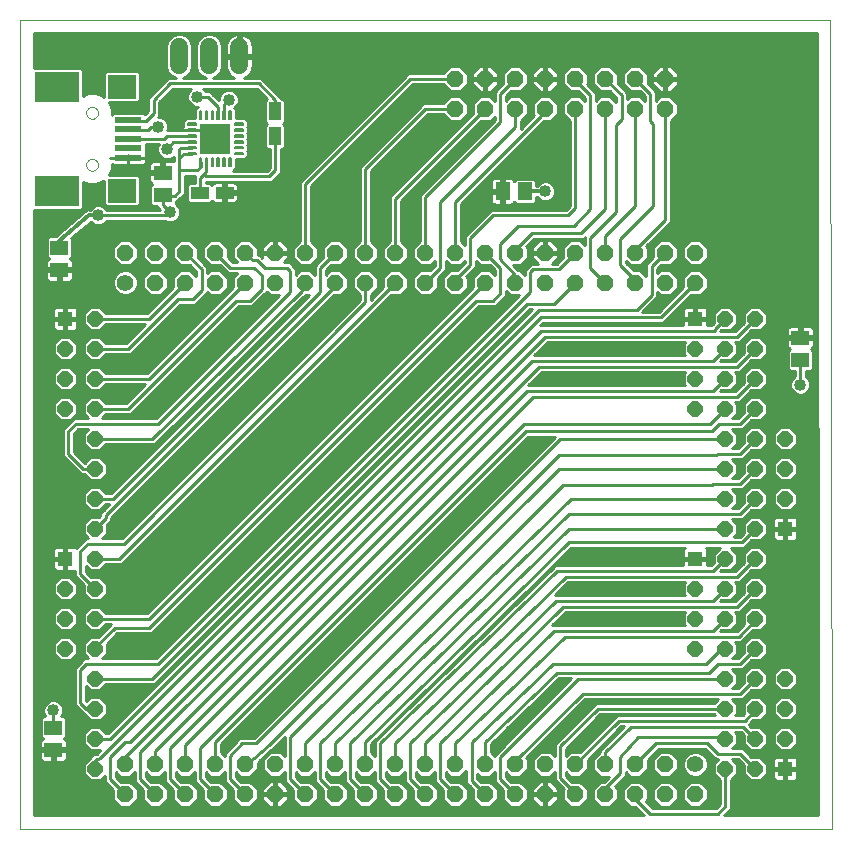
<source format=gtl>
G75*
G70*
%OFA0B0*%
%FSLAX24Y24*%
%IPPOS*%
%LPD*%
%AMOC8*
5,1,8,0,0,1.08239X$1,22.5*
%
%ADD10C,0.0000*%
%ADD11C,0.0560*%
%ADD12OC8,0.0560*%
%ADD13C,0.0600*%
%ADD14OC8,0.0515*%
%ADD15R,0.0515X0.0515*%
%ADD16C,0.0055*%
%ADD17R,0.0984X0.0984*%
%ADD18R,0.0945X0.0787*%
%ADD19R,0.0909X0.0197*%
%ADD20R,0.1500X0.1000*%
%ADD21R,0.0591X0.0488*%
%ADD22R,0.0394X0.0591*%
%ADD23R,0.0591X0.0394*%
%ADD24R,0.0488X0.0591*%
%ADD25C,0.0100*%
%ADD26C,0.0400*%
%ADD27C,0.0120*%
D10*
X000800Y000500D02*
X000800Y027470D01*
X027792Y027470D01*
X027842Y000500D01*
X000800Y000500D01*
X002997Y022634D02*
X002999Y022661D01*
X003005Y022688D01*
X003014Y022714D01*
X003027Y022738D01*
X003043Y022761D01*
X003062Y022780D01*
X003084Y022797D01*
X003108Y022811D01*
X003133Y022821D01*
X003160Y022828D01*
X003187Y022831D01*
X003215Y022830D01*
X003242Y022825D01*
X003268Y022817D01*
X003292Y022805D01*
X003315Y022789D01*
X003336Y022771D01*
X003353Y022750D01*
X003368Y022726D01*
X003379Y022701D01*
X003387Y022675D01*
X003391Y022648D01*
X003391Y022620D01*
X003387Y022593D01*
X003379Y022567D01*
X003368Y022542D01*
X003353Y022518D01*
X003336Y022497D01*
X003315Y022479D01*
X003293Y022463D01*
X003268Y022451D01*
X003242Y022443D01*
X003215Y022438D01*
X003187Y022437D01*
X003160Y022440D01*
X003133Y022447D01*
X003108Y022457D01*
X003084Y022471D01*
X003062Y022488D01*
X003043Y022507D01*
X003027Y022530D01*
X003014Y022554D01*
X003005Y022580D01*
X002999Y022607D01*
X002997Y022634D01*
X002997Y024366D02*
X002999Y024393D01*
X003005Y024420D01*
X003014Y024446D01*
X003027Y024470D01*
X003043Y024493D01*
X003062Y024512D01*
X003084Y024529D01*
X003108Y024543D01*
X003133Y024553D01*
X003160Y024560D01*
X003187Y024563D01*
X003215Y024562D01*
X003242Y024557D01*
X003268Y024549D01*
X003292Y024537D01*
X003315Y024521D01*
X003336Y024503D01*
X003353Y024482D01*
X003368Y024458D01*
X003379Y024433D01*
X003387Y024407D01*
X003391Y024380D01*
X003391Y024352D01*
X003387Y024325D01*
X003379Y024299D01*
X003368Y024274D01*
X003353Y024250D01*
X003336Y024229D01*
X003315Y024211D01*
X003293Y024195D01*
X003268Y024183D01*
X003242Y024175D01*
X003215Y024170D01*
X003187Y024169D01*
X003160Y024172D01*
X003133Y024179D01*
X003108Y024189D01*
X003084Y024203D01*
X003062Y024220D01*
X003043Y024239D01*
X003027Y024262D01*
X003014Y024286D01*
X003005Y024312D01*
X002999Y024339D01*
X002997Y024366D01*
D11*
X004300Y018700D03*
X023300Y002650D03*
D12*
X023300Y001650D03*
X022300Y001650D03*
X021300Y001650D03*
X021300Y002650D03*
X022300Y002650D03*
X020300Y002650D03*
X019300Y002650D03*
X019300Y001650D03*
X020300Y001650D03*
X018300Y001650D03*
X018300Y002650D03*
X017300Y002650D03*
X016300Y002650D03*
X016300Y001650D03*
X017300Y001650D03*
X015300Y001650D03*
X014300Y001650D03*
X014300Y002650D03*
X015300Y002650D03*
X013300Y002650D03*
X012300Y002650D03*
X012300Y001650D03*
X013300Y001650D03*
X011300Y001650D03*
X011300Y002650D03*
X010300Y002650D03*
X009300Y002650D03*
X009300Y001650D03*
X010300Y001650D03*
X008300Y001650D03*
X007300Y001650D03*
X007300Y002650D03*
X008300Y002650D03*
X006300Y002650D03*
X006300Y001650D03*
X005300Y001650D03*
X004300Y001650D03*
X004300Y002650D03*
X005300Y002650D03*
X005300Y018700D03*
X005300Y019700D03*
X004300Y019700D03*
X006300Y019700D03*
X006300Y018700D03*
X007300Y018700D03*
X008300Y018700D03*
X008300Y019700D03*
X007300Y019700D03*
X009300Y019700D03*
X010300Y019700D03*
X010300Y018700D03*
X009300Y018700D03*
X011300Y018700D03*
X011300Y019700D03*
X012300Y019700D03*
X013300Y019700D03*
X013300Y018700D03*
X012300Y018700D03*
X014300Y018700D03*
X015300Y018700D03*
X015300Y019700D03*
X014300Y019700D03*
X016300Y019700D03*
X017300Y019700D03*
X017300Y018700D03*
X016300Y018700D03*
X018300Y018700D03*
X018300Y019700D03*
X019300Y019700D03*
X020300Y019700D03*
X020300Y018700D03*
X019300Y018700D03*
X021300Y018700D03*
X022300Y018700D03*
X022300Y019700D03*
X021300Y019700D03*
X023300Y019700D03*
X023300Y018700D03*
X022300Y024500D03*
X021300Y024500D03*
X021300Y025500D03*
X022300Y025500D03*
X020300Y025500D03*
X019300Y025500D03*
X019300Y024500D03*
X020300Y024500D03*
X018300Y024500D03*
X018300Y025500D03*
X017300Y025500D03*
X016300Y025500D03*
X016300Y024500D03*
X017300Y024500D03*
X015300Y024500D03*
X015300Y025500D03*
D13*
X008100Y025950D02*
X008100Y026550D01*
X007100Y026550D02*
X007100Y025950D01*
X006100Y025950D02*
X006100Y026550D01*
D14*
X003300Y017500D03*
X003300Y016500D03*
X003300Y015500D03*
X002300Y015500D03*
X002300Y016500D03*
X002300Y014500D03*
X003300Y014500D03*
X003300Y013500D03*
X003300Y012500D03*
X003300Y011500D03*
X003300Y010500D03*
X003300Y009500D03*
X003300Y008500D03*
X003300Y007500D03*
X002300Y007500D03*
X002300Y008500D03*
X002300Y006500D03*
X003300Y006500D03*
X003300Y005500D03*
X003300Y004500D03*
X003300Y003500D03*
X003300Y002500D03*
X023300Y006500D03*
X024300Y006500D03*
X024300Y005500D03*
X024300Y004500D03*
X024300Y003500D03*
X024300Y002500D03*
X025300Y002500D03*
X025300Y003500D03*
X025300Y004500D03*
X025300Y005500D03*
X025300Y006500D03*
X025300Y007500D03*
X025300Y008500D03*
X025300Y009500D03*
X025300Y010500D03*
X025300Y011500D03*
X025300Y012500D03*
X025300Y013500D03*
X025300Y014500D03*
X025300Y015500D03*
X025300Y016500D03*
X025300Y017500D03*
X024300Y017500D03*
X024300Y016500D03*
X024300Y015500D03*
X023300Y015500D03*
X023300Y016500D03*
X023300Y014500D03*
X024300Y014500D03*
X024300Y013500D03*
X024300Y012500D03*
X024300Y011500D03*
X024300Y010500D03*
X024300Y009500D03*
X024300Y008500D03*
X024300Y007500D03*
X023300Y007500D03*
X023300Y008500D03*
X026300Y011500D03*
X026300Y012500D03*
X026300Y013500D03*
X026300Y005500D03*
X026300Y004500D03*
X026300Y003500D03*
D15*
X026300Y002500D03*
X023300Y009500D03*
X026300Y010500D03*
X023300Y017500D03*
X002300Y017500D03*
X002300Y009500D03*
D16*
X006836Y022583D02*
X006836Y022843D01*
X006836Y022583D02*
X006780Y022583D01*
X006780Y022843D01*
X006836Y022843D01*
X006836Y022637D02*
X006780Y022637D01*
X006780Y022691D02*
X006836Y022691D01*
X006836Y022745D02*
X006780Y022745D01*
X006780Y022799D02*
X006836Y022799D01*
X007033Y022843D02*
X007033Y022583D01*
X006977Y022583D01*
X006977Y022843D01*
X007033Y022843D01*
X007033Y022637D02*
X006977Y022637D01*
X006977Y022691D02*
X007033Y022691D01*
X007033Y022745D02*
X006977Y022745D01*
X006977Y022799D02*
X007033Y022799D01*
X007230Y022843D02*
X007230Y022583D01*
X007174Y022583D01*
X007174Y022843D01*
X007230Y022843D01*
X007230Y022637D02*
X007174Y022637D01*
X007174Y022691D02*
X007230Y022691D01*
X007230Y022745D02*
X007174Y022745D01*
X007174Y022799D02*
X007230Y022799D01*
X007426Y022843D02*
X007426Y022583D01*
X007370Y022583D01*
X007370Y022843D01*
X007426Y022843D01*
X007426Y022637D02*
X007370Y022637D01*
X007370Y022691D02*
X007426Y022691D01*
X007426Y022745D02*
X007370Y022745D01*
X007370Y022799D02*
X007426Y022799D01*
X007623Y022843D02*
X007623Y022583D01*
X007567Y022583D01*
X007567Y022843D01*
X007623Y022843D01*
X007623Y022637D02*
X007567Y022637D01*
X007567Y022691D02*
X007623Y022691D01*
X007623Y022745D02*
X007567Y022745D01*
X007567Y022799D02*
X007623Y022799D01*
X007820Y022843D02*
X007820Y022583D01*
X007764Y022583D01*
X007764Y022843D01*
X007820Y022843D01*
X007820Y022637D02*
X007764Y022637D01*
X007764Y022691D02*
X007820Y022691D01*
X007820Y022745D02*
X007764Y022745D01*
X007764Y022799D02*
X007820Y022799D01*
X007957Y022980D02*
X008217Y022980D01*
X007957Y022980D02*
X007957Y023036D01*
X008217Y023036D01*
X008217Y022980D01*
X008217Y023034D02*
X007957Y023034D01*
X007957Y023177D02*
X008217Y023177D01*
X007957Y023177D02*
X007957Y023233D01*
X008217Y023233D01*
X008217Y023177D01*
X008217Y023231D02*
X007957Y023231D01*
X007957Y023374D02*
X008217Y023374D01*
X007957Y023374D02*
X007957Y023430D01*
X008217Y023430D01*
X008217Y023374D01*
X008217Y023428D02*
X007957Y023428D01*
X007957Y023570D02*
X008217Y023570D01*
X007957Y023570D02*
X007957Y023626D01*
X008217Y023626D01*
X008217Y023570D01*
X008217Y023624D02*
X007957Y023624D01*
X007957Y023767D02*
X008217Y023767D01*
X007957Y023767D02*
X007957Y023823D01*
X008217Y023823D01*
X008217Y023767D01*
X008217Y023821D02*
X007957Y023821D01*
X007957Y023964D02*
X008217Y023964D01*
X007957Y023964D02*
X007957Y024020D01*
X008217Y024020D01*
X008217Y023964D01*
X008217Y024018D02*
X007957Y024018D01*
X007764Y024157D02*
X007764Y024417D01*
X007820Y024417D01*
X007820Y024157D01*
X007764Y024157D01*
X007764Y024211D02*
X007820Y024211D01*
X007820Y024265D02*
X007764Y024265D01*
X007764Y024319D02*
X007820Y024319D01*
X007820Y024373D02*
X007764Y024373D01*
X007567Y024417D02*
X007567Y024157D01*
X007567Y024417D02*
X007623Y024417D01*
X007623Y024157D01*
X007567Y024157D01*
X007567Y024211D02*
X007623Y024211D01*
X007623Y024265D02*
X007567Y024265D01*
X007567Y024319D02*
X007623Y024319D01*
X007623Y024373D02*
X007567Y024373D01*
X007370Y024417D02*
X007370Y024157D01*
X007370Y024417D02*
X007426Y024417D01*
X007426Y024157D01*
X007370Y024157D01*
X007370Y024211D02*
X007426Y024211D01*
X007426Y024265D02*
X007370Y024265D01*
X007370Y024319D02*
X007426Y024319D01*
X007426Y024373D02*
X007370Y024373D01*
X007174Y024417D02*
X007174Y024157D01*
X007174Y024417D02*
X007230Y024417D01*
X007230Y024157D01*
X007174Y024157D01*
X007174Y024211D02*
X007230Y024211D01*
X007230Y024265D02*
X007174Y024265D01*
X007174Y024319D02*
X007230Y024319D01*
X007230Y024373D02*
X007174Y024373D01*
X006977Y024417D02*
X006977Y024157D01*
X006977Y024417D02*
X007033Y024417D01*
X007033Y024157D01*
X006977Y024157D01*
X006977Y024211D02*
X007033Y024211D01*
X007033Y024265D02*
X006977Y024265D01*
X006977Y024319D02*
X007033Y024319D01*
X007033Y024373D02*
X006977Y024373D01*
X006780Y024417D02*
X006780Y024157D01*
X006780Y024417D02*
X006836Y024417D01*
X006836Y024157D01*
X006780Y024157D01*
X006780Y024211D02*
X006836Y024211D01*
X006836Y024265D02*
X006780Y024265D01*
X006780Y024319D02*
X006836Y024319D01*
X006836Y024373D02*
X006780Y024373D01*
X006643Y024020D02*
X006383Y024020D01*
X006643Y024020D02*
X006643Y023964D01*
X006383Y023964D01*
X006383Y024020D01*
X006383Y024018D02*
X006643Y024018D01*
X006643Y023823D02*
X006383Y023823D01*
X006643Y023823D02*
X006643Y023767D01*
X006383Y023767D01*
X006383Y023823D01*
X006383Y023821D02*
X006643Y023821D01*
X006643Y023626D02*
X006383Y023626D01*
X006643Y023626D02*
X006643Y023570D01*
X006383Y023570D01*
X006383Y023626D01*
X006383Y023624D02*
X006643Y023624D01*
X006643Y023430D02*
X006383Y023430D01*
X006643Y023430D02*
X006643Y023374D01*
X006383Y023374D01*
X006383Y023430D01*
X006383Y023428D02*
X006643Y023428D01*
X006643Y023233D02*
X006383Y023233D01*
X006643Y023233D02*
X006643Y023177D01*
X006383Y023177D01*
X006383Y023233D01*
X006383Y023231D02*
X006643Y023231D01*
X006643Y023036D02*
X006383Y023036D01*
X006643Y023036D02*
X006643Y022980D01*
X006383Y022980D01*
X006383Y023036D01*
X006383Y023034D02*
X006643Y023034D01*
D17*
X007300Y023500D03*
D18*
X004178Y021768D03*
X004178Y025232D03*
D19*
X004400Y024130D03*
X004400Y023815D03*
X004400Y023500D03*
X004400Y023185D03*
X004400Y022870D03*
D20*
X002013Y021768D03*
X002013Y025232D03*
D21*
X005550Y022374D03*
X005550Y021626D03*
X002100Y019874D03*
X002100Y019126D03*
X001900Y003874D03*
X001900Y003126D03*
X026800Y016126D03*
X026800Y016874D03*
D22*
X009300Y023586D03*
X009300Y024414D03*
D23*
X007614Y021700D03*
X006786Y021700D03*
D24*
X016876Y021750D03*
X017624Y021750D03*
D25*
X017998Y021560D02*
X018023Y021560D01*
X018113Y021470D01*
X018234Y021420D01*
X018366Y021420D01*
X018487Y021470D01*
X018580Y021563D01*
X018630Y021684D01*
X018630Y021816D01*
X018580Y021937D01*
X018487Y022030D01*
X018366Y022080D01*
X018234Y022080D01*
X018113Y022030D01*
X018023Y021940D01*
X017998Y021940D01*
X017998Y022099D01*
X017922Y022175D01*
X017326Y022175D01*
X017258Y022107D01*
X017240Y022137D01*
X017212Y022165D01*
X017178Y022185D01*
X017140Y022195D01*
X016926Y022195D01*
X016926Y021800D01*
X016826Y021800D01*
X016826Y022195D01*
X016612Y022195D01*
X016574Y022185D01*
X016540Y022165D01*
X016512Y022137D01*
X016492Y022103D01*
X016482Y022065D01*
X016482Y021800D01*
X016826Y021800D01*
X016826Y021700D01*
X016926Y021700D01*
X016926Y021305D01*
X017140Y021305D01*
X017178Y021315D01*
X017212Y021335D01*
X017240Y021363D01*
X017258Y021393D01*
X017326Y021325D01*
X017922Y021325D01*
X017998Y021401D01*
X017998Y021560D01*
X017998Y021481D02*
X018103Y021481D01*
X017979Y021382D02*
X019120Y021382D01*
X019120Y021284D02*
X015480Y021284D01*
X015480Y021325D02*
X018225Y024070D01*
X018245Y024090D01*
X018470Y024090D01*
X018710Y024330D01*
X018710Y024670D01*
X018470Y024910D01*
X018130Y024910D01*
X017890Y024670D01*
X017890Y024330D01*
X017933Y024287D01*
X017480Y023835D01*
X017480Y024100D01*
X017710Y024330D01*
X017710Y024670D01*
X017470Y024910D01*
X017130Y024910D01*
X016980Y024760D01*
X016980Y024925D01*
X017145Y025090D01*
X017470Y025090D01*
X017710Y025330D01*
X017710Y025670D01*
X017470Y025910D01*
X017130Y025910D01*
X016890Y025670D01*
X016890Y025345D01*
X016620Y025075D01*
X016620Y024760D01*
X016470Y024910D01*
X016130Y024910D01*
X015890Y024670D01*
X015890Y024345D01*
X013225Y021680D01*
X013120Y021575D01*
X013120Y020100D01*
X012890Y019870D01*
X012890Y019530D01*
X013130Y019290D01*
X013470Y019290D01*
X013710Y019530D01*
X013710Y019870D01*
X013480Y020100D01*
X013480Y021425D01*
X016145Y024090D01*
X016470Y024090D01*
X016620Y024240D01*
X016620Y024125D01*
X014120Y021625D01*
X014120Y020100D01*
X013890Y019870D01*
X013890Y019530D01*
X014130Y019290D01*
X014470Y019290D01*
X014620Y019440D01*
X014620Y019275D01*
X014455Y019110D01*
X014130Y019110D01*
X013890Y018870D01*
X013890Y018530D01*
X014130Y018290D01*
X014470Y018290D01*
X014710Y018530D01*
X014710Y018855D01*
X014875Y019020D01*
X014980Y019125D01*
X014980Y019440D01*
X015130Y019290D01*
X015470Y019290D01*
X015620Y019440D01*
X015620Y019375D01*
X015355Y019110D01*
X015130Y019110D01*
X014890Y018870D01*
X014890Y018530D01*
X015130Y018290D01*
X015470Y018290D01*
X015710Y018530D01*
X015710Y018870D01*
X015667Y018913D01*
X015875Y019120D01*
X015980Y019225D01*
X015980Y019440D01*
X016130Y019290D01*
X016455Y019290D01*
X016620Y019125D01*
X016620Y018960D01*
X016470Y019110D01*
X016130Y019110D01*
X015890Y018870D01*
X015890Y018545D01*
X005025Y007680D01*
X003668Y007680D01*
X003460Y007887D01*
X003140Y007887D01*
X002913Y007660D01*
X002913Y007340D01*
X003140Y007113D01*
X003460Y007113D01*
X003668Y007320D01*
X003815Y007320D01*
X003770Y007275D01*
X003383Y006887D01*
X003140Y006887D01*
X002913Y006660D01*
X002913Y006340D01*
X003072Y006180D01*
X002925Y006180D01*
X002820Y006075D01*
X002620Y005875D01*
X002620Y004625D01*
X002725Y004520D01*
X002925Y004320D01*
X002932Y004320D01*
X003140Y004113D01*
X003460Y004113D01*
X003687Y004340D01*
X003687Y004660D01*
X003460Y004887D01*
X003140Y004887D01*
X003003Y004751D01*
X002980Y004775D01*
X002980Y005272D01*
X003140Y005113D01*
X003460Y005113D01*
X003668Y005320D01*
X005275Y005320D01*
X017775Y017820D01*
X017865Y017820D01*
X003725Y003680D01*
X003668Y003680D01*
X003460Y003887D01*
X003140Y003887D01*
X002913Y003660D01*
X002913Y003340D01*
X003140Y003113D01*
X003458Y003113D01*
X003353Y003007D01*
X003271Y002980D01*
X003225Y002980D01*
X003203Y002957D01*
X003172Y002947D01*
X003152Y002907D01*
X003120Y002875D01*
X003120Y002868D01*
X002913Y002660D01*
X002913Y002340D01*
X003140Y002113D01*
X003460Y002113D01*
X003620Y002272D01*
X003620Y002075D01*
X003725Y001970D01*
X003890Y001805D01*
X003890Y001480D01*
X004130Y001240D01*
X004470Y001240D01*
X004710Y001480D01*
X004710Y001820D01*
X004470Y002060D01*
X004145Y002060D01*
X003980Y002225D01*
X003980Y002390D01*
X004130Y002240D01*
X004470Y002240D01*
X004620Y002390D01*
X004620Y002075D01*
X004725Y001970D01*
X004890Y001805D01*
X004890Y001480D01*
X005130Y001240D01*
X005470Y001240D01*
X005710Y001480D01*
X005710Y001820D01*
X005470Y002060D01*
X005145Y002060D01*
X004980Y002225D01*
X004980Y002390D01*
X005130Y002240D01*
X005470Y002240D01*
X005620Y002390D01*
X005620Y002075D01*
X005725Y001970D01*
X005890Y001805D01*
X005890Y001480D01*
X006130Y001240D01*
X006470Y001240D01*
X006710Y001480D01*
X006710Y001820D01*
X006470Y002060D01*
X006145Y002060D01*
X005980Y002225D01*
X005980Y002390D01*
X006130Y002240D01*
X006470Y002240D01*
X006620Y002390D01*
X006620Y002075D01*
X006725Y001970D01*
X006890Y001805D01*
X006890Y001480D01*
X007130Y001240D01*
X007470Y001240D01*
X007710Y001480D01*
X007710Y001820D01*
X007470Y002060D01*
X007145Y002060D01*
X006980Y002225D01*
X006980Y002390D01*
X007130Y002240D01*
X007470Y002240D01*
X007620Y002390D01*
X007620Y002075D01*
X007725Y001970D01*
X007890Y001805D01*
X007890Y001480D01*
X008130Y001240D01*
X008470Y001240D01*
X008710Y001480D01*
X008710Y001820D01*
X008470Y002060D01*
X008145Y002060D01*
X007980Y002225D01*
X007980Y002390D01*
X008130Y002240D01*
X008470Y002240D01*
X008710Y002480D01*
X008710Y002707D01*
X008711Y002707D01*
X008762Y002742D01*
X008765Y002756D01*
X009169Y003120D01*
X009175Y003120D01*
X009224Y003169D01*
X009276Y003216D01*
X009276Y003222D01*
X009620Y003565D01*
X009620Y002910D01*
X009470Y003060D01*
X009130Y003060D01*
X008890Y002820D01*
X008890Y002480D01*
X009130Y002240D01*
X009470Y002240D01*
X009620Y002390D01*
X009620Y002075D01*
X009725Y001970D01*
X009890Y001805D01*
X009890Y001480D01*
X010130Y001240D01*
X010470Y001240D01*
X010710Y001480D01*
X010710Y001820D01*
X010470Y002060D01*
X010145Y002060D01*
X009980Y002225D01*
X009980Y002390D01*
X010130Y002240D01*
X010470Y002240D01*
X010620Y002390D01*
X010620Y002075D01*
X010725Y001970D01*
X010890Y001805D01*
X010890Y001480D01*
X011130Y001240D01*
X011470Y001240D01*
X011710Y001480D01*
X011710Y001820D01*
X011470Y002060D01*
X011145Y002060D01*
X010980Y002225D01*
X010980Y002390D01*
X011130Y002240D01*
X011470Y002240D01*
X011620Y002390D01*
X011620Y002075D01*
X011725Y001970D01*
X011890Y001805D01*
X011890Y001480D01*
X012130Y001240D01*
X012470Y001240D01*
X012710Y001480D01*
X012710Y001820D01*
X012470Y002060D01*
X012145Y002060D01*
X011980Y002225D01*
X011980Y002390D01*
X012130Y002240D01*
X012470Y002240D01*
X012620Y002390D01*
X012620Y002075D01*
X012725Y001970D01*
X012890Y001805D01*
X012890Y001480D01*
X013130Y001240D01*
X013470Y001240D01*
X013710Y001480D01*
X013710Y001820D01*
X013470Y002060D01*
X013145Y002060D01*
X012980Y002225D01*
X012980Y002390D01*
X013130Y002240D01*
X013470Y002240D01*
X013620Y002390D01*
X013620Y002075D01*
X013725Y001970D01*
X013890Y001805D01*
X013890Y001480D01*
X014130Y001240D01*
X014470Y001240D01*
X014710Y001480D01*
X014710Y001820D01*
X014470Y002060D01*
X014145Y002060D01*
X013980Y002225D01*
X013980Y002390D01*
X014130Y002240D01*
X014470Y002240D01*
X014620Y002390D01*
X014620Y002075D01*
X014725Y001970D01*
X014890Y001805D01*
X014890Y001480D01*
X015130Y001240D01*
X015470Y001240D01*
X015710Y001480D01*
X015710Y001820D01*
X015470Y002060D01*
X015145Y002060D01*
X014980Y002225D01*
X014980Y002390D01*
X015130Y002240D01*
X015470Y002240D01*
X015670Y002440D01*
X015670Y002025D01*
X015775Y001920D01*
X015890Y001805D01*
X015890Y001480D01*
X016130Y001240D01*
X016470Y001240D01*
X016710Y001480D01*
X016710Y001820D01*
X016470Y002060D01*
X016145Y002060D01*
X016030Y002175D01*
X016030Y002340D01*
X016130Y002240D01*
X016470Y002240D01*
X016620Y002390D01*
X016620Y002075D01*
X016725Y001970D01*
X016890Y001805D01*
X016890Y001480D01*
X017130Y001240D01*
X017470Y001240D01*
X017710Y001480D01*
X017710Y001820D01*
X017470Y002060D01*
X017145Y002060D01*
X016980Y002225D01*
X016980Y002390D01*
X017130Y002240D01*
X017470Y002240D01*
X017710Y002480D01*
X017710Y002820D01*
X017667Y002863D01*
X019625Y004820D01*
X024072Y004820D01*
X023932Y004680D01*
X019975Y004680D01*
X019870Y004575D01*
X018620Y003325D01*
X018620Y002910D01*
X018470Y003060D01*
X018130Y003060D01*
X017890Y002820D01*
X017890Y002480D01*
X018130Y002240D01*
X018470Y002240D01*
X018620Y002390D01*
X018620Y002125D01*
X018725Y002020D01*
X018725Y002020D01*
X018908Y001838D01*
X018890Y001820D01*
X018890Y001480D01*
X019130Y001240D01*
X019470Y001240D01*
X019710Y001480D01*
X019710Y001820D01*
X019470Y002060D01*
X019195Y002060D01*
X018980Y002275D01*
X018980Y002390D01*
X019130Y002240D01*
X019470Y002240D01*
X019710Y002480D01*
X019710Y002805D01*
X020825Y003920D01*
X020915Y003920D01*
X020225Y003230D01*
X020120Y003125D01*
X020120Y003050D01*
X019890Y002820D01*
X019890Y002480D01*
X020130Y002240D01*
X020435Y002240D01*
X020255Y002060D01*
X020130Y002060D01*
X019890Y001820D01*
X019890Y001480D01*
X020130Y001240D01*
X020470Y001240D01*
X020710Y001480D01*
X020710Y001820D01*
X020617Y001913D01*
X020875Y002170D01*
X020980Y002275D01*
X020980Y002390D01*
X021130Y002240D01*
X021470Y002240D01*
X021710Y002480D01*
X021710Y002805D01*
X022075Y003170D01*
X023625Y003170D01*
X023975Y002820D01*
X024072Y002820D01*
X023913Y002660D01*
X023913Y002340D01*
X024120Y002132D01*
X024120Y001325D01*
X023975Y001180D01*
X021875Y001180D01*
X021642Y001412D01*
X021710Y001480D01*
X021710Y001820D01*
X021470Y002060D01*
X021130Y002060D01*
X020890Y001820D01*
X020890Y001480D01*
X021130Y001240D01*
X021305Y001240D01*
X021595Y000950D01*
X001250Y000950D01*
X001250Y021138D01*
X002816Y021138D01*
X002893Y021214D01*
X002893Y022058D01*
X003065Y021987D01*
X003322Y021987D01*
X003560Y022085D01*
X003576Y022101D01*
X003576Y021320D01*
X003652Y021244D01*
X004704Y021244D01*
X004780Y021320D01*
X004780Y022215D01*
X004704Y022291D01*
X003752Y022291D01*
X003841Y022505D01*
X003841Y022665D01*
X003854Y022652D01*
X003888Y022632D01*
X003926Y022622D01*
X004400Y022622D01*
X004874Y022622D01*
X004912Y022632D01*
X004946Y022652D01*
X004974Y022680D01*
X004994Y022714D01*
X005004Y022752D01*
X005004Y022870D01*
X004400Y022870D01*
X004400Y022622D01*
X004400Y022870D01*
X004400Y022870D01*
X004400Y022870D01*
X003796Y022870D01*
X003796Y022870D01*
X004400Y022870D01*
X004400Y022870D01*
X005004Y022870D01*
X005004Y022988D01*
X004994Y023026D01*
X004984Y023043D01*
X004984Y023320D01*
X005413Y023320D01*
X005370Y023216D01*
X005370Y023084D01*
X005420Y022963D01*
X005513Y022870D01*
X005634Y022820D01*
X005766Y022820D01*
X005887Y022870D01*
X005920Y022903D01*
X005920Y022748D01*
X005903Y022758D01*
X005865Y022768D01*
X005600Y022768D01*
X005600Y022424D01*
X005500Y022424D01*
X005500Y022324D01*
X005105Y022324D01*
X005105Y022110D01*
X005115Y022072D01*
X005135Y022038D01*
X005163Y022010D01*
X005193Y021992D01*
X005125Y021924D01*
X005125Y021328D01*
X005201Y021252D01*
X005370Y021252D01*
X005370Y021225D01*
X005465Y021130D01*
X003683Y021130D01*
X003680Y021137D01*
X003587Y021230D01*
X003466Y021280D01*
X003334Y021280D01*
X003213Y021230D01*
X003123Y021140D01*
X003108Y021140D01*
X003037Y021146D01*
X003030Y021140D01*
X003021Y021140D01*
X002971Y021090D01*
X002030Y020290D01*
X002021Y020290D01*
X001979Y020248D01*
X001751Y020248D01*
X001675Y020172D01*
X001675Y019576D01*
X001743Y019508D01*
X001713Y019490D01*
X001685Y019462D01*
X001665Y019428D01*
X001655Y019390D01*
X001655Y019176D01*
X002050Y019176D01*
X002050Y019076D01*
X001655Y019076D01*
X001655Y018862D01*
X001665Y018824D01*
X001685Y018790D01*
X001713Y018762D01*
X001747Y018742D01*
X001785Y018732D01*
X002050Y018732D01*
X002050Y019076D01*
X002150Y019076D01*
X002150Y019176D01*
X002545Y019176D01*
X002545Y019390D01*
X002535Y019428D01*
X002515Y019462D01*
X002487Y019490D01*
X002457Y019508D01*
X002525Y019576D01*
X002525Y020172D01*
X002504Y020194D01*
X003145Y020739D01*
X003213Y020670D01*
X003334Y020620D01*
X003466Y020620D01*
X003587Y020670D01*
X003680Y020763D01*
X003683Y020770D01*
X005614Y020770D01*
X005734Y020720D01*
X005866Y020720D01*
X005987Y020770D01*
X006080Y020863D01*
X006130Y020984D01*
X006130Y021116D01*
X006080Y021237D01*
X005987Y021330D01*
X005975Y021335D01*
X005975Y021420D01*
X006025Y021420D01*
X006130Y021525D01*
X006280Y021675D01*
X006280Y022270D01*
X006620Y022270D01*
X006620Y022027D01*
X006437Y022027D01*
X006360Y021951D01*
X006360Y021449D01*
X006437Y021373D01*
X007135Y021373D01*
X007189Y021428D01*
X007199Y021411D01*
X007227Y021383D01*
X007261Y021363D01*
X007299Y021353D01*
X007566Y021353D01*
X007566Y021652D01*
X007663Y021652D01*
X007663Y021748D01*
X008060Y021748D01*
X008060Y021917D01*
X008049Y021955D01*
X008030Y021989D01*
X008002Y022017D01*
X007968Y022037D01*
X007929Y022047D01*
X007663Y022047D01*
X007663Y021748D01*
X007566Y021748D01*
X007566Y022047D01*
X007299Y022047D01*
X007261Y022037D01*
X007227Y022017D01*
X007199Y021989D01*
X007189Y021972D01*
X007135Y022027D01*
X006980Y022027D01*
X006980Y022070D01*
X009175Y022070D01*
X009280Y022175D01*
X009480Y022375D01*
X009480Y023160D01*
X009551Y023160D01*
X009627Y023237D01*
X009627Y023935D01*
X009562Y024000D01*
X009627Y024065D01*
X009627Y024763D01*
X009551Y024840D01*
X009480Y024840D01*
X009480Y024875D01*
X008930Y025425D01*
X008825Y025530D01*
X008264Y025530D01*
X008273Y025533D01*
X008336Y025565D01*
X008393Y025607D01*
X008443Y025657D01*
X008485Y025714D01*
X008517Y025777D01*
X008539Y025845D01*
X008550Y025915D01*
X008550Y026200D01*
X008150Y026200D01*
X008150Y026300D01*
X008050Y026300D01*
X008050Y026998D01*
X007995Y026989D01*
X007927Y026967D01*
X007864Y026935D01*
X007807Y026893D01*
X007757Y026843D01*
X007715Y026786D01*
X007683Y026723D01*
X007661Y026655D01*
X007650Y026585D01*
X007650Y026300D01*
X008050Y026300D01*
X008050Y026200D01*
X007650Y026200D01*
X007650Y025915D01*
X007661Y025845D01*
X007683Y025777D01*
X007715Y025714D01*
X007757Y025657D01*
X007807Y025607D01*
X007864Y025565D01*
X007927Y025533D01*
X007936Y025530D01*
X007210Y025530D01*
X007344Y025585D01*
X007465Y025706D01*
X007530Y025864D01*
X007530Y026636D01*
X007465Y026794D01*
X007344Y026915D01*
X007186Y026980D01*
X007014Y026980D01*
X006856Y026915D01*
X006735Y026794D01*
X006670Y026636D01*
X006670Y025864D01*
X006735Y025706D01*
X006856Y025585D01*
X006990Y025530D01*
X006210Y025530D01*
X006344Y025585D01*
X006465Y025706D01*
X006530Y025864D01*
X006530Y026636D01*
X006465Y026794D01*
X006344Y026915D01*
X006186Y026980D01*
X006014Y026980D01*
X005856Y026915D01*
X005735Y026794D01*
X005670Y026636D01*
X005670Y025864D01*
X005735Y025706D01*
X005856Y025585D01*
X005990Y025530D01*
X005725Y025530D01*
X005070Y024875D01*
X005070Y024425D01*
X004956Y024311D01*
X004908Y024358D01*
X003892Y024358D01*
X003841Y024307D01*
X003841Y024495D01*
X003752Y024709D01*
X004704Y024709D01*
X004780Y024785D01*
X004780Y025680D01*
X004704Y025756D01*
X003652Y025756D01*
X003576Y025680D01*
X003576Y024899D01*
X003560Y024915D01*
X003322Y025013D01*
X003065Y025013D01*
X002893Y024942D01*
X002893Y025786D01*
X002816Y025862D01*
X001250Y025862D01*
X001250Y027020D01*
X027343Y027020D01*
X027391Y000950D01*
X024255Y000950D01*
X024375Y001070D01*
X024480Y001175D01*
X024480Y002132D01*
X024687Y002340D01*
X024687Y002660D01*
X024528Y002820D01*
X024725Y002820D01*
X024913Y002633D01*
X024913Y002340D01*
X025140Y002113D01*
X025460Y002113D01*
X025687Y002340D01*
X025687Y002660D01*
X025460Y002887D01*
X025167Y002887D01*
X024875Y003180D01*
X024528Y003180D01*
X024687Y003340D01*
X024687Y003660D01*
X024628Y003720D01*
X024825Y003720D01*
X024913Y003633D01*
X024913Y003340D01*
X025140Y003113D01*
X025460Y003113D01*
X025687Y003340D01*
X025687Y003660D01*
X025460Y003887D01*
X025167Y003887D01*
X025080Y003975D01*
X025080Y003975D01*
X025130Y004025D01*
X025217Y004113D01*
X025460Y004113D01*
X025687Y004340D01*
X025687Y004660D01*
X025460Y004887D01*
X025140Y004887D01*
X024913Y004660D01*
X024913Y004340D01*
X024924Y004328D01*
X024875Y004280D01*
X024628Y004280D01*
X024687Y004340D01*
X024687Y004660D01*
X024528Y004820D01*
X024875Y004820D01*
X024980Y004925D01*
X025167Y005113D01*
X025460Y005113D01*
X025687Y005340D01*
X025687Y005660D01*
X025460Y005887D01*
X025140Y005887D01*
X024913Y005660D01*
X024913Y005367D01*
X024725Y005180D01*
X024528Y005180D01*
X024687Y005340D01*
X024687Y005660D01*
X024528Y005820D01*
X024875Y005820D01*
X024980Y005925D01*
X025167Y006113D01*
X025460Y006113D01*
X025687Y006340D01*
X025687Y006660D01*
X025460Y006887D01*
X025140Y006887D01*
X024913Y006660D01*
X024913Y006367D01*
X024725Y006180D01*
X024528Y006180D01*
X024687Y006340D01*
X024687Y006660D01*
X024628Y006720D01*
X024825Y006720D01*
X024930Y006825D01*
X025217Y007113D01*
X025460Y007113D01*
X025687Y007340D01*
X025687Y007660D01*
X025460Y007887D01*
X025140Y007887D01*
X024913Y007660D01*
X024913Y007340D01*
X024924Y007328D01*
X024675Y007080D01*
X024135Y007080D01*
X024167Y007113D01*
X024460Y007113D01*
X024687Y007340D01*
X024687Y007660D01*
X024628Y007720D01*
X024775Y007720D01*
X024880Y007825D01*
X025167Y008113D01*
X025460Y008113D01*
X025687Y008340D01*
X025687Y008660D01*
X025460Y008887D01*
X025140Y008887D01*
X024913Y008660D01*
X024913Y008367D01*
X024625Y008080D01*
X024135Y008080D01*
X024167Y008113D01*
X024460Y008113D01*
X024687Y008340D01*
X024687Y008660D01*
X024628Y008720D01*
X024775Y008720D01*
X024880Y008825D01*
X025167Y009113D01*
X025460Y009113D01*
X025687Y009340D01*
X025687Y009660D01*
X025460Y009887D01*
X025140Y009887D01*
X024913Y009660D01*
X024913Y009367D01*
X024625Y009080D01*
X024135Y009080D01*
X024167Y009113D01*
X024460Y009113D01*
X024687Y009340D01*
X024687Y009660D01*
X024478Y009870D01*
X024925Y009870D01*
X025167Y010113D01*
X025460Y010113D01*
X025687Y010340D01*
X025687Y010660D01*
X025460Y010887D01*
X025140Y010887D01*
X024913Y010660D01*
X024913Y010367D01*
X024775Y010230D01*
X024578Y010230D01*
X024687Y010340D01*
X024687Y010660D01*
X024528Y010820D01*
X024875Y010820D01*
X024980Y010925D01*
X025167Y011113D01*
X025460Y011113D01*
X025687Y011340D01*
X025687Y011660D01*
X025460Y011887D01*
X025140Y011887D01*
X024913Y011660D01*
X024913Y011367D01*
X024725Y011180D01*
X024528Y011180D01*
X024687Y011340D01*
X024687Y011660D01*
X024528Y011820D01*
X024875Y011820D01*
X024980Y011925D01*
X025167Y012113D01*
X025460Y012113D01*
X025687Y012340D01*
X025687Y012660D01*
X025460Y012887D01*
X025140Y012887D01*
X024913Y012660D01*
X024913Y012367D01*
X024725Y012180D01*
X024528Y012180D01*
X024687Y012340D01*
X024687Y012660D01*
X024528Y012820D01*
X024875Y012820D01*
X024980Y012925D01*
X025167Y013113D01*
X025460Y013113D01*
X025687Y013340D01*
X025687Y013660D01*
X025460Y013887D01*
X025140Y013887D01*
X024913Y013660D01*
X024913Y013367D01*
X024725Y013180D01*
X024528Y013180D01*
X024687Y013340D01*
X024687Y013660D01*
X024528Y013820D01*
X024875Y013820D01*
X024980Y013925D01*
X025167Y014113D01*
X025460Y014113D01*
X025687Y014340D01*
X025687Y014660D01*
X025460Y014887D01*
X025140Y014887D01*
X024913Y014660D01*
X024913Y014367D01*
X024725Y014180D01*
X024528Y014180D01*
X024687Y014340D01*
X024687Y014660D01*
X024628Y014720D01*
X024775Y014720D01*
X024880Y014825D01*
X025167Y015113D01*
X025460Y015113D01*
X025687Y015340D01*
X025687Y015660D01*
X025460Y015887D01*
X025140Y015887D01*
X024913Y015660D01*
X024913Y015367D01*
X024625Y015080D01*
X024135Y015080D01*
X024167Y015113D01*
X024460Y015113D01*
X024687Y015340D01*
X024687Y015660D01*
X024628Y015720D01*
X024775Y015720D01*
X024880Y015825D01*
X025167Y016113D01*
X025460Y016113D01*
X025687Y016340D01*
X025687Y016660D01*
X025460Y016887D01*
X025140Y016887D01*
X024913Y016660D01*
X024913Y016367D01*
X024625Y016080D01*
X024135Y016080D01*
X024167Y016113D01*
X024460Y016113D01*
X024687Y016340D01*
X024687Y016660D01*
X024628Y016720D01*
X024775Y016720D01*
X025167Y017113D01*
X025460Y017113D01*
X025687Y017340D01*
X025687Y017660D01*
X025460Y017887D01*
X025140Y017887D01*
X024913Y017660D01*
X024913Y017367D01*
X024625Y017080D01*
X024135Y017080D01*
X024167Y017113D01*
X024460Y017113D01*
X024687Y017340D01*
X024687Y017660D01*
X024460Y017887D01*
X024140Y017887D01*
X023913Y017660D01*
X023913Y017367D01*
X023875Y017330D01*
X023825Y017280D01*
X023707Y017280D01*
X023707Y017471D01*
X023329Y017471D01*
X023329Y017529D01*
X023271Y017529D01*
X023271Y017907D01*
X023023Y017907D01*
X022985Y017897D01*
X022950Y017878D01*
X022922Y017850D01*
X022903Y017815D01*
X022893Y017777D01*
X022893Y017529D01*
X023271Y017529D01*
X023271Y017471D01*
X022893Y017471D01*
X022893Y017280D01*
X018135Y017280D01*
X018225Y017370D01*
X022225Y017370D01*
X023145Y018290D01*
X023470Y018290D01*
X023710Y018530D01*
X023710Y018870D01*
X023470Y019110D01*
X023130Y019110D01*
X022890Y018870D01*
X022890Y018545D01*
X022075Y017730D01*
X021535Y017730D01*
X021925Y018120D01*
X022030Y018225D01*
X022030Y018390D01*
X022130Y018290D01*
X022470Y018290D01*
X022710Y018530D01*
X022710Y018870D01*
X022470Y019110D01*
X022130Y019110D01*
X022030Y019010D01*
X022030Y019175D01*
X022145Y019290D01*
X022470Y019290D01*
X022710Y019530D01*
X022710Y019870D01*
X022470Y020110D01*
X022130Y020110D01*
X021890Y019870D01*
X021890Y019545D01*
X021670Y019325D01*
X021670Y018910D01*
X021470Y019110D01*
X021245Y019110D01*
X020980Y019375D01*
X020980Y019440D01*
X021130Y019290D01*
X021470Y019290D01*
X021710Y019530D01*
X021710Y019870D01*
X021667Y019913D01*
X022480Y020725D01*
X022480Y024100D01*
X022710Y024330D01*
X022710Y024670D01*
X022470Y024910D01*
X022130Y024910D01*
X021980Y024760D01*
X021980Y025075D01*
X021710Y025345D01*
X021710Y025670D01*
X021470Y025910D01*
X021130Y025910D01*
X020890Y025670D01*
X020890Y025330D01*
X021130Y025090D01*
X021455Y025090D01*
X021620Y024925D01*
X021620Y024760D01*
X021470Y024910D01*
X021130Y024910D01*
X021030Y024810D01*
X021030Y025025D01*
X020710Y025345D01*
X020710Y025670D01*
X020470Y025910D01*
X020130Y025910D01*
X019890Y025670D01*
X019890Y025330D01*
X020130Y025090D01*
X020455Y025090D01*
X020670Y024875D01*
X020670Y024710D01*
X020470Y024910D01*
X020130Y024910D01*
X019980Y024760D01*
X019980Y025025D01*
X019875Y025130D01*
X019692Y025312D01*
X019710Y025330D01*
X019710Y025670D01*
X019470Y025910D01*
X019130Y025910D01*
X018890Y025670D01*
X018890Y025330D01*
X019130Y025090D01*
X019405Y025090D01*
X019620Y024875D01*
X019620Y024760D01*
X019470Y024910D01*
X019130Y024910D01*
X018890Y024670D01*
X018890Y024330D01*
X019120Y024100D01*
X019120Y021275D01*
X018975Y021130D01*
X016475Y021130D01*
X015620Y020275D01*
X015620Y019960D01*
X015480Y020100D01*
X015480Y021325D01*
X015537Y021382D02*
X016501Y021382D01*
X016492Y021397D02*
X016512Y021363D01*
X016540Y021335D01*
X016574Y021315D01*
X016612Y021305D01*
X016826Y021305D01*
X016826Y021700D01*
X016482Y021700D01*
X016482Y021435D01*
X016492Y021397D01*
X016482Y021481D02*
X015635Y021481D01*
X015734Y021579D02*
X016482Y021579D01*
X016482Y021678D02*
X015832Y021678D01*
X015931Y021776D02*
X016826Y021776D01*
X016826Y021678D02*
X016926Y021678D01*
X016926Y021579D02*
X016826Y021579D01*
X016826Y021481D02*
X016926Y021481D01*
X016926Y021382D02*
X016826Y021382D01*
X017251Y021382D02*
X017269Y021382D01*
X016926Y021875D02*
X016826Y021875D01*
X016826Y021973D02*
X016926Y021973D01*
X016926Y022072D02*
X016826Y022072D01*
X016826Y022170D02*
X016926Y022170D01*
X017204Y022170D02*
X017321Y022170D01*
X016817Y022663D02*
X019120Y022663D01*
X019120Y022761D02*
X016916Y022761D01*
X017014Y022860D02*
X019120Y022860D01*
X019120Y022958D02*
X017113Y022958D01*
X017211Y023057D02*
X019120Y023057D01*
X019120Y023155D02*
X017310Y023155D01*
X017408Y023254D02*
X019120Y023254D01*
X019120Y023352D02*
X017507Y023352D01*
X017605Y023451D02*
X019120Y023451D01*
X019120Y023549D02*
X017704Y023549D01*
X017802Y023648D02*
X019120Y023648D01*
X019120Y023746D02*
X017901Y023746D01*
X017999Y023845D02*
X019120Y023845D01*
X019120Y023943D02*
X018098Y023943D01*
X018196Y024042D02*
X019120Y024042D01*
X019080Y024140D02*
X018520Y024140D01*
X018618Y024239D02*
X018982Y024239D01*
X018890Y024337D02*
X018710Y024337D01*
X018710Y024436D02*
X018890Y024436D01*
X018890Y024534D02*
X018710Y024534D01*
X018710Y024633D02*
X018890Y024633D01*
X018951Y024731D02*
X018649Y024731D01*
X018550Y024830D02*
X019050Y024830D01*
X019095Y025125D02*
X018533Y025125D01*
X018478Y025070D02*
X018340Y025070D01*
X018340Y025460D01*
X018340Y025540D01*
X018730Y025540D01*
X018730Y025678D01*
X018478Y025930D01*
X018340Y025930D01*
X018340Y025540D01*
X018260Y025540D01*
X018260Y025930D01*
X018122Y025930D01*
X017870Y025678D01*
X017870Y025540D01*
X018260Y025540D01*
X018260Y025460D01*
X018340Y025460D01*
X018730Y025460D01*
X018730Y025322D01*
X018898Y025322D01*
X018890Y025421D02*
X018730Y025421D01*
X018730Y025322D02*
X018478Y025070D01*
X018340Y025125D02*
X018260Y025125D01*
X018260Y025070D02*
X018122Y025070D01*
X017870Y025322D01*
X017702Y025322D01*
X017710Y025421D02*
X017870Y025421D01*
X017870Y025460D02*
X017870Y025322D01*
X017870Y025460D02*
X018260Y025460D01*
X018260Y025070D01*
X018260Y025224D02*
X018340Y025224D01*
X018340Y025322D02*
X018260Y025322D01*
X018260Y025421D02*
X018340Y025421D01*
X018340Y025519D02*
X018890Y025519D01*
X018890Y025618D02*
X018730Y025618D01*
X018692Y025716D02*
X018936Y025716D01*
X019035Y025815D02*
X018594Y025815D01*
X018495Y025913D02*
X022105Y025913D01*
X022122Y025930D02*
X021870Y025678D01*
X021870Y025540D01*
X022260Y025540D01*
X022260Y025930D01*
X022122Y025930D01*
X022260Y025913D02*
X022340Y025913D01*
X022340Y025930D02*
X022478Y025930D01*
X022730Y025678D01*
X022730Y025540D01*
X022340Y025540D01*
X022340Y025460D01*
X022730Y025460D01*
X022730Y025322D01*
X027346Y025322D01*
X027346Y025224D02*
X022632Y025224D01*
X022730Y025322D02*
X022478Y025070D01*
X022340Y025070D01*
X022340Y025460D01*
X022260Y025460D01*
X022260Y025070D01*
X022122Y025070D01*
X021870Y025322D01*
X021732Y025322D01*
X021710Y025421D02*
X021870Y025421D01*
X021870Y025460D02*
X021870Y025322D01*
X021831Y025224D02*
X021968Y025224D01*
X021929Y025125D02*
X022067Y025125D01*
X021980Y025027D02*
X027347Y025027D01*
X027346Y025125D02*
X022533Y025125D01*
X022340Y025125D02*
X022260Y025125D01*
X022260Y025224D02*
X022340Y025224D01*
X022340Y025322D02*
X022260Y025322D01*
X022260Y025421D02*
X022340Y025421D01*
X022260Y025460D02*
X021870Y025460D01*
X021870Y025618D02*
X021710Y025618D01*
X021710Y025519D02*
X022260Y025519D01*
X022260Y025540D02*
X022260Y025460D01*
X022260Y025540D02*
X022340Y025540D01*
X022340Y025930D01*
X022340Y025815D02*
X022260Y025815D01*
X022260Y025716D02*
X022340Y025716D01*
X022340Y025618D02*
X022260Y025618D01*
X022340Y025519D02*
X027346Y025519D01*
X027346Y025421D02*
X022730Y025421D01*
X022730Y025618D02*
X027346Y025618D01*
X027345Y025716D02*
X022692Y025716D01*
X022594Y025815D02*
X027345Y025815D01*
X027345Y025913D02*
X022495Y025913D01*
X022006Y025815D02*
X021565Y025815D01*
X021664Y025716D02*
X021908Y025716D01*
X021300Y025500D02*
X021800Y025000D01*
X021800Y024100D01*
X021900Y024000D01*
X021900Y021250D01*
X020800Y020150D01*
X020800Y019300D01*
X021300Y018800D01*
X021300Y018700D01*
X021562Y019018D02*
X021670Y019018D01*
X021660Y018920D02*
X021670Y018920D01*
X021670Y019117D02*
X021238Y019117D01*
X021140Y019215D02*
X021670Y019215D01*
X021670Y019314D02*
X021493Y019314D01*
X021592Y019412D02*
X021757Y019412D01*
X021690Y019511D02*
X021856Y019511D01*
X021890Y019609D02*
X021710Y019609D01*
X021710Y019708D02*
X021890Y019708D01*
X021890Y019806D02*
X021710Y019806D01*
X021675Y019905D02*
X021925Y019905D01*
X022023Y020003D02*
X021758Y020003D01*
X021856Y020102D02*
X022122Y020102D01*
X021955Y020200D02*
X027356Y020200D01*
X027356Y020102D02*
X023478Y020102D01*
X023470Y020110D02*
X023710Y019870D01*
X023710Y019530D01*
X023470Y019290D01*
X023130Y019290D01*
X022890Y019530D01*
X022890Y019870D01*
X023130Y020110D01*
X023470Y020110D01*
X023577Y020003D02*
X027356Y020003D01*
X027356Y019905D02*
X023675Y019905D01*
X023710Y019806D02*
X027356Y019806D01*
X027357Y019708D02*
X023710Y019708D01*
X023710Y019609D02*
X027357Y019609D01*
X027357Y019511D02*
X023690Y019511D01*
X023592Y019412D02*
X027357Y019412D01*
X027357Y019314D02*
X023493Y019314D01*
X023562Y019018D02*
X027358Y019018D01*
X027358Y018920D02*
X023660Y018920D01*
X023710Y018821D02*
X027358Y018821D01*
X027358Y018723D02*
X023710Y018723D01*
X023710Y018624D02*
X027359Y018624D01*
X027359Y018526D02*
X023705Y018526D01*
X023607Y018427D02*
X027359Y018427D01*
X027359Y018329D02*
X023508Y018329D01*
X023300Y018700D02*
X022150Y017550D01*
X018150Y017550D01*
X003450Y002850D01*
X003300Y002800D01*
X003300Y002500D01*
X003018Y002766D02*
X002291Y002766D01*
X002287Y002762D02*
X002315Y002790D01*
X002335Y002824D01*
X002345Y002862D01*
X002345Y003076D01*
X001950Y003076D01*
X001950Y003176D01*
X002345Y003176D01*
X002345Y003390D01*
X002335Y003428D01*
X002315Y003462D01*
X002287Y003490D01*
X002257Y003508D01*
X002325Y003576D01*
X002325Y004172D01*
X002249Y004248D01*
X002165Y004248D01*
X002180Y004263D01*
X002230Y004384D01*
X002230Y004516D01*
X002180Y004637D01*
X002087Y004730D01*
X001966Y004780D01*
X001834Y004780D01*
X001713Y004730D01*
X001620Y004637D01*
X001570Y004516D01*
X001570Y004384D01*
X001620Y004263D01*
X001635Y004248D01*
X001551Y004248D01*
X001475Y004172D01*
X001475Y003576D01*
X001543Y003508D01*
X001513Y003490D01*
X001485Y003462D01*
X001465Y003428D01*
X001455Y003390D01*
X001455Y003176D01*
X001850Y003176D01*
X001850Y003076D01*
X001455Y003076D01*
X001455Y002862D01*
X001465Y002824D01*
X001485Y002790D01*
X001513Y002762D01*
X001547Y002742D01*
X001585Y002732D01*
X001850Y002732D01*
X001850Y003076D01*
X001950Y003076D01*
X001950Y002732D01*
X002215Y002732D01*
X002253Y002742D01*
X002287Y002762D01*
X002345Y002864D02*
X003116Y002864D01*
X003208Y002963D02*
X002345Y002963D01*
X002345Y003061D02*
X003406Y003061D01*
X003093Y003160D02*
X001950Y003160D01*
X001950Y003061D02*
X001850Y003061D01*
X001850Y002963D02*
X001950Y002963D01*
X001950Y002864D02*
X001850Y002864D01*
X001850Y002766D02*
X001950Y002766D01*
X001509Y002766D02*
X001250Y002766D01*
X001250Y002864D02*
X001455Y002864D01*
X001455Y002963D02*
X001250Y002963D01*
X001250Y003061D02*
X001455Y003061D01*
X001455Y003258D02*
X001250Y003258D01*
X001250Y003160D02*
X001850Y003160D01*
X001455Y003357D02*
X001250Y003357D01*
X001250Y003455D02*
X001481Y003455D01*
X001497Y003554D02*
X001250Y003554D01*
X001250Y003652D02*
X001475Y003652D01*
X001475Y003751D02*
X001250Y003751D01*
X001250Y003849D02*
X001475Y003849D01*
X001475Y003948D02*
X001250Y003948D01*
X001250Y004046D02*
X001475Y004046D01*
X001475Y004145D02*
X001250Y004145D01*
X001250Y004243D02*
X001546Y004243D01*
X001588Y004342D02*
X001250Y004342D01*
X001250Y004440D02*
X001570Y004440D01*
X001579Y004539D02*
X001250Y004539D01*
X001250Y004637D02*
X001620Y004637D01*
X001727Y004736D02*
X001250Y004736D01*
X001250Y004834D02*
X002620Y004834D01*
X002620Y004736D02*
X002073Y004736D01*
X002180Y004637D02*
X002620Y004637D01*
X002707Y004539D02*
X002221Y004539D01*
X002230Y004440D02*
X002805Y004440D01*
X002904Y004342D02*
X002212Y004342D01*
X002254Y004243D02*
X003009Y004243D01*
X003108Y004145D02*
X002325Y004145D01*
X002325Y004046D02*
X004091Y004046D01*
X003993Y003948D02*
X002325Y003948D01*
X002325Y003849D02*
X003101Y003849D01*
X003003Y003751D02*
X002325Y003751D01*
X002325Y003652D02*
X002913Y003652D01*
X002913Y003554D02*
X002303Y003554D01*
X002319Y003455D02*
X002913Y003455D01*
X002913Y003357D02*
X002345Y003357D01*
X002345Y003258D02*
X002994Y003258D01*
X003300Y003500D02*
X003800Y003500D01*
X018100Y017800D01*
X021350Y017800D01*
X021850Y018300D01*
X021850Y019250D01*
X022300Y019700D01*
X022592Y019412D02*
X023008Y019412D01*
X022910Y019511D02*
X022690Y019511D01*
X022710Y019609D02*
X022890Y019609D01*
X022890Y019708D02*
X022710Y019708D01*
X022710Y019806D02*
X022890Y019806D01*
X022925Y019905D02*
X022675Y019905D01*
X022577Y020003D02*
X023023Y020003D01*
X023122Y020102D02*
X022478Y020102D01*
X022152Y020397D02*
X027355Y020397D01*
X027355Y020299D02*
X022053Y020299D01*
X022250Y020496D02*
X027355Y020496D01*
X027355Y020594D02*
X022349Y020594D01*
X022447Y020693D02*
X027355Y020693D01*
X027355Y020791D02*
X022480Y020791D01*
X022480Y020890D02*
X027354Y020890D01*
X027354Y020988D02*
X022480Y020988D01*
X022480Y021087D02*
X027354Y021087D01*
X027354Y021185D02*
X022480Y021185D01*
X022480Y021284D02*
X027354Y021284D01*
X027353Y021382D02*
X022480Y021382D01*
X022480Y021481D02*
X027353Y021481D01*
X027353Y021579D02*
X022480Y021579D01*
X022480Y021678D02*
X027353Y021678D01*
X027353Y021776D02*
X022480Y021776D01*
X022480Y021875D02*
X027352Y021875D01*
X027352Y021973D02*
X022480Y021973D01*
X022480Y022072D02*
X027352Y022072D01*
X027352Y022170D02*
X022480Y022170D01*
X022480Y022269D02*
X027352Y022269D01*
X027352Y022367D02*
X022480Y022367D01*
X022480Y022466D02*
X027351Y022466D01*
X027351Y022564D02*
X022480Y022564D01*
X022480Y022663D02*
X027351Y022663D01*
X027351Y022761D02*
X022480Y022761D01*
X022480Y022860D02*
X027351Y022860D01*
X027350Y022958D02*
X022480Y022958D01*
X022480Y023057D02*
X027350Y023057D01*
X027350Y023155D02*
X022480Y023155D01*
X022480Y023254D02*
X027350Y023254D01*
X027350Y023352D02*
X022480Y023352D01*
X022480Y023451D02*
X027350Y023451D01*
X027349Y023549D02*
X022480Y023549D01*
X022480Y023648D02*
X027349Y023648D01*
X027349Y023746D02*
X022480Y023746D01*
X022480Y023845D02*
X027349Y023845D01*
X027349Y023943D02*
X022480Y023943D01*
X022480Y024042D02*
X027348Y024042D01*
X027348Y024140D02*
X022520Y024140D01*
X022618Y024239D02*
X027348Y024239D01*
X027348Y024337D02*
X022710Y024337D01*
X022710Y024436D02*
X027348Y024436D01*
X027348Y024534D02*
X022710Y024534D01*
X022710Y024633D02*
X027347Y024633D01*
X027347Y024731D02*
X022649Y024731D01*
X022550Y024830D02*
X027347Y024830D01*
X027347Y024928D02*
X021980Y024928D01*
X021980Y024830D02*
X022050Y024830D01*
X021620Y024830D02*
X021550Y024830D01*
X021617Y024928D02*
X021030Y024928D01*
X021030Y024830D02*
X021050Y024830D01*
X021028Y025027D02*
X021519Y025027D01*
X021095Y025125D02*
X020929Y025125D01*
X020997Y025224D02*
X020831Y025224D01*
X020898Y025322D02*
X020732Y025322D01*
X020710Y025421D02*
X020890Y025421D01*
X020890Y025519D02*
X020710Y025519D01*
X020710Y025618D02*
X020890Y025618D01*
X020936Y025716D02*
X020664Y025716D01*
X020565Y025815D02*
X021035Y025815D01*
X020300Y025500D02*
X020850Y024950D01*
X020850Y024150D01*
X020650Y023950D01*
X020650Y021050D01*
X019800Y020200D01*
X019800Y019200D01*
X020300Y018700D01*
X021041Y019314D02*
X021107Y019314D01*
X021008Y019412D02*
X020980Y019412D01*
X021300Y019700D02*
X021300Y019800D01*
X022300Y020800D01*
X022300Y024500D01*
X021300Y024500D02*
X021300Y021250D01*
X020300Y020250D01*
X020300Y019700D01*
X019620Y019960D02*
X019470Y020110D01*
X019130Y020110D01*
X018890Y019870D01*
X018890Y019545D01*
X018675Y019330D01*
X018538Y019330D01*
X018730Y019522D01*
X018730Y019660D01*
X018340Y019660D01*
X018340Y019740D01*
X018260Y019740D01*
X018260Y020130D01*
X018122Y020130D01*
X017870Y019878D01*
X017870Y019740D01*
X018260Y019740D01*
X018260Y019660D01*
X017870Y019660D01*
X017870Y019522D01*
X018062Y019330D01*
X017825Y019330D01*
X017725Y019230D01*
X017620Y019125D01*
X017620Y018960D01*
X017470Y019110D01*
X017398Y019110D01*
X017234Y019290D01*
X017470Y019290D01*
X017710Y019530D01*
X017710Y019870D01*
X017667Y019913D01*
X017925Y020170D01*
X019575Y020170D01*
X019620Y020215D01*
X019620Y019960D01*
X019620Y020003D02*
X019577Y020003D01*
X019620Y020102D02*
X019478Y020102D01*
X019605Y020200D02*
X019620Y020200D01*
X019500Y020350D02*
X020300Y021150D01*
X020300Y024500D01*
X020649Y024731D02*
X020670Y024731D01*
X020670Y024830D02*
X020550Y024830D01*
X020617Y024928D02*
X019980Y024928D01*
X019980Y024830D02*
X020050Y024830D01*
X019978Y025027D02*
X020519Y025027D01*
X020095Y025125D02*
X019879Y025125D01*
X019781Y025224D02*
X019997Y025224D01*
X019898Y025322D02*
X019702Y025322D01*
X019710Y025421D02*
X019890Y025421D01*
X019890Y025519D02*
X019710Y025519D01*
X019710Y025618D02*
X019890Y025618D01*
X019936Y025716D02*
X019664Y025716D01*
X019565Y025815D02*
X020035Y025815D01*
X019300Y025500D02*
X019300Y025450D01*
X019800Y024950D01*
X019800Y021150D01*
X019250Y020600D01*
X017400Y020600D01*
X016800Y020000D01*
X016800Y019500D01*
X017300Y018950D01*
X017300Y018700D01*
X016993Y018427D02*
X016980Y018427D01*
X016980Y018440D02*
X017130Y018290D01*
X017435Y018290D01*
X005325Y006180D01*
X003528Y006180D01*
X003687Y006340D01*
X003687Y006660D01*
X003676Y006672D01*
X004025Y007020D01*
X005175Y007020D01*
X016075Y017920D01*
X016625Y017920D01*
X016875Y018170D01*
X016980Y018275D01*
X016980Y018440D01*
X016980Y018329D02*
X017092Y018329D01*
X016935Y018230D02*
X017375Y018230D01*
X017277Y018132D02*
X016836Y018132D01*
X016738Y018033D02*
X017178Y018033D01*
X017080Y017935D02*
X016639Y017935D01*
X016550Y018100D02*
X016800Y018350D01*
X016800Y019200D01*
X016300Y019700D01*
X016008Y019412D02*
X015980Y019412D01*
X015980Y019314D02*
X016107Y019314D01*
X015970Y019215D02*
X016530Y019215D01*
X016620Y019117D02*
X015871Y019117D01*
X015773Y019018D02*
X016038Y019018D01*
X015940Y018920D02*
X015674Y018920D01*
X015710Y018821D02*
X015890Y018821D01*
X015890Y018723D02*
X015710Y018723D01*
X015710Y018624D02*
X015890Y018624D01*
X015871Y018526D02*
X015705Y018526D01*
X015772Y018427D02*
X015607Y018427D01*
X015674Y018329D02*
X015508Y018329D01*
X015575Y018230D02*
X013085Y018230D01*
X013145Y018290D02*
X013470Y018290D01*
X013710Y018530D01*
X013710Y018870D01*
X013470Y019110D01*
X013130Y019110D01*
X012890Y018870D01*
X012890Y018545D01*
X012480Y018135D01*
X012480Y018300D01*
X012710Y018530D01*
X012710Y018870D01*
X012470Y019110D01*
X012130Y019110D01*
X011890Y018870D01*
X011890Y018530D01*
X012120Y018300D01*
X012120Y018125D01*
X004175Y010180D01*
X003528Y010180D01*
X003687Y010340D01*
X003687Y010633D01*
X003830Y010775D01*
X003830Y010875D01*
X011245Y018290D01*
X011470Y018290D01*
X011710Y018530D01*
X011710Y018870D01*
X011470Y019110D01*
X011130Y019110D01*
X010980Y018960D01*
X010980Y019125D01*
X011145Y019290D01*
X011470Y019290D01*
X011710Y019530D01*
X011710Y019870D01*
X011470Y020110D01*
X011130Y020110D01*
X010890Y019870D01*
X010890Y019545D01*
X010620Y019275D01*
X010620Y018960D01*
X010470Y019110D01*
X010130Y019110D01*
X009980Y018960D01*
X009980Y019175D01*
X009880Y019275D01*
X009775Y019380D01*
X009588Y019380D01*
X009730Y019522D01*
X009730Y019660D01*
X009340Y019660D01*
X009340Y019740D01*
X009260Y019740D01*
X009260Y020130D01*
X009122Y020130D01*
X008870Y019878D01*
X008870Y019740D01*
X009260Y019740D01*
X009260Y019660D01*
X008870Y019660D01*
X008870Y019535D01*
X008775Y019630D01*
X008710Y019630D01*
X008710Y019870D01*
X008470Y020110D01*
X008130Y020110D01*
X007890Y019870D01*
X007890Y019530D01*
X008040Y019380D01*
X007875Y019380D01*
X007710Y019545D01*
X007710Y019870D01*
X007470Y020110D01*
X007130Y020110D01*
X006890Y019870D01*
X006890Y019530D01*
X007130Y019290D01*
X007455Y019290D01*
X007725Y019020D01*
X008040Y019020D01*
X007890Y018870D01*
X007890Y018545D01*
X005025Y015680D01*
X003668Y015680D01*
X003460Y015887D01*
X003140Y015887D01*
X002913Y015660D01*
X002913Y015340D01*
X003140Y015113D01*
X003460Y015113D01*
X003668Y015320D01*
X004965Y015320D01*
X004325Y014680D01*
X003668Y014680D01*
X003460Y014887D01*
X003140Y014887D01*
X002913Y014660D01*
X002913Y014340D01*
X003072Y014180D01*
X002575Y014180D01*
X002470Y014075D01*
X002220Y013825D01*
X002220Y012925D01*
X002325Y012820D01*
X002825Y012320D01*
X001250Y012320D01*
X001250Y012222D02*
X003030Y012222D01*
X002932Y012320D02*
X003140Y012113D01*
X003460Y012113D01*
X003687Y012340D01*
X003687Y012660D01*
X003460Y012887D01*
X003140Y012887D01*
X002953Y012701D01*
X002580Y013075D01*
X002580Y013675D01*
X002725Y013820D01*
X003072Y013820D01*
X002913Y013660D01*
X002913Y013340D01*
X003140Y013113D01*
X003460Y013113D01*
X003668Y013320D01*
X005199Y013320D01*
X005274Y013320D01*
X005275Y013320D01*
X005327Y013372D01*
X010224Y018220D01*
X010225Y018220D01*
X010277Y018272D01*
X010295Y018290D01*
X010435Y018290D01*
X003825Y011680D01*
X003668Y011680D01*
X003460Y011887D01*
X003140Y011887D01*
X002913Y011660D01*
X002913Y011340D01*
X003140Y011113D01*
X003460Y011113D01*
X003668Y011320D01*
X003765Y011320D01*
X003575Y011130D01*
X003470Y011025D01*
X003470Y010925D01*
X003433Y010887D01*
X003140Y010887D01*
X002913Y010660D01*
X002913Y010340D01*
X003072Y010180D01*
X002975Y010180D01*
X002870Y010075D01*
X002661Y009866D01*
X002650Y009878D01*
X002615Y009897D01*
X002577Y009907D01*
X002329Y009907D01*
X002329Y009529D01*
X002271Y009529D01*
X002271Y009907D01*
X002023Y009907D01*
X001985Y009897D01*
X001950Y009878D01*
X001922Y009850D01*
X001903Y009815D01*
X001893Y009777D01*
X001893Y009529D01*
X002271Y009529D01*
X002271Y009471D01*
X002329Y009471D01*
X002329Y009093D01*
X002577Y009093D01*
X002615Y009103D01*
X002620Y009105D01*
X002620Y008925D01*
X002725Y008820D01*
X002913Y008633D01*
X002913Y008340D01*
X003140Y008113D01*
X003460Y008113D01*
X003687Y008340D01*
X003687Y008660D01*
X003460Y008887D01*
X003167Y008887D01*
X002980Y009075D01*
X002980Y009272D01*
X003140Y009113D01*
X003460Y009113D01*
X003668Y009320D01*
X004175Y009320D01*
X013145Y018290D01*
X012986Y018132D02*
X015477Y018132D01*
X015378Y018033D02*
X012888Y018033D01*
X012789Y017935D02*
X015280Y017935D01*
X015181Y017836D02*
X012691Y017836D01*
X012592Y017738D02*
X015083Y017738D01*
X014984Y017639D02*
X012494Y017639D01*
X012395Y017541D02*
X014886Y017541D01*
X014787Y017442D02*
X012297Y017442D01*
X012198Y017344D02*
X014689Y017344D01*
X014590Y017245D02*
X012100Y017245D01*
X012001Y017147D02*
X014492Y017147D01*
X014393Y017048D02*
X011903Y017048D01*
X011804Y016950D02*
X014295Y016950D01*
X014196Y016851D02*
X011706Y016851D01*
X011607Y016753D02*
X014098Y016753D01*
X013999Y016654D02*
X011509Y016654D01*
X011410Y016556D02*
X013901Y016556D01*
X013802Y016457D02*
X011312Y016457D01*
X011213Y016359D02*
X013704Y016359D01*
X013605Y016260D02*
X011115Y016260D01*
X011016Y016162D02*
X013507Y016162D01*
X013408Y016063D02*
X010918Y016063D01*
X010819Y015965D02*
X013310Y015965D01*
X013211Y015866D02*
X010721Y015866D01*
X010622Y015768D02*
X013113Y015768D01*
X013014Y015669D02*
X010524Y015669D01*
X010425Y015571D02*
X012916Y015571D01*
X012817Y015472D02*
X010327Y015472D01*
X010228Y015374D02*
X012719Y015374D01*
X012620Y015275D02*
X010130Y015275D01*
X010031Y015177D02*
X012522Y015177D01*
X012423Y015078D02*
X009933Y015078D01*
X009834Y014980D02*
X012325Y014980D01*
X012226Y014881D02*
X009736Y014881D01*
X009637Y014783D02*
X012128Y014783D01*
X012029Y014684D02*
X009539Y014684D01*
X009440Y014586D02*
X011931Y014586D01*
X011832Y014487D02*
X009342Y014487D01*
X009243Y014389D02*
X011734Y014389D01*
X011635Y014290D02*
X009145Y014290D01*
X009046Y014192D02*
X011537Y014192D01*
X011438Y014093D02*
X008948Y014093D01*
X008849Y013995D02*
X011340Y013995D01*
X011241Y013896D02*
X008751Y013896D01*
X008652Y013798D02*
X011143Y013798D01*
X011044Y013699D02*
X008554Y013699D01*
X008455Y013601D02*
X010946Y013601D01*
X010847Y013502D02*
X008357Y013502D01*
X008258Y013404D02*
X010749Y013404D01*
X010650Y013305D02*
X008160Y013305D01*
X008061Y013207D02*
X010552Y013207D01*
X010453Y013108D02*
X007963Y013108D01*
X007864Y013010D02*
X010355Y013010D01*
X010256Y012911D02*
X007766Y012911D01*
X007667Y012813D02*
X010158Y012813D01*
X010059Y012714D02*
X007569Y012714D01*
X007470Y012616D02*
X009961Y012616D01*
X009862Y012517D02*
X007372Y012517D01*
X007273Y012419D02*
X009764Y012419D01*
X009665Y012320D02*
X007175Y012320D01*
X007076Y012222D02*
X009567Y012222D01*
X009468Y012123D02*
X006978Y012123D01*
X006879Y012025D02*
X009370Y012025D01*
X009271Y011926D02*
X006781Y011926D01*
X006682Y011828D02*
X009173Y011828D01*
X009074Y011729D02*
X006584Y011729D01*
X006485Y011631D02*
X008976Y011631D01*
X008877Y011532D02*
X006387Y011532D01*
X006288Y011434D02*
X008779Y011434D01*
X008680Y011335D02*
X006190Y011335D01*
X006091Y011237D02*
X008582Y011237D01*
X008483Y011138D02*
X005993Y011138D01*
X005894Y011040D02*
X008385Y011040D01*
X008286Y010941D02*
X005796Y010941D01*
X005697Y010843D02*
X008188Y010843D01*
X008089Y010744D02*
X005599Y010744D01*
X005500Y010646D02*
X007991Y010646D01*
X007892Y010547D02*
X005402Y010547D01*
X005303Y010449D02*
X007794Y010449D01*
X007695Y010350D02*
X005205Y010350D01*
X005106Y010252D02*
X007597Y010252D01*
X007498Y010153D02*
X005008Y010153D01*
X004909Y010055D02*
X007400Y010055D01*
X007301Y009956D02*
X004811Y009956D01*
X004712Y009858D02*
X007203Y009858D01*
X007104Y009759D02*
X004614Y009759D01*
X004515Y009661D02*
X007006Y009661D01*
X006907Y009562D02*
X004417Y009562D01*
X004318Y009464D02*
X006809Y009464D01*
X006710Y009365D02*
X004220Y009365D01*
X004100Y009500D02*
X013300Y018700D01*
X012890Y018723D02*
X012710Y018723D01*
X012710Y018821D02*
X012890Y018821D01*
X012940Y018920D02*
X012660Y018920D01*
X012562Y019018D02*
X013038Y019018D01*
X013107Y019314D02*
X012493Y019314D01*
X012470Y019290D02*
X012710Y019530D01*
X012710Y019870D01*
X012480Y020100D01*
X012480Y022425D01*
X014375Y024320D01*
X014900Y024320D01*
X015130Y024090D01*
X015470Y024090D01*
X015710Y024330D01*
X015710Y024670D01*
X015470Y024910D01*
X015130Y024910D01*
X014900Y024680D01*
X014225Y024680D01*
X014120Y024575D01*
X012120Y022575D01*
X012120Y020100D01*
X011890Y019870D01*
X011890Y019530D01*
X012130Y019290D01*
X012470Y019290D01*
X012592Y019412D02*
X013008Y019412D01*
X012910Y019511D02*
X012690Y019511D01*
X012710Y019609D02*
X012890Y019609D01*
X012890Y019708D02*
X012710Y019708D01*
X012710Y019806D02*
X012890Y019806D01*
X012925Y019905D02*
X012675Y019905D01*
X012577Y020003D02*
X013023Y020003D01*
X013120Y020102D02*
X012480Y020102D01*
X012480Y020200D02*
X013120Y020200D01*
X013120Y020299D02*
X012480Y020299D01*
X012480Y020397D02*
X013120Y020397D01*
X013120Y020496D02*
X012480Y020496D01*
X012480Y020594D02*
X013120Y020594D01*
X013120Y020693D02*
X012480Y020693D01*
X012480Y020791D02*
X013120Y020791D01*
X013120Y020890D02*
X012480Y020890D01*
X012480Y020988D02*
X013120Y020988D01*
X013120Y021087D02*
X012480Y021087D01*
X012480Y021185D02*
X013120Y021185D01*
X013120Y021284D02*
X012480Y021284D01*
X012480Y021382D02*
X013120Y021382D01*
X013120Y021481D02*
X012480Y021481D01*
X012480Y021579D02*
X013124Y021579D01*
X013223Y021678D02*
X012480Y021678D01*
X012480Y021776D02*
X013321Y021776D01*
X013225Y021680D02*
X013225Y021680D01*
X013300Y021500D02*
X016300Y024500D01*
X016618Y024239D02*
X016620Y024239D01*
X016620Y024140D02*
X016520Y024140D01*
X016537Y024042D02*
X016096Y024042D01*
X015998Y023943D02*
X016439Y023943D01*
X016340Y023845D02*
X015899Y023845D01*
X015801Y023746D02*
X016241Y023746D01*
X016143Y023648D02*
X015702Y023648D01*
X015604Y023549D02*
X016044Y023549D01*
X015946Y023451D02*
X015505Y023451D01*
X015407Y023352D02*
X015847Y023352D01*
X015749Y023254D02*
X015308Y023254D01*
X015210Y023155D02*
X015650Y023155D01*
X015552Y023057D02*
X015111Y023057D01*
X015013Y022958D02*
X015453Y022958D01*
X015355Y022860D02*
X014914Y022860D01*
X014816Y022761D02*
X015256Y022761D01*
X015158Y022663D02*
X014717Y022663D01*
X014619Y022564D02*
X015059Y022564D01*
X014961Y022466D02*
X014520Y022466D01*
X014422Y022367D02*
X014862Y022367D01*
X014764Y022269D02*
X014323Y022269D01*
X014225Y022170D02*
X014665Y022170D01*
X014567Y022072D02*
X014126Y022072D01*
X014028Y021973D02*
X014468Y021973D01*
X014370Y021875D02*
X013929Y021875D01*
X013831Y021776D02*
X014271Y021776D01*
X014173Y021678D02*
X013732Y021678D01*
X013634Y021579D02*
X014120Y021579D01*
X014120Y021481D02*
X013535Y021481D01*
X013480Y021382D02*
X014120Y021382D01*
X014120Y021284D02*
X013480Y021284D01*
X013480Y021185D02*
X014120Y021185D01*
X014120Y021087D02*
X013480Y021087D01*
X013480Y020988D02*
X014120Y020988D01*
X014120Y020890D02*
X013480Y020890D01*
X013480Y020791D02*
X014120Y020791D01*
X014120Y020693D02*
X013480Y020693D01*
X013480Y020594D02*
X014120Y020594D01*
X014120Y020496D02*
X013480Y020496D01*
X013480Y020397D02*
X014120Y020397D01*
X014120Y020299D02*
X013480Y020299D01*
X013480Y020200D02*
X014120Y020200D01*
X014120Y020102D02*
X013480Y020102D01*
X013577Y020003D02*
X014023Y020003D01*
X013925Y019905D02*
X013675Y019905D01*
X013710Y019806D02*
X013890Y019806D01*
X013890Y019708D02*
X013710Y019708D01*
X013710Y019609D02*
X013890Y019609D01*
X013910Y019511D02*
X013690Y019511D01*
X013592Y019412D02*
X014008Y019412D01*
X014107Y019314D02*
X013493Y019314D01*
X013562Y019018D02*
X014038Y019018D01*
X013940Y018920D02*
X013660Y018920D01*
X013710Y018821D02*
X013890Y018821D01*
X013890Y018723D02*
X013710Y018723D01*
X013710Y018624D02*
X013890Y018624D01*
X013895Y018526D02*
X013705Y018526D01*
X013607Y018427D02*
X013993Y018427D01*
X014092Y018329D02*
X013508Y018329D01*
X012871Y018526D02*
X012705Y018526D01*
X012710Y018624D02*
X012890Y018624D01*
X012772Y018427D02*
X012607Y018427D01*
X012674Y018329D02*
X012508Y018329D01*
X012480Y018230D02*
X012575Y018230D01*
X012300Y018050D02*
X012300Y018700D01*
X012038Y019018D02*
X011562Y019018D01*
X011660Y018920D02*
X011940Y018920D01*
X011890Y018821D02*
X011710Y018821D01*
X011710Y018723D02*
X011890Y018723D01*
X011890Y018624D02*
X011710Y018624D01*
X011705Y018526D02*
X011895Y018526D01*
X011993Y018427D02*
X011607Y018427D01*
X011508Y018329D02*
X012092Y018329D01*
X012120Y018230D02*
X011185Y018230D01*
X011086Y018132D02*
X012120Y018132D01*
X012028Y018033D02*
X010988Y018033D01*
X010889Y017935D02*
X011930Y017935D01*
X011831Y017836D02*
X010791Y017836D01*
X010692Y017738D02*
X011733Y017738D01*
X011634Y017639D02*
X010594Y017639D01*
X010495Y017541D02*
X011536Y017541D01*
X011437Y017442D02*
X010397Y017442D01*
X010298Y017344D02*
X011339Y017344D01*
X011240Y017245D02*
X010200Y017245D01*
X010101Y017147D02*
X011142Y017147D01*
X011043Y017048D02*
X010003Y017048D01*
X009904Y016950D02*
X010945Y016950D01*
X010846Y016851D02*
X009806Y016851D01*
X009707Y016753D02*
X010748Y016753D01*
X010649Y016654D02*
X009609Y016654D01*
X009510Y016556D02*
X010551Y016556D01*
X010452Y016457D02*
X009412Y016457D01*
X009313Y016359D02*
X010354Y016359D01*
X010255Y016260D02*
X009215Y016260D01*
X009116Y016162D02*
X010157Y016162D01*
X010058Y016063D02*
X009018Y016063D01*
X008919Y015965D02*
X009960Y015965D01*
X009861Y015866D02*
X008821Y015866D01*
X008722Y015768D02*
X009763Y015768D01*
X009664Y015669D02*
X008624Y015669D01*
X008525Y015571D02*
X009566Y015571D01*
X009467Y015472D02*
X008427Y015472D01*
X008328Y015374D02*
X009369Y015374D01*
X009270Y015275D02*
X008230Y015275D01*
X008131Y015177D02*
X009172Y015177D01*
X009073Y015078D02*
X008033Y015078D01*
X007934Y014980D02*
X008975Y014980D01*
X008876Y014881D02*
X007836Y014881D01*
X007737Y014783D02*
X008778Y014783D01*
X008679Y014684D02*
X007639Y014684D01*
X007540Y014586D02*
X008581Y014586D01*
X008482Y014487D02*
X007442Y014487D01*
X007343Y014389D02*
X008384Y014389D01*
X008285Y014290D02*
X007245Y014290D01*
X007146Y014192D02*
X008187Y014192D01*
X008088Y014093D02*
X007048Y014093D01*
X006949Y013995D02*
X007990Y013995D01*
X007891Y013896D02*
X006851Y013896D01*
X006752Y013798D02*
X007793Y013798D01*
X007694Y013699D02*
X006654Y013699D01*
X006555Y013601D02*
X007596Y013601D01*
X007497Y013502D02*
X006457Y013502D01*
X006358Y013404D02*
X007399Y013404D01*
X007300Y013305D02*
X006260Y013305D01*
X006161Y013207D02*
X007202Y013207D01*
X007103Y013108D02*
X006063Y013108D01*
X005964Y013010D02*
X007005Y013010D01*
X006906Y012911D02*
X005866Y012911D01*
X005767Y012813D02*
X006808Y012813D01*
X006709Y012714D02*
X005669Y012714D01*
X005570Y012616D02*
X006611Y012616D01*
X006512Y012517D02*
X005472Y012517D01*
X005373Y012419D02*
X006414Y012419D01*
X006315Y012320D02*
X005275Y012320D01*
X005176Y012222D02*
X006217Y012222D01*
X006118Y012123D02*
X005078Y012123D01*
X004979Y012025D02*
X006020Y012025D01*
X005921Y011926D02*
X004881Y011926D01*
X004782Y011828D02*
X005823Y011828D01*
X005724Y011729D02*
X004684Y011729D01*
X004585Y011631D02*
X005626Y011631D01*
X005527Y011532D02*
X004487Y011532D01*
X004388Y011434D02*
X005429Y011434D01*
X005330Y011335D02*
X004290Y011335D01*
X004191Y011237D02*
X005232Y011237D01*
X005133Y011138D02*
X004093Y011138D01*
X003994Y011040D02*
X005035Y011040D01*
X004936Y010941D02*
X003896Y010941D01*
X003830Y010843D02*
X004838Y010843D01*
X004739Y010744D02*
X003799Y010744D01*
X003700Y010646D02*
X004641Y010646D01*
X004542Y010547D02*
X003687Y010547D01*
X003687Y010449D02*
X004444Y010449D01*
X004345Y010350D02*
X003687Y010350D01*
X003600Y010252D02*
X004247Y010252D01*
X004250Y010000D02*
X012300Y018050D01*
X011300Y018600D02*
X003650Y010950D01*
X003650Y010850D01*
X003300Y010500D01*
X003000Y010252D02*
X001250Y010252D01*
X001250Y010350D02*
X002913Y010350D01*
X002913Y010449D02*
X001250Y010449D01*
X001250Y010547D02*
X002913Y010547D01*
X002913Y010646D02*
X001250Y010646D01*
X001250Y010744D02*
X002996Y010744D01*
X003095Y010843D02*
X001250Y010843D01*
X001250Y010941D02*
X003470Y010941D01*
X003485Y011040D02*
X001250Y011040D01*
X001250Y011138D02*
X003114Y011138D01*
X003015Y011237D02*
X001250Y011237D01*
X001250Y011335D02*
X002917Y011335D01*
X002913Y011434D02*
X001250Y011434D01*
X001250Y011532D02*
X002913Y011532D01*
X002913Y011631D02*
X001250Y011631D01*
X001250Y011729D02*
X002981Y011729D01*
X003080Y011828D02*
X001250Y011828D01*
X001250Y011926D02*
X004071Y011926D01*
X003973Y011828D02*
X003520Y011828D01*
X003619Y011729D02*
X003874Y011729D01*
X003900Y011500D02*
X010800Y018400D01*
X010800Y019200D01*
X011300Y019700D01*
X011592Y019412D02*
X012008Y019412D01*
X011910Y019511D02*
X011690Y019511D01*
X011710Y019609D02*
X011890Y019609D01*
X011890Y019708D02*
X011710Y019708D01*
X011710Y019806D02*
X011890Y019806D01*
X011925Y019905D02*
X011675Y019905D01*
X011577Y020003D02*
X012023Y020003D01*
X012120Y020102D02*
X011478Y020102D01*
X011122Y020102D02*
X010480Y020102D01*
X010480Y020100D02*
X010480Y021925D01*
X013875Y025320D01*
X014900Y025320D01*
X015130Y025090D01*
X015470Y025090D01*
X015710Y025330D01*
X015710Y025670D01*
X015470Y025910D01*
X015130Y025910D01*
X014900Y025680D01*
X013725Y025680D01*
X013620Y025575D01*
X010120Y022075D01*
X010120Y020100D01*
X009890Y019870D01*
X009890Y019530D01*
X010130Y019290D01*
X010470Y019290D01*
X010710Y019530D01*
X010710Y019870D01*
X010480Y020100D01*
X010480Y020200D02*
X012120Y020200D01*
X012120Y020299D02*
X010480Y020299D01*
X010480Y020397D02*
X012120Y020397D01*
X012120Y020496D02*
X010480Y020496D01*
X010480Y020594D02*
X012120Y020594D01*
X012120Y020693D02*
X010480Y020693D01*
X010480Y020791D02*
X012120Y020791D01*
X012120Y020890D02*
X010480Y020890D01*
X010480Y020988D02*
X012120Y020988D01*
X012120Y021087D02*
X010480Y021087D01*
X010480Y021185D02*
X012120Y021185D01*
X012120Y021284D02*
X010480Y021284D01*
X010480Y021382D02*
X012120Y021382D01*
X012120Y021481D02*
X010480Y021481D01*
X010480Y021579D02*
X012120Y021579D01*
X012120Y021678D02*
X010480Y021678D01*
X010480Y021776D02*
X012120Y021776D01*
X012120Y021875D02*
X010480Y021875D01*
X010528Y021973D02*
X012120Y021973D01*
X012120Y022072D02*
X010626Y022072D01*
X010725Y022170D02*
X012120Y022170D01*
X012120Y022269D02*
X010823Y022269D01*
X010922Y022367D02*
X012120Y022367D01*
X012120Y022466D02*
X011020Y022466D01*
X011119Y022564D02*
X012120Y022564D01*
X012208Y022663D02*
X011217Y022663D01*
X011316Y022761D02*
X012306Y022761D01*
X012405Y022860D02*
X011414Y022860D01*
X011513Y022958D02*
X012503Y022958D01*
X012602Y023057D02*
X011611Y023057D01*
X011710Y023155D02*
X012700Y023155D01*
X012799Y023254D02*
X011808Y023254D01*
X011907Y023352D02*
X012897Y023352D01*
X012996Y023451D02*
X012005Y023451D01*
X012104Y023549D02*
X013094Y023549D01*
X013193Y023648D02*
X012202Y023648D01*
X012301Y023746D02*
X013291Y023746D01*
X013390Y023845D02*
X012399Y023845D01*
X012498Y023943D02*
X013489Y023943D01*
X013587Y024042D02*
X012596Y024042D01*
X012695Y024140D02*
X013686Y024140D01*
X013784Y024239D02*
X012793Y024239D01*
X012892Y024337D02*
X013883Y024337D01*
X013981Y024436D02*
X012990Y024436D01*
X013089Y024534D02*
X014080Y024534D01*
X014178Y024633D02*
X013187Y024633D01*
X013286Y024731D02*
X014951Y024731D01*
X015050Y024830D02*
X013384Y024830D01*
X013483Y024928D02*
X016620Y024928D01*
X016620Y024830D02*
X016550Y024830D01*
X016620Y025027D02*
X013581Y025027D01*
X013680Y025125D02*
X015095Y025125D01*
X014997Y025224D02*
X013778Y025224D01*
X013800Y025500D02*
X015300Y025500D01*
X015603Y025224D02*
X015968Y025224D01*
X015870Y025322D02*
X015870Y025460D01*
X016260Y025460D01*
X016340Y025460D01*
X016340Y025540D01*
X016730Y025540D01*
X016730Y025678D01*
X016478Y025930D01*
X016340Y025930D01*
X016340Y025540D01*
X016260Y025540D01*
X016260Y025930D01*
X016122Y025930D01*
X015870Y025678D01*
X015870Y025540D01*
X016260Y025540D01*
X016260Y025460D01*
X016260Y025070D01*
X016122Y025070D01*
X015870Y025322D01*
X015702Y025322D01*
X015710Y025421D02*
X015870Y025421D01*
X015710Y025519D02*
X016260Y025519D01*
X016340Y025519D02*
X016890Y025519D01*
X016890Y025421D02*
X016730Y025421D01*
X016730Y025460D02*
X016340Y025460D01*
X016340Y025070D01*
X016478Y025070D01*
X016730Y025322D01*
X016868Y025322D01*
X016730Y025322D02*
X016730Y025460D01*
X016730Y025618D02*
X016890Y025618D01*
X016936Y025716D02*
X016692Y025716D01*
X016594Y025815D02*
X017035Y025815D01*
X017300Y025500D02*
X016800Y025000D01*
X016800Y024050D01*
X014300Y021550D01*
X014300Y019700D01*
X014592Y019412D02*
X014620Y019412D01*
X014620Y019314D02*
X014493Y019314D01*
X014560Y019215D02*
X011070Y019215D01*
X010980Y019117D02*
X014462Y019117D01*
X014800Y019200D02*
X014800Y021400D01*
X017300Y023900D01*
X017300Y024500D01*
X017520Y024140D02*
X017786Y024140D01*
X017884Y024239D02*
X017618Y024239D01*
X017710Y024337D02*
X017890Y024337D01*
X017890Y024436D02*
X017710Y024436D01*
X017710Y024534D02*
X017890Y024534D01*
X017890Y024633D02*
X017710Y024633D01*
X017649Y024731D02*
X017951Y024731D01*
X018050Y024830D02*
X017550Y024830D01*
X017505Y025125D02*
X018067Y025125D01*
X017968Y025224D02*
X017603Y025224D01*
X017710Y025519D02*
X018260Y025519D01*
X018260Y025618D02*
X018340Y025618D01*
X018340Y025716D02*
X018260Y025716D01*
X018260Y025815D02*
X018340Y025815D01*
X018340Y025913D02*
X018260Y025913D01*
X018105Y025913D02*
X016495Y025913D01*
X016340Y025913D02*
X016260Y025913D01*
X016260Y025815D02*
X016340Y025815D01*
X016340Y025716D02*
X016260Y025716D01*
X016260Y025618D02*
X016340Y025618D01*
X016340Y025421D02*
X016260Y025421D01*
X016260Y025322D02*
X016340Y025322D01*
X016340Y025224D02*
X016260Y025224D01*
X016260Y025125D02*
X016340Y025125D01*
X016533Y025125D02*
X016671Y025125D01*
X016632Y025224D02*
X016769Y025224D01*
X016983Y024928D02*
X019567Y024928D01*
X019550Y024830D02*
X019620Y024830D01*
X019469Y025027D02*
X017081Y025027D01*
X017050Y024830D02*
X016980Y024830D01*
X016050Y024830D02*
X015550Y024830D01*
X015649Y024731D02*
X015951Y024731D01*
X015890Y024633D02*
X015710Y024633D01*
X015710Y024534D02*
X015890Y024534D01*
X015890Y024436D02*
X015710Y024436D01*
X015710Y024337D02*
X015883Y024337D01*
X015784Y024239D02*
X015618Y024239D01*
X015686Y024140D02*
X015520Y024140D01*
X015587Y024042D02*
X014096Y024042D01*
X014195Y024140D02*
X015080Y024140D01*
X014982Y024239D02*
X014293Y024239D01*
X014300Y024500D02*
X015300Y024500D01*
X015489Y023943D02*
X013998Y023943D01*
X013899Y023845D02*
X015390Y023845D01*
X015292Y023746D02*
X013801Y023746D01*
X013702Y023648D02*
X015193Y023648D01*
X015095Y023549D02*
X013604Y023549D01*
X013505Y023451D02*
X014996Y023451D01*
X014898Y023352D02*
X013407Y023352D01*
X013308Y023254D02*
X014799Y023254D01*
X014700Y023155D02*
X013210Y023155D01*
X013111Y023057D02*
X014602Y023057D01*
X014503Y022958D02*
X013013Y022958D01*
X012914Y022860D02*
X014405Y022860D01*
X014306Y022761D02*
X012816Y022761D01*
X012717Y022663D02*
X014208Y022663D01*
X014109Y022564D02*
X012619Y022564D01*
X012520Y022466D02*
X014011Y022466D01*
X013912Y022367D02*
X012480Y022367D01*
X012480Y022269D02*
X013814Y022269D01*
X013715Y022170D02*
X012480Y022170D01*
X012480Y022072D02*
X013617Y022072D01*
X013518Y021973D02*
X012480Y021973D01*
X012480Y021875D02*
X013420Y021875D01*
X013300Y021500D02*
X013300Y019700D01*
X012300Y019700D02*
X012300Y022500D01*
X014300Y024500D01*
X013800Y025500D02*
X010300Y022000D01*
X010300Y019700D01*
X010008Y019412D02*
X009620Y019412D01*
X009719Y019511D02*
X009910Y019511D01*
X009890Y019609D02*
X009730Y019609D01*
X009730Y019740D02*
X009340Y019740D01*
X009340Y020130D01*
X009478Y020130D01*
X009730Y019878D01*
X009730Y019740D01*
X009730Y019806D02*
X009890Y019806D01*
X009890Y019708D02*
X009340Y019708D01*
X009260Y019708D02*
X008710Y019708D01*
X008710Y019806D02*
X008870Y019806D01*
X008896Y019905D02*
X008675Y019905D01*
X008577Y020003D02*
X008995Y020003D01*
X009093Y020102D02*
X008478Y020102D01*
X008122Y020102D02*
X007478Y020102D01*
X007577Y020003D02*
X008023Y020003D01*
X007925Y019905D02*
X007675Y019905D01*
X007710Y019806D02*
X007890Y019806D01*
X007890Y019708D02*
X007710Y019708D01*
X007710Y019609D02*
X007890Y019609D01*
X007910Y019511D02*
X007744Y019511D01*
X007843Y019412D02*
X008008Y019412D01*
X007800Y019200D02*
X007300Y019700D01*
X007008Y019412D02*
X006843Y019412D01*
X006925Y019330D02*
X006710Y019545D01*
X006710Y019870D01*
X006470Y020110D01*
X006130Y020110D01*
X005890Y019870D01*
X005890Y019530D01*
X006130Y019290D01*
X006455Y019290D01*
X006670Y019075D01*
X006670Y018910D01*
X006470Y019110D01*
X006130Y019110D01*
X005890Y018870D01*
X005890Y018545D01*
X005025Y017680D01*
X003668Y017680D01*
X003460Y017887D01*
X003140Y017887D01*
X002913Y017660D01*
X002913Y017340D01*
X003140Y017113D01*
X003460Y017113D01*
X003668Y017320D01*
X004965Y017320D01*
X004325Y016680D01*
X003668Y016680D01*
X003460Y016887D01*
X003140Y016887D01*
X002913Y016660D01*
X002913Y016340D01*
X003140Y016113D01*
X003460Y016113D01*
X003668Y016320D01*
X004475Y016320D01*
X006125Y017970D01*
X006625Y017970D01*
X006925Y018270D01*
X007030Y018375D01*
X007030Y018390D01*
X007130Y018290D01*
X007470Y018290D01*
X007710Y018530D01*
X007710Y018870D01*
X007470Y019110D01*
X007130Y019110D01*
X007030Y019010D01*
X007030Y019225D01*
X006925Y019330D01*
X006925Y019330D01*
X006941Y019314D02*
X007107Y019314D01*
X007030Y019215D02*
X007530Y019215D01*
X007629Y019117D02*
X007030Y019117D01*
X007030Y019018D02*
X007038Y019018D01*
X006850Y019150D02*
X006300Y019700D01*
X006008Y019412D02*
X005592Y019412D01*
X005690Y019511D02*
X005910Y019511D01*
X005890Y019609D02*
X005710Y019609D01*
X005710Y019530D02*
X005470Y019290D01*
X005130Y019290D01*
X004890Y019530D01*
X004890Y019870D01*
X005130Y020110D01*
X005470Y020110D01*
X005710Y019870D01*
X005710Y019530D01*
X005710Y019708D02*
X005890Y019708D01*
X005890Y019806D02*
X005710Y019806D01*
X005675Y019905D02*
X005925Y019905D01*
X006023Y020003D02*
X005577Y020003D01*
X005478Y020102D02*
X006122Y020102D01*
X006478Y020102D02*
X007122Y020102D01*
X007023Y020003D02*
X006577Y020003D01*
X006675Y019905D02*
X006925Y019905D01*
X006890Y019806D02*
X006710Y019806D01*
X006710Y019708D02*
X006890Y019708D01*
X006890Y019609D02*
X006710Y019609D01*
X006744Y019511D02*
X006910Y019511D01*
X006850Y019150D02*
X006850Y018450D01*
X006550Y018150D01*
X006050Y018150D01*
X004400Y016500D01*
X003300Y016500D01*
X003005Y016753D02*
X002595Y016753D01*
X002687Y016660D02*
X002460Y016887D01*
X002140Y016887D01*
X001913Y016660D01*
X001913Y016340D01*
X002140Y016113D01*
X002460Y016113D01*
X002687Y016340D01*
X002687Y016660D01*
X002687Y016654D02*
X002913Y016654D01*
X002913Y016556D02*
X002687Y016556D01*
X002687Y016457D02*
X002913Y016457D01*
X002913Y016359D02*
X002687Y016359D01*
X002608Y016260D02*
X002992Y016260D01*
X003090Y016162D02*
X002510Y016162D01*
X002460Y015887D02*
X002140Y015887D01*
X001913Y015660D01*
X001913Y015340D01*
X002140Y015113D01*
X002460Y015113D01*
X002687Y015340D01*
X002687Y015660D01*
X002460Y015887D01*
X002482Y015866D02*
X003118Y015866D01*
X003020Y015768D02*
X002580Y015768D01*
X002679Y015669D02*
X002921Y015669D01*
X002913Y015571D02*
X002687Y015571D01*
X002687Y015472D02*
X002913Y015472D01*
X002913Y015374D02*
X002687Y015374D01*
X002623Y015275D02*
X002977Y015275D01*
X003075Y015177D02*
X002525Y015177D01*
X002460Y014887D02*
X002140Y014887D01*
X001913Y014660D01*
X001913Y014340D01*
X002140Y014113D01*
X002460Y014113D01*
X002687Y014340D01*
X002687Y014660D01*
X002460Y014887D01*
X002467Y014881D02*
X003133Y014881D01*
X003035Y014783D02*
X002565Y014783D01*
X002664Y014684D02*
X002936Y014684D01*
X002913Y014586D02*
X002687Y014586D01*
X002687Y014487D02*
X002913Y014487D01*
X002913Y014389D02*
X002687Y014389D01*
X002638Y014290D02*
X002962Y014290D01*
X003060Y014192D02*
X002540Y014192D01*
X002488Y014093D02*
X001250Y014093D01*
X001250Y013995D02*
X002390Y013995D01*
X002291Y013896D02*
X001250Y013896D01*
X001250Y013798D02*
X002220Y013798D01*
X002220Y013699D02*
X001250Y013699D01*
X001250Y013601D02*
X002220Y013601D01*
X002220Y013502D02*
X001250Y013502D01*
X001250Y013404D02*
X002220Y013404D01*
X002220Y013305D02*
X001250Y013305D01*
X001250Y013207D02*
X002220Y013207D01*
X002220Y013108D02*
X001250Y013108D01*
X001250Y013010D02*
X002220Y013010D01*
X002234Y012911D02*
X001250Y012911D01*
X001250Y012813D02*
X002333Y012813D01*
X002431Y012714D02*
X001250Y012714D01*
X001250Y012616D02*
X002530Y012616D01*
X002628Y012517D02*
X001250Y012517D01*
X001250Y012419D02*
X002727Y012419D01*
X002825Y012320D02*
X002932Y012320D01*
X002900Y012500D02*
X002400Y013000D01*
X002400Y013750D01*
X002650Y014000D01*
X005400Y014000D01*
X009800Y018400D01*
X009800Y019100D01*
X009700Y019200D01*
X008950Y019200D01*
X008700Y019450D01*
X008550Y019450D01*
X008300Y019700D01*
X008796Y019609D02*
X008870Y019609D01*
X008600Y019200D02*
X007800Y019200D01*
X007562Y019018D02*
X008038Y019018D01*
X007940Y018920D02*
X007660Y018920D01*
X007710Y018821D02*
X007890Y018821D01*
X007890Y018723D02*
X007710Y018723D01*
X007710Y018624D02*
X007890Y018624D01*
X007871Y018526D02*
X007705Y018526D01*
X007772Y018427D02*
X007607Y018427D01*
X007674Y018329D02*
X007508Y018329D01*
X007575Y018230D02*
X006885Y018230D01*
X006983Y018329D02*
X007092Y018329D01*
X006786Y018132D02*
X007477Y018132D01*
X007378Y018033D02*
X006688Y018033D01*
X006984Y017639D02*
X005794Y017639D01*
X005892Y017738D02*
X007083Y017738D01*
X007181Y017836D02*
X005991Y017836D01*
X006089Y017935D02*
X007280Y017935D01*
X007695Y017541D02*
X008686Y017541D01*
X008784Y017639D02*
X007794Y017639D01*
X007892Y017738D02*
X008883Y017738D01*
X008981Y017836D02*
X007991Y017836D01*
X008075Y017920D02*
X008525Y017920D01*
X008925Y018320D01*
X009012Y018408D01*
X009130Y018290D01*
X009435Y018290D01*
X005325Y014180D01*
X003528Y014180D01*
X003668Y014320D01*
X004475Y014320D01*
X008075Y017920D01*
X008000Y018100D02*
X008450Y018100D01*
X008850Y018500D01*
X008850Y018950D01*
X008600Y019200D01*
X008300Y018700D02*
X005100Y015500D01*
X003300Y015500D01*
X003580Y015768D02*
X005113Y015768D01*
X005211Y015866D02*
X003482Y015866D01*
X003510Y016162D02*
X005507Y016162D01*
X005605Y016260D02*
X003608Y016260D01*
X003595Y016753D02*
X004398Y016753D01*
X004496Y016851D02*
X003497Y016851D01*
X003495Y017147D02*
X004792Y017147D01*
X004890Y017245D02*
X003593Y017245D01*
X003300Y017500D02*
X005100Y017500D01*
X006300Y018700D01*
X005890Y018723D02*
X005710Y018723D01*
X005710Y018821D02*
X005890Y018821D01*
X005940Y018920D02*
X005660Y018920D01*
X005710Y018870D02*
X005470Y019110D01*
X005130Y019110D01*
X004890Y018870D01*
X004890Y018530D01*
X005130Y018290D01*
X005470Y018290D01*
X005710Y018530D01*
X005710Y018870D01*
X005562Y019018D02*
X006038Y019018D01*
X006107Y019314D02*
X005493Y019314D01*
X005107Y019314D02*
X004493Y019314D01*
X004470Y019290D02*
X004710Y019530D01*
X004710Y019870D01*
X004470Y020110D01*
X004130Y020110D01*
X003890Y019870D01*
X003890Y019530D01*
X004130Y019290D01*
X004470Y019290D01*
X004592Y019412D02*
X005008Y019412D01*
X004910Y019511D02*
X004690Y019511D01*
X004710Y019609D02*
X004890Y019609D01*
X004890Y019708D02*
X004710Y019708D01*
X004710Y019806D02*
X004890Y019806D01*
X004925Y019905D02*
X004675Y019905D01*
X004577Y020003D02*
X005023Y020003D01*
X005122Y020102D02*
X004478Y020102D01*
X004122Y020102D02*
X002525Y020102D01*
X002525Y020003D02*
X004023Y020003D01*
X003925Y019905D02*
X002525Y019905D01*
X002525Y019806D02*
X003890Y019806D01*
X003890Y019708D02*
X002525Y019708D01*
X002525Y019609D02*
X003890Y019609D01*
X003910Y019511D02*
X002460Y019511D01*
X002539Y019412D02*
X004008Y019412D01*
X004107Y019314D02*
X002545Y019314D01*
X002545Y019215D02*
X006530Y019215D01*
X006629Y019117D02*
X002150Y019117D01*
X002150Y019076D02*
X002545Y019076D01*
X002545Y018862D01*
X002535Y018824D01*
X002515Y018790D01*
X002487Y018762D01*
X002453Y018742D01*
X002415Y018732D01*
X002150Y018732D01*
X002150Y019076D01*
X002150Y019018D02*
X002050Y019018D01*
X002050Y018920D02*
X002150Y018920D01*
X002150Y018821D02*
X002050Y018821D01*
X002050Y019117D02*
X001250Y019117D01*
X001250Y019215D02*
X001655Y019215D01*
X001655Y019314D02*
X001250Y019314D01*
X001250Y019412D02*
X001661Y019412D01*
X001740Y019511D02*
X001250Y019511D01*
X001250Y019609D02*
X001675Y019609D01*
X001675Y019708D02*
X001250Y019708D01*
X001250Y019806D02*
X001675Y019806D01*
X001675Y019905D02*
X001250Y019905D01*
X001250Y020003D02*
X001675Y020003D01*
X001675Y020102D02*
X001250Y020102D01*
X001250Y020200D02*
X001703Y020200D01*
X002040Y020299D02*
X001250Y020299D01*
X001250Y020397D02*
X002156Y020397D01*
X002272Y020496D02*
X001250Y020496D01*
X001250Y020594D02*
X002388Y020594D01*
X002504Y020693D02*
X001250Y020693D01*
X001250Y020791D02*
X002620Y020791D01*
X002736Y020890D02*
X001250Y020890D01*
X001250Y020988D02*
X002851Y020988D01*
X002967Y021087D02*
X001250Y021087D01*
X002511Y020200D02*
X010120Y020200D01*
X010120Y020102D02*
X009507Y020102D01*
X009605Y020003D02*
X010023Y020003D01*
X009925Y019905D02*
X009704Y019905D01*
X009340Y019905D02*
X009260Y019905D01*
X009260Y020003D02*
X009340Y020003D01*
X009340Y020102D02*
X009260Y020102D01*
X009260Y019806D02*
X009340Y019806D01*
X009841Y019314D02*
X010107Y019314D01*
X009940Y019215D02*
X010620Y019215D01*
X010620Y019117D02*
X009980Y019117D01*
X009980Y019018D02*
X010038Y019018D01*
X010300Y018700D02*
X010300Y018550D01*
X010150Y018400D01*
X005200Y013500D01*
X003300Y013500D01*
X002913Y013502D02*
X002580Y013502D01*
X002580Y013404D02*
X002913Y013404D01*
X002947Y013305D02*
X002580Y013305D01*
X002580Y013207D02*
X003045Y013207D01*
X002913Y013601D02*
X002580Y013601D01*
X002604Y013699D02*
X002951Y013699D01*
X003050Y013798D02*
X002702Y013798D01*
X002060Y014192D02*
X001250Y014192D01*
X001250Y014290D02*
X001962Y014290D01*
X001913Y014389D02*
X001250Y014389D01*
X001250Y014487D02*
X001913Y014487D01*
X001913Y014586D02*
X001250Y014586D01*
X001250Y014684D02*
X001936Y014684D01*
X002035Y014783D02*
X001250Y014783D01*
X001250Y014881D02*
X002133Y014881D01*
X002075Y015177D02*
X001250Y015177D01*
X001250Y015275D02*
X001977Y015275D01*
X001913Y015374D02*
X001250Y015374D01*
X001250Y015472D02*
X001913Y015472D01*
X001913Y015571D02*
X001250Y015571D01*
X001250Y015669D02*
X001921Y015669D01*
X002020Y015768D02*
X001250Y015768D01*
X001250Y015866D02*
X002118Y015866D01*
X002090Y016162D02*
X001250Y016162D01*
X001250Y016260D02*
X001992Y016260D01*
X001913Y016359D02*
X001250Y016359D01*
X001250Y016457D02*
X001913Y016457D01*
X001913Y016556D02*
X001250Y016556D01*
X001250Y016654D02*
X001913Y016654D01*
X002005Y016753D02*
X001250Y016753D01*
X001250Y016851D02*
X002103Y016851D01*
X002023Y017093D02*
X002271Y017093D01*
X002271Y017471D01*
X002329Y017471D01*
X002329Y017529D01*
X002271Y017529D01*
X002271Y017907D01*
X002023Y017907D01*
X001985Y017897D01*
X001950Y017878D01*
X001922Y017850D01*
X001903Y017815D01*
X001893Y017777D01*
X001893Y017529D01*
X002271Y017529D01*
X002271Y017471D01*
X001893Y017471D01*
X001893Y017223D01*
X001903Y017185D01*
X001922Y017150D01*
X001950Y017122D01*
X001985Y017103D01*
X002023Y017093D01*
X001926Y017147D02*
X001250Y017147D01*
X001250Y017245D02*
X001893Y017245D01*
X001893Y017344D02*
X001250Y017344D01*
X001250Y017442D02*
X001893Y017442D01*
X001893Y017541D02*
X001250Y017541D01*
X001250Y017639D02*
X001893Y017639D01*
X001893Y017738D02*
X001250Y017738D01*
X001250Y017836D02*
X001915Y017836D01*
X002271Y017836D02*
X002329Y017836D01*
X002329Y017907D02*
X002329Y017529D01*
X002707Y017529D01*
X002707Y017777D01*
X002697Y017815D01*
X002678Y017850D01*
X002650Y017878D01*
X002615Y017897D01*
X002577Y017907D01*
X002329Y017907D01*
X002329Y017738D02*
X002271Y017738D01*
X002271Y017639D02*
X002329Y017639D01*
X002329Y017541D02*
X002271Y017541D01*
X002329Y017471D02*
X002329Y017093D01*
X002577Y017093D01*
X002615Y017103D01*
X002650Y017122D01*
X002678Y017150D01*
X002697Y017185D01*
X002707Y017223D01*
X002707Y017471D01*
X002329Y017471D01*
X002329Y017442D02*
X002271Y017442D01*
X002271Y017344D02*
X002329Y017344D01*
X002329Y017245D02*
X002271Y017245D01*
X002271Y017147D02*
X002329Y017147D01*
X002497Y016851D02*
X003103Y016851D01*
X003105Y017147D02*
X002674Y017147D01*
X002707Y017245D02*
X003007Y017245D01*
X002913Y017344D02*
X002707Y017344D01*
X002707Y017442D02*
X002913Y017442D01*
X002913Y017541D02*
X002707Y017541D01*
X002707Y017639D02*
X002913Y017639D01*
X002990Y017738D02*
X002707Y017738D01*
X002685Y017836D02*
X003088Y017836D01*
X003512Y017836D02*
X005181Y017836D01*
X005083Y017738D02*
X003610Y017738D01*
X004068Y018352D02*
X004218Y018290D01*
X004382Y018290D01*
X004532Y018352D01*
X004648Y018468D01*
X004710Y018618D01*
X004710Y018782D01*
X004648Y018932D01*
X004532Y019048D01*
X004382Y019110D01*
X004218Y019110D01*
X004068Y019048D01*
X003952Y018932D01*
X003890Y018782D01*
X003890Y018618D01*
X003952Y018468D01*
X004068Y018352D01*
X004125Y018329D02*
X001250Y018329D01*
X001250Y018427D02*
X003993Y018427D01*
X003928Y018526D02*
X001250Y018526D01*
X001250Y018624D02*
X003890Y018624D01*
X003890Y018723D02*
X001250Y018723D01*
X001250Y018821D02*
X001667Y018821D01*
X001655Y018920D02*
X001250Y018920D01*
X001250Y019018D02*
X001655Y019018D01*
X001250Y018230D02*
X005575Y018230D01*
X005508Y018329D02*
X005674Y018329D01*
X005607Y018427D02*
X005772Y018427D01*
X005705Y018526D02*
X005871Y018526D01*
X005890Y018624D02*
X005710Y018624D01*
X005477Y018132D02*
X001250Y018132D01*
X001250Y018033D02*
X005378Y018033D01*
X005280Y017935D02*
X001250Y017935D01*
X001250Y017048D02*
X004693Y017048D01*
X004595Y016950D02*
X001250Y016950D01*
X001250Y016063D02*
X005408Y016063D01*
X005310Y015965D02*
X001250Y015965D01*
X001250Y015078D02*
X004723Y015078D01*
X004625Y014980D02*
X001250Y014980D01*
X003300Y014500D02*
X004400Y014500D01*
X008000Y018100D01*
X008539Y017935D02*
X009080Y017935D01*
X009178Y018033D02*
X008638Y018033D01*
X008736Y018132D02*
X009277Y018132D01*
X009375Y018230D02*
X008835Y018230D01*
X008933Y018329D02*
X009092Y018329D01*
X009737Y017738D02*
X009883Y017738D01*
X009836Y017836D02*
X009981Y017836D01*
X009936Y017935D02*
X010080Y017935D01*
X010035Y018033D02*
X010178Y018033D01*
X010135Y018132D02*
X010277Y018132D01*
X010235Y018230D02*
X010375Y018230D01*
X009784Y017639D02*
X009637Y017639D01*
X009686Y017541D02*
X009538Y017541D01*
X009587Y017442D02*
X009438Y017442D01*
X009489Y017344D02*
X009339Y017344D01*
X009390Y017245D02*
X009239Y017245D01*
X009292Y017147D02*
X009140Y017147D01*
X009193Y017048D02*
X009040Y017048D01*
X009095Y016950D02*
X008941Y016950D01*
X008996Y016851D02*
X008841Y016851D01*
X008898Y016753D02*
X008742Y016753D01*
X008799Y016654D02*
X008642Y016654D01*
X008701Y016556D02*
X008543Y016556D01*
X008602Y016457D02*
X008443Y016457D01*
X008504Y016359D02*
X008344Y016359D01*
X008405Y016260D02*
X008244Y016260D01*
X008307Y016162D02*
X008145Y016162D01*
X008208Y016063D02*
X008045Y016063D01*
X008110Y015965D02*
X007946Y015965D01*
X008011Y015866D02*
X007846Y015866D01*
X007913Y015768D02*
X007747Y015768D01*
X007814Y015669D02*
X007647Y015669D01*
X007716Y015571D02*
X007548Y015571D01*
X007617Y015472D02*
X007448Y015472D01*
X007519Y015374D02*
X007349Y015374D01*
X007420Y015275D02*
X007249Y015275D01*
X007322Y015177D02*
X007150Y015177D01*
X007223Y015078D02*
X007050Y015078D01*
X007125Y014980D02*
X006950Y014980D01*
X007026Y014881D02*
X006851Y014881D01*
X006928Y014783D02*
X006751Y014783D01*
X006829Y014684D02*
X006652Y014684D01*
X006731Y014586D02*
X006552Y014586D01*
X006632Y014487D02*
X006453Y014487D01*
X006534Y014389D02*
X006353Y014389D01*
X006435Y014290D02*
X006254Y014290D01*
X006337Y014192D02*
X006154Y014192D01*
X006238Y014093D02*
X006055Y014093D01*
X006140Y013995D02*
X005955Y013995D01*
X006041Y013896D02*
X005856Y013896D01*
X005943Y013798D02*
X005756Y013798D01*
X005844Y013699D02*
X005657Y013699D01*
X005746Y013601D02*
X005557Y013601D01*
X005647Y013502D02*
X005458Y013502D01*
X005549Y013404D02*
X005358Y013404D01*
X005274Y013320D02*
X005274Y013320D01*
X005352Y013207D02*
X003555Y013207D01*
X003653Y013305D02*
X005450Y013305D01*
X005253Y013108D02*
X002580Y013108D01*
X002645Y013010D02*
X005155Y013010D01*
X005056Y012911D02*
X002744Y012911D01*
X002842Y012813D02*
X003065Y012813D01*
X002966Y012714D02*
X002941Y012714D01*
X002900Y012500D02*
X003300Y012500D01*
X003570Y012222D02*
X004367Y012222D01*
X004465Y012320D02*
X003668Y012320D01*
X003687Y012419D02*
X004564Y012419D01*
X004662Y012517D02*
X003687Y012517D01*
X003687Y012616D02*
X004761Y012616D01*
X004859Y012714D02*
X003634Y012714D01*
X003535Y012813D02*
X004958Y012813D01*
X004268Y012123D02*
X003471Y012123D01*
X003129Y012123D02*
X001250Y012123D01*
X001250Y012025D02*
X004170Y012025D01*
X003900Y011500D02*
X003300Y011500D01*
X003585Y011237D02*
X003682Y011237D01*
X003583Y011138D02*
X003486Y011138D01*
X002948Y010153D02*
X001250Y010153D01*
X001250Y010055D02*
X002850Y010055D01*
X002751Y009956D02*
X001250Y009956D01*
X001250Y009858D02*
X001930Y009858D01*
X001893Y009759D02*
X001250Y009759D01*
X001250Y009661D02*
X001893Y009661D01*
X001893Y009562D02*
X001250Y009562D01*
X001250Y009464D02*
X001893Y009464D01*
X001893Y009471D02*
X001893Y009223D01*
X001903Y009185D01*
X001922Y009150D01*
X001950Y009122D01*
X001985Y009103D01*
X002023Y009093D01*
X002271Y009093D01*
X002271Y009471D01*
X001893Y009471D01*
X001893Y009365D02*
X001250Y009365D01*
X001250Y009267D02*
X001893Y009267D01*
X001912Y009168D02*
X001250Y009168D01*
X001250Y009070D02*
X002620Y009070D01*
X002620Y008971D02*
X001250Y008971D01*
X001250Y008873D02*
X002125Y008873D01*
X002140Y008887D02*
X001913Y008660D01*
X001913Y008340D01*
X002140Y008113D01*
X002460Y008113D01*
X002687Y008340D01*
X002687Y008660D01*
X002460Y008887D01*
X002140Y008887D01*
X002026Y008774D02*
X001250Y008774D01*
X001250Y008676D02*
X001928Y008676D01*
X001913Y008577D02*
X001250Y008577D01*
X001250Y008479D02*
X001913Y008479D01*
X001913Y008380D02*
X001250Y008380D01*
X001250Y008282D02*
X001971Y008282D01*
X002069Y008183D02*
X001250Y008183D01*
X001250Y008085D02*
X005430Y008085D01*
X005528Y008183D02*
X003531Y008183D01*
X003629Y008282D02*
X005627Y008282D01*
X005725Y008380D02*
X003687Y008380D01*
X003687Y008479D02*
X005824Y008479D01*
X005922Y008577D02*
X003687Y008577D01*
X003672Y008676D02*
X006021Y008676D01*
X006119Y008774D02*
X003574Y008774D01*
X003475Y008873D02*
X006218Y008873D01*
X006316Y008971D02*
X003084Y008971D01*
X002985Y009070D02*
X006415Y009070D01*
X006513Y009168D02*
X003516Y009168D01*
X003615Y009267D02*
X006612Y009267D01*
X007027Y008873D02*
X008018Y008873D01*
X008116Y008971D02*
X007126Y008971D01*
X007224Y009070D02*
X008215Y009070D01*
X008313Y009168D02*
X007323Y009168D01*
X007421Y009267D02*
X008412Y009267D01*
X008510Y009365D02*
X007520Y009365D01*
X007618Y009464D02*
X008609Y009464D01*
X008707Y009562D02*
X007717Y009562D01*
X007815Y009661D02*
X008806Y009661D01*
X008904Y009759D02*
X007914Y009759D01*
X008012Y009858D02*
X009003Y009858D01*
X009101Y009956D02*
X008111Y009956D01*
X008209Y010055D02*
X009200Y010055D01*
X009298Y010153D02*
X008308Y010153D01*
X008406Y010252D02*
X009397Y010252D01*
X009495Y010350D02*
X008505Y010350D01*
X008603Y010449D02*
X009594Y010449D01*
X009692Y010547D02*
X008702Y010547D01*
X008800Y010646D02*
X009791Y010646D01*
X009889Y010744D02*
X008899Y010744D01*
X008997Y010843D02*
X009988Y010843D01*
X010086Y010941D02*
X009096Y010941D01*
X009194Y011040D02*
X010185Y011040D01*
X010283Y011138D02*
X009293Y011138D01*
X009391Y011237D02*
X010382Y011237D01*
X010480Y011335D02*
X009490Y011335D01*
X009588Y011434D02*
X010579Y011434D01*
X010677Y011532D02*
X009687Y011532D01*
X009785Y011631D02*
X010776Y011631D01*
X010874Y011729D02*
X009884Y011729D01*
X009982Y011828D02*
X010973Y011828D01*
X011071Y011926D02*
X010081Y011926D01*
X010179Y012025D02*
X011170Y012025D01*
X011268Y012123D02*
X010278Y012123D01*
X010376Y012222D02*
X011367Y012222D01*
X011465Y012320D02*
X010475Y012320D01*
X010573Y012419D02*
X011564Y012419D01*
X011662Y012517D02*
X010672Y012517D01*
X010770Y012616D02*
X011761Y012616D01*
X011859Y012714D02*
X010869Y012714D01*
X010967Y012813D02*
X011958Y012813D01*
X012056Y012911D02*
X011066Y012911D01*
X011164Y013010D02*
X012155Y013010D01*
X012253Y013108D02*
X011263Y013108D01*
X011361Y013207D02*
X012352Y013207D01*
X012450Y013305D02*
X011460Y013305D01*
X011558Y013404D02*
X012549Y013404D01*
X012647Y013502D02*
X011657Y013502D01*
X011755Y013601D02*
X012746Y013601D01*
X012844Y013699D02*
X011854Y013699D01*
X011952Y013798D02*
X012943Y013798D01*
X013041Y013896D02*
X012051Y013896D01*
X012149Y013995D02*
X013140Y013995D01*
X013238Y014093D02*
X012248Y014093D01*
X012346Y014192D02*
X013337Y014192D01*
X013435Y014290D02*
X012445Y014290D01*
X012543Y014389D02*
X013534Y014389D01*
X013632Y014487D02*
X012642Y014487D01*
X012740Y014586D02*
X013731Y014586D01*
X013829Y014684D02*
X012839Y014684D01*
X012937Y014783D02*
X013928Y014783D01*
X014026Y014881D02*
X013036Y014881D01*
X013134Y014980D02*
X014125Y014980D01*
X014223Y015078D02*
X013233Y015078D01*
X013331Y015177D02*
X014322Y015177D01*
X014420Y015275D02*
X013430Y015275D01*
X013528Y015374D02*
X014519Y015374D01*
X014617Y015472D02*
X013627Y015472D01*
X013725Y015571D02*
X014716Y015571D01*
X014814Y015669D02*
X013824Y015669D01*
X013922Y015768D02*
X014913Y015768D01*
X015011Y015866D02*
X014021Y015866D01*
X014119Y015965D02*
X015110Y015965D01*
X015208Y016063D02*
X014218Y016063D01*
X014316Y016162D02*
X015307Y016162D01*
X015405Y016260D02*
X014415Y016260D01*
X014513Y016359D02*
X015504Y016359D01*
X015602Y016457D02*
X014612Y016457D01*
X014710Y016556D02*
X015701Y016556D01*
X015799Y016654D02*
X014809Y016654D01*
X014907Y016753D02*
X015898Y016753D01*
X015996Y016851D02*
X015006Y016851D01*
X015104Y016950D02*
X016095Y016950D01*
X016193Y017048D02*
X015203Y017048D01*
X015301Y017147D02*
X016292Y017147D01*
X016390Y017245D02*
X015400Y017245D01*
X015498Y017344D02*
X016489Y017344D01*
X016587Y017442D02*
X015597Y017442D01*
X015695Y017541D02*
X016686Y017541D01*
X016784Y017639D02*
X015794Y017639D01*
X015892Y017738D02*
X016883Y017738D01*
X016981Y017836D02*
X015991Y017836D01*
X016000Y018100D02*
X016550Y018100D01*
X016000Y018100D02*
X005100Y007200D01*
X003950Y007200D01*
X003300Y006550D01*
X003300Y006500D01*
X002913Y006509D02*
X002687Y006509D01*
X002687Y006607D02*
X002913Y006607D01*
X002958Y006706D02*
X002642Y006706D01*
X002687Y006660D02*
X002460Y006887D01*
X002140Y006887D01*
X001913Y006660D01*
X001913Y006340D01*
X002140Y006113D01*
X002460Y006113D01*
X002687Y006340D01*
X002687Y006660D01*
X002544Y006804D02*
X003056Y006804D01*
X002913Y006410D02*
X002687Y006410D01*
X002659Y006312D02*
X002941Y006312D01*
X003039Y006213D02*
X002561Y006213D01*
X002462Y006115D02*
X002860Y006115D01*
X002761Y006016D02*
X001250Y006016D01*
X001250Y005918D02*
X002663Y005918D01*
X002620Y005819D02*
X001250Y005819D01*
X001250Y005721D02*
X002620Y005721D01*
X002620Y005622D02*
X001250Y005622D01*
X001250Y005524D02*
X002620Y005524D01*
X002620Y005425D02*
X001250Y005425D01*
X001250Y005327D02*
X002620Y005327D01*
X002620Y005228D02*
X001250Y005228D01*
X001250Y005130D02*
X002620Y005130D01*
X002620Y005031D02*
X001250Y005031D01*
X001250Y004933D02*
X002620Y004933D01*
X002800Y004700D02*
X002800Y005800D01*
X003000Y006000D01*
X005400Y006000D01*
X017800Y018400D01*
X017800Y019050D01*
X017900Y019150D01*
X018750Y019150D01*
X019300Y019700D01*
X019023Y020003D02*
X018605Y020003D01*
X018507Y020102D02*
X019122Y020102D01*
X018925Y019905D02*
X018704Y019905D01*
X018730Y019878D02*
X018478Y020130D01*
X018340Y020130D01*
X018340Y019740D01*
X018730Y019740D01*
X018730Y019878D01*
X018730Y019806D02*
X018890Y019806D01*
X018890Y019708D02*
X018340Y019708D01*
X018260Y019708D02*
X017710Y019708D01*
X017710Y019806D02*
X017870Y019806D01*
X017896Y019905D02*
X017675Y019905D01*
X017758Y020003D02*
X017995Y020003D01*
X018093Y020102D02*
X017856Y020102D01*
X017850Y020350D02*
X019500Y020350D01*
X019050Y020950D02*
X019300Y021200D01*
X019300Y024500D01*
X018997Y025224D02*
X018632Y025224D01*
X018006Y025815D02*
X017565Y025815D01*
X017664Y025716D02*
X017908Y025716D01*
X017870Y025618D02*
X017710Y025618D01*
X018300Y024500D02*
X018150Y024350D01*
X018150Y024250D01*
X015300Y021400D01*
X015300Y019700D01*
X015592Y019412D02*
X015620Y019412D01*
X015559Y019314D02*
X015493Y019314D01*
X015460Y019215D02*
X014980Y019215D01*
X014980Y019314D02*
X015107Y019314D01*
X015008Y019412D02*
X014980Y019412D01*
X014800Y019200D02*
X014300Y018700D01*
X014710Y018723D02*
X014890Y018723D01*
X014890Y018821D02*
X014710Y018821D01*
X014774Y018920D02*
X014940Y018920D01*
X014873Y019018D02*
X015038Y019018D01*
X014971Y019117D02*
X015362Y019117D01*
X015300Y018800D02*
X015800Y019300D01*
X015800Y020200D01*
X016550Y020950D01*
X019050Y020950D01*
X019030Y021185D02*
X015480Y021185D01*
X015480Y021087D02*
X016432Y021087D01*
X016333Y020988D02*
X015480Y020988D01*
X015480Y020890D02*
X016235Y020890D01*
X016136Y020791D02*
X015480Y020791D01*
X015480Y020693D02*
X016038Y020693D01*
X015939Y020594D02*
X015480Y020594D01*
X015480Y020496D02*
X015841Y020496D01*
X015742Y020397D02*
X015480Y020397D01*
X015480Y020299D02*
X015644Y020299D01*
X015620Y020200D02*
X015480Y020200D01*
X015480Y020102D02*
X015620Y020102D01*
X015620Y020003D02*
X015577Y020003D01*
X016562Y019018D02*
X016620Y019018D01*
X016300Y018700D02*
X005100Y007500D01*
X003300Y007500D01*
X002913Y007494D02*
X002687Y007494D01*
X002687Y007592D02*
X002913Y007592D01*
X002943Y007691D02*
X002657Y007691D01*
X002687Y007660D02*
X002460Y007887D01*
X002140Y007887D01*
X001913Y007660D01*
X001913Y007340D01*
X002140Y007113D01*
X002460Y007113D01*
X002687Y007340D01*
X002687Y007660D01*
X002559Y007789D02*
X003041Y007789D01*
X003069Y008183D02*
X002531Y008183D01*
X002629Y008282D02*
X002971Y008282D01*
X002913Y008380D02*
X002687Y008380D01*
X002687Y008479D02*
X002913Y008479D01*
X002913Y008577D02*
X002687Y008577D01*
X002672Y008676D02*
X002870Y008676D01*
X002771Y008774D02*
X002574Y008774D01*
X002475Y008873D02*
X002673Y008873D01*
X002800Y009000D02*
X002800Y009750D01*
X003050Y010000D01*
X004250Y010000D01*
X004100Y009500D02*
X003300Y009500D01*
X002985Y009267D02*
X002980Y009267D01*
X002980Y009168D02*
X003084Y009168D01*
X002800Y009000D02*
X003300Y008500D01*
X003559Y007789D02*
X005134Y007789D01*
X005036Y007691D02*
X003657Y007691D01*
X003644Y007297D02*
X003792Y007297D01*
X003693Y007198D02*
X003546Y007198D01*
X003595Y007100D02*
X001250Y007100D01*
X001250Y007198D02*
X002054Y007198D01*
X001956Y007297D02*
X001250Y007297D01*
X001250Y007395D02*
X001913Y007395D01*
X001913Y007494D02*
X001250Y007494D01*
X001250Y007592D02*
X001913Y007592D01*
X001943Y007691D02*
X001250Y007691D01*
X001250Y007789D02*
X002041Y007789D01*
X002687Y007395D02*
X002913Y007395D01*
X002956Y007297D02*
X002644Y007297D01*
X002546Y007198D02*
X003054Y007198D01*
X003398Y006903D02*
X001250Y006903D01*
X001250Y007001D02*
X003496Y007001D01*
X003710Y006706D02*
X005851Y006706D01*
X005949Y006804D02*
X003809Y006804D01*
X003907Y006903D02*
X006048Y006903D01*
X006146Y007001D02*
X004006Y007001D01*
X003687Y006607D02*
X005752Y006607D01*
X005654Y006509D02*
X003687Y006509D01*
X003687Y006410D02*
X005555Y006410D01*
X005457Y006312D02*
X003659Y006312D01*
X003561Y006213D02*
X005358Y006213D01*
X005774Y005819D02*
X005864Y005819D01*
X005872Y005918D02*
X005963Y005918D01*
X005971Y006016D02*
X006061Y006016D01*
X006069Y006115D02*
X006160Y006115D01*
X006168Y006213D02*
X006258Y006213D01*
X006266Y006312D02*
X006357Y006312D01*
X006365Y006410D02*
X006455Y006410D01*
X006463Y006509D02*
X006554Y006509D01*
X006562Y006607D02*
X006652Y006607D01*
X006660Y006706D02*
X006751Y006706D01*
X006759Y006804D02*
X006849Y006804D01*
X006857Y006903D02*
X006948Y006903D01*
X006956Y007001D02*
X007046Y007001D01*
X007054Y007100D02*
X007145Y007100D01*
X007153Y007198D02*
X007243Y007198D01*
X007251Y007297D02*
X007342Y007297D01*
X007350Y007395D02*
X007440Y007395D01*
X007448Y007494D02*
X007539Y007494D01*
X007547Y007592D02*
X007637Y007592D01*
X007645Y007691D02*
X007736Y007691D01*
X007744Y007789D02*
X007834Y007789D01*
X007842Y007888D02*
X007933Y007888D01*
X007941Y007986D02*
X008031Y007986D01*
X008039Y008085D02*
X008130Y008085D01*
X008138Y008183D02*
X008228Y008183D01*
X008236Y008282D02*
X008327Y008282D01*
X008335Y008380D02*
X008425Y008380D01*
X008433Y008479D02*
X008524Y008479D01*
X008532Y008577D02*
X008622Y008577D01*
X008630Y008676D02*
X008721Y008676D01*
X008729Y008774D02*
X008819Y008774D01*
X008827Y008873D02*
X008918Y008873D01*
X008926Y008971D02*
X009016Y008971D01*
X009024Y009070D02*
X009115Y009070D01*
X009123Y009168D02*
X009213Y009168D01*
X009221Y009267D02*
X009312Y009267D01*
X009320Y009365D02*
X009410Y009365D01*
X009418Y009464D02*
X009509Y009464D01*
X009517Y009562D02*
X009607Y009562D01*
X009615Y009661D02*
X009706Y009661D01*
X009714Y009759D02*
X009804Y009759D01*
X009812Y009858D02*
X009903Y009858D01*
X009911Y009956D02*
X010001Y009956D01*
X010009Y010055D02*
X010100Y010055D01*
X010108Y010153D02*
X010198Y010153D01*
X010206Y010252D02*
X010297Y010252D01*
X010305Y010350D02*
X010395Y010350D01*
X010403Y010449D02*
X010494Y010449D01*
X010502Y010547D02*
X010592Y010547D01*
X010600Y010646D02*
X010691Y010646D01*
X010699Y010744D02*
X010789Y010744D01*
X010797Y010843D02*
X010888Y010843D01*
X010896Y010941D02*
X010986Y010941D01*
X010994Y011040D02*
X011085Y011040D01*
X011093Y011138D02*
X011183Y011138D01*
X011191Y011237D02*
X011282Y011237D01*
X011290Y011335D02*
X011380Y011335D01*
X011388Y011434D02*
X011479Y011434D01*
X011487Y011532D02*
X011577Y011532D01*
X011585Y011631D02*
X011676Y011631D01*
X011684Y011729D02*
X011774Y011729D01*
X011782Y011828D02*
X011873Y011828D01*
X011881Y011926D02*
X011971Y011926D01*
X011979Y012025D02*
X012070Y012025D01*
X012078Y012123D02*
X012168Y012123D01*
X012176Y012222D02*
X012267Y012222D01*
X012275Y012320D02*
X012365Y012320D01*
X012373Y012419D02*
X012464Y012419D01*
X012472Y012517D02*
X012562Y012517D01*
X012570Y012616D02*
X012661Y012616D01*
X012669Y012714D02*
X012759Y012714D01*
X012767Y012813D02*
X012858Y012813D01*
X012866Y012911D02*
X012956Y012911D01*
X012964Y013010D02*
X013055Y013010D01*
X013063Y013108D02*
X013153Y013108D01*
X013161Y013207D02*
X013252Y013207D01*
X013260Y013305D02*
X013350Y013305D01*
X013358Y013404D02*
X013449Y013404D01*
X013457Y013502D02*
X013547Y013502D01*
X013555Y013601D02*
X013646Y013601D01*
X013654Y013699D02*
X013744Y013699D01*
X013752Y013798D02*
X013843Y013798D01*
X013851Y013896D02*
X013941Y013896D01*
X013949Y013995D02*
X014040Y013995D01*
X014048Y014093D02*
X014138Y014093D01*
X014146Y014192D02*
X014237Y014192D01*
X014245Y014290D02*
X014335Y014290D01*
X014343Y014389D02*
X014434Y014389D01*
X014442Y014487D02*
X014532Y014487D01*
X014540Y014586D02*
X014631Y014586D01*
X014639Y014684D02*
X014729Y014684D01*
X014737Y014783D02*
X014828Y014783D01*
X014836Y014881D02*
X014926Y014881D01*
X014934Y014980D02*
X015025Y014980D01*
X015033Y015078D02*
X015123Y015078D01*
X015131Y015177D02*
X015222Y015177D01*
X015230Y015275D02*
X015320Y015275D01*
X015328Y015374D02*
X015419Y015374D01*
X015427Y015472D02*
X015517Y015472D01*
X015525Y015571D02*
X015616Y015571D01*
X015624Y015669D02*
X015714Y015669D01*
X015722Y015768D02*
X015813Y015768D01*
X015821Y015866D02*
X015911Y015866D01*
X015919Y015965D02*
X016010Y015965D01*
X016018Y016063D02*
X016108Y016063D01*
X016116Y016162D02*
X016207Y016162D01*
X016215Y016260D02*
X016305Y016260D01*
X016313Y016359D02*
X016404Y016359D01*
X016412Y016457D02*
X016502Y016457D01*
X016510Y016556D02*
X016601Y016556D01*
X016609Y016654D02*
X016699Y016654D01*
X016707Y016753D02*
X016798Y016753D01*
X016806Y016851D02*
X016896Y016851D01*
X016904Y016950D02*
X016995Y016950D01*
X017003Y017048D02*
X017093Y017048D01*
X017101Y017147D02*
X017192Y017147D01*
X017200Y017245D02*
X017290Y017245D01*
X017298Y017344D02*
X017389Y017344D01*
X017397Y017442D02*
X017487Y017442D01*
X017495Y017541D02*
X017586Y017541D01*
X017594Y017639D02*
X017684Y017639D01*
X017692Y017738D02*
X017783Y017738D01*
X017700Y018000D02*
X018600Y018000D01*
X019300Y018700D01*
X018757Y019412D02*
X018620Y019412D01*
X018719Y019511D02*
X018856Y019511D01*
X018890Y019609D02*
X018730Y019609D01*
X018340Y019806D02*
X018260Y019806D01*
X018260Y019905D02*
X018340Y019905D01*
X018340Y020003D02*
X018260Y020003D01*
X018260Y020102D02*
X018340Y020102D01*
X017850Y020350D02*
X017300Y019800D01*
X017300Y019700D01*
X017592Y019412D02*
X017980Y019412D01*
X017881Y019511D02*
X017690Y019511D01*
X017710Y019609D02*
X017870Y019609D01*
X017809Y019314D02*
X017493Y019314D01*
X017302Y019215D02*
X017710Y019215D01*
X017620Y019117D02*
X017392Y019117D01*
X017562Y019018D02*
X017620Y019018D01*
X017700Y018000D02*
X005200Y005500D01*
X003300Y005500D01*
X003576Y005228D02*
X005273Y005228D01*
X005281Y005327D02*
X005372Y005327D01*
X005380Y005425D02*
X005470Y005425D01*
X005478Y005524D02*
X005569Y005524D01*
X005577Y005622D02*
X005667Y005622D01*
X005675Y005721D02*
X005766Y005721D01*
X005175Y005130D02*
X003477Y005130D01*
X003514Y004834D02*
X004879Y004834D01*
X004781Y004736D02*
X003612Y004736D01*
X003687Y004637D02*
X004682Y004637D01*
X004584Y004539D02*
X003687Y004539D01*
X003687Y004440D02*
X004485Y004440D01*
X004387Y004342D02*
X003687Y004342D01*
X003591Y004243D02*
X004288Y004243D01*
X004190Y004145D02*
X003492Y004145D01*
X003499Y003849D02*
X003894Y003849D01*
X003796Y003751D02*
X003597Y003751D01*
X003300Y004500D02*
X003000Y004500D01*
X002800Y004700D01*
X002980Y004834D02*
X003086Y004834D01*
X002980Y004933D02*
X004978Y004933D01*
X005076Y005031D02*
X002980Y005031D01*
X002980Y005130D02*
X003123Y005130D01*
X003024Y005228D02*
X002980Y005228D01*
X002138Y006115D02*
X001250Y006115D01*
X001250Y006213D02*
X002039Y006213D01*
X001941Y006312D02*
X001250Y006312D01*
X001250Y006410D02*
X001913Y006410D01*
X001913Y006509D02*
X001250Y006509D01*
X001250Y006607D02*
X001913Y006607D01*
X001958Y006706D02*
X001250Y006706D01*
X001250Y006804D02*
X002056Y006804D01*
X001250Y007888D02*
X005233Y007888D01*
X005331Y007986D02*
X001250Y007986D01*
X002271Y009168D02*
X002329Y009168D01*
X002329Y009267D02*
X002271Y009267D01*
X002271Y009365D02*
X002329Y009365D01*
X002329Y009464D02*
X002271Y009464D01*
X002271Y009562D02*
X002329Y009562D01*
X002329Y009661D02*
X002271Y009661D01*
X002271Y009759D02*
X002329Y009759D01*
X002329Y009858D02*
X002271Y009858D01*
X005254Y007100D02*
X006245Y007100D01*
X006343Y007198D02*
X005353Y007198D01*
X005451Y007297D02*
X006442Y007297D01*
X006540Y007395D02*
X005550Y007395D01*
X005648Y007494D02*
X006639Y007494D01*
X006737Y007592D02*
X005747Y007592D01*
X005845Y007691D02*
X006836Y007691D01*
X006934Y007789D02*
X005944Y007789D01*
X006042Y007888D02*
X007033Y007888D01*
X007131Y007986D02*
X006141Y007986D01*
X006239Y008085D02*
X007230Y008085D01*
X007328Y008183D02*
X006338Y008183D01*
X006436Y008282D02*
X007427Y008282D01*
X007525Y008380D02*
X006535Y008380D01*
X006633Y008479D02*
X007624Y008479D01*
X007722Y008577D02*
X006732Y008577D01*
X006830Y008676D02*
X007821Y008676D01*
X007919Y008774D02*
X006929Y008774D01*
X009974Y005819D02*
X010864Y005819D01*
X010766Y005721D02*
X009875Y005721D01*
X009777Y005622D02*
X010667Y005622D01*
X010569Y005524D02*
X009678Y005524D01*
X009580Y005425D02*
X010470Y005425D01*
X010372Y005327D02*
X009481Y005327D01*
X009383Y005228D02*
X010273Y005228D01*
X010175Y005130D02*
X009284Y005130D01*
X009186Y005031D02*
X010076Y005031D01*
X009978Y004933D02*
X009087Y004933D01*
X008989Y004834D02*
X009879Y004834D01*
X009781Y004736D02*
X008890Y004736D01*
X008792Y004637D02*
X009682Y004637D01*
X009584Y004539D02*
X008693Y004539D01*
X008595Y004440D02*
X009485Y004440D01*
X009387Y004342D02*
X008496Y004342D01*
X008398Y004243D02*
X009288Y004243D01*
X009190Y004145D02*
X008299Y004145D01*
X008201Y004046D02*
X009091Y004046D01*
X008993Y003948D02*
X008102Y003948D01*
X008004Y003849D02*
X008894Y003849D01*
X008796Y003751D02*
X007905Y003751D01*
X007807Y003652D02*
X008697Y003652D01*
X008599Y003554D02*
X007708Y003554D01*
X007610Y003455D02*
X008050Y003455D01*
X008071Y003476D02*
X008020Y003425D01*
X008020Y003422D01*
X007671Y003056D01*
X007620Y003005D01*
X007620Y003002D01*
X007618Y003000D01*
X007620Y002928D01*
X007620Y002910D01*
X007480Y003050D01*
X007480Y003325D01*
X017725Y013570D01*
X018615Y013570D01*
X008575Y003530D01*
X008272Y003530D01*
X008270Y003532D01*
X008198Y003530D01*
X008125Y003530D01*
X008124Y003528D01*
X008121Y003528D01*
X008071Y003476D01*
X007958Y003357D02*
X007511Y003357D01*
X007480Y003258D02*
X007864Y003258D01*
X007770Y003160D02*
X007480Y003160D01*
X007480Y003061D02*
X007676Y003061D01*
X007619Y002963D02*
X007567Y002963D01*
X007800Y002930D02*
X008200Y003350D01*
X008650Y003350D01*
X018800Y013500D01*
X024300Y013500D01*
X024555Y013207D02*
X024752Y013207D01*
X024850Y013305D02*
X024653Y013305D01*
X024687Y013404D02*
X024913Y013404D01*
X024913Y013502D02*
X024687Y013502D01*
X024687Y013601D02*
X024913Y013601D01*
X024951Y013699D02*
X024649Y013699D01*
X024550Y013798D02*
X025050Y013798D01*
X024951Y013896D02*
X027367Y013896D01*
X027367Y013798D02*
X026550Y013798D01*
X026460Y013887D02*
X026140Y013887D01*
X025913Y013660D01*
X025913Y013340D01*
X026140Y013113D01*
X026460Y013113D01*
X026687Y013340D01*
X026687Y013660D01*
X026460Y013887D01*
X026649Y013699D02*
X027368Y013699D01*
X027368Y013601D02*
X026687Y013601D01*
X026687Y013502D02*
X027368Y013502D01*
X027368Y013404D02*
X026687Y013404D01*
X026653Y013305D02*
X027368Y013305D01*
X027369Y013207D02*
X026555Y013207D01*
X026460Y012887D02*
X026140Y012887D01*
X025913Y012660D01*
X025913Y012340D01*
X026140Y012113D01*
X026460Y012113D01*
X026687Y012340D01*
X026687Y012660D01*
X026460Y012887D01*
X026535Y012813D02*
X027369Y012813D01*
X027369Y012911D02*
X024966Y012911D01*
X025064Y013010D02*
X027369Y013010D01*
X027369Y013108D02*
X025163Y013108D01*
X025065Y012813D02*
X024535Y012813D01*
X024634Y012714D02*
X024966Y012714D01*
X024913Y012616D02*
X024687Y012616D01*
X024687Y012517D02*
X024913Y012517D01*
X024913Y012419D02*
X024687Y012419D01*
X024668Y012320D02*
X024865Y012320D01*
X024767Y012222D02*
X024570Y012222D01*
X024800Y012000D02*
X023900Y012000D01*
X023850Y011950D01*
X018900Y011950D01*
X010300Y003350D01*
X010300Y002650D01*
X010601Y002372D02*
X010620Y002372D01*
X010620Y002273D02*
X010503Y002273D01*
X010620Y002175D02*
X010030Y002175D01*
X009980Y002273D02*
X010097Y002273D01*
X009999Y002372D02*
X009980Y002372D01*
X009800Y002150D02*
X009800Y003550D01*
X018750Y012500D01*
X024300Y012500D01*
X024000Y012950D02*
X018750Y012950D01*
X009100Y003300D01*
X008600Y002850D01*
X008300Y002650D01*
X008601Y002372D02*
X008999Y002372D01*
X008900Y002470D02*
X008700Y002470D01*
X008710Y002569D02*
X008890Y002569D01*
X008890Y002667D02*
X008710Y002667D01*
X008775Y002766D02*
X008890Y002766D01*
X008885Y002864D02*
X008934Y002864D01*
X008994Y002963D02*
X009033Y002963D01*
X009104Y003061D02*
X009620Y003061D01*
X009620Y002963D02*
X009567Y002963D01*
X009620Y003160D02*
X009214Y003160D01*
X009313Y003258D02*
X009620Y003258D01*
X009620Y003357D02*
X009411Y003357D01*
X009510Y003455D02*
X009620Y003455D01*
X009608Y003554D02*
X009620Y003554D01*
X009601Y002372D02*
X009620Y002372D01*
X009620Y002273D02*
X009503Y002273D01*
X009620Y002175D02*
X008030Y002175D01*
X007980Y002273D02*
X008097Y002273D01*
X007999Y002372D02*
X007980Y002372D01*
X007800Y002150D02*
X007800Y002930D01*
X007300Y002650D02*
X007300Y003400D01*
X017650Y013750D01*
X023850Y013750D01*
X024100Y014000D01*
X024800Y014000D01*
X025300Y014500D01*
X025565Y014783D02*
X027366Y014783D01*
X027365Y014881D02*
X025467Y014881D01*
X025664Y014684D02*
X027366Y014684D01*
X027366Y014586D02*
X025687Y014586D01*
X025687Y014487D02*
X027366Y014487D01*
X027366Y014389D02*
X025687Y014389D01*
X025638Y014290D02*
X027367Y014290D01*
X027367Y014192D02*
X025540Y014192D01*
X025550Y013798D02*
X026050Y013798D01*
X025951Y013699D02*
X025649Y013699D01*
X025687Y013601D02*
X025913Y013601D01*
X025913Y013502D02*
X025687Y013502D01*
X025687Y013404D02*
X025913Y013404D01*
X025947Y013305D02*
X025653Y013305D01*
X025555Y013207D02*
X026045Y013207D01*
X026065Y012813D02*
X025535Y012813D01*
X025634Y012714D02*
X025966Y012714D01*
X025913Y012616D02*
X025687Y012616D01*
X025687Y012517D02*
X025913Y012517D01*
X025913Y012419D02*
X025687Y012419D01*
X025668Y012320D02*
X025932Y012320D01*
X026030Y012222D02*
X025570Y012222D01*
X025471Y012123D02*
X026129Y012123D01*
X026140Y011887D02*
X025913Y011660D01*
X025913Y011340D01*
X026140Y011113D01*
X026460Y011113D01*
X026687Y011340D01*
X026687Y011660D01*
X026460Y011887D01*
X026140Y011887D01*
X026080Y011828D02*
X025520Y011828D01*
X025619Y011729D02*
X025981Y011729D01*
X025913Y011631D02*
X025687Y011631D01*
X025687Y011532D02*
X025913Y011532D01*
X025913Y011434D02*
X025687Y011434D01*
X025683Y011335D02*
X025917Y011335D01*
X026015Y011237D02*
X025585Y011237D01*
X025486Y011138D02*
X026114Y011138D01*
X026023Y010907D02*
X025985Y010897D01*
X025950Y010878D01*
X025922Y010850D01*
X025903Y010815D01*
X025893Y010777D01*
X025893Y010529D01*
X026271Y010529D01*
X026271Y010907D01*
X026023Y010907D01*
X025918Y010843D02*
X025505Y010843D01*
X025604Y010744D02*
X025893Y010744D01*
X025893Y010646D02*
X025687Y010646D01*
X025687Y010547D02*
X025893Y010547D01*
X025893Y010471D02*
X025893Y010223D01*
X025903Y010185D01*
X025922Y010150D01*
X025950Y010122D01*
X025985Y010103D01*
X026023Y010093D01*
X026271Y010093D01*
X026271Y010471D01*
X026329Y010471D01*
X026329Y010529D01*
X026271Y010529D01*
X026271Y010471D01*
X025893Y010471D01*
X025893Y010449D02*
X025687Y010449D01*
X025687Y010350D02*
X025893Y010350D01*
X025893Y010252D02*
X025600Y010252D01*
X025501Y010153D02*
X025921Y010153D01*
X026271Y010153D02*
X026329Y010153D01*
X026329Y010093D02*
X026577Y010093D01*
X026615Y010103D01*
X026650Y010122D01*
X026678Y010150D01*
X026697Y010185D01*
X026707Y010223D01*
X026707Y010471D01*
X026329Y010471D01*
X026329Y010093D01*
X026329Y010252D02*
X026271Y010252D01*
X026271Y010350D02*
X026329Y010350D01*
X026329Y010449D02*
X026271Y010449D01*
X026271Y010547D02*
X026329Y010547D01*
X026329Y010529D02*
X026329Y010907D01*
X026577Y010907D01*
X026615Y010897D01*
X026650Y010878D01*
X026678Y010850D01*
X026697Y010815D01*
X026707Y010777D01*
X026707Y010529D01*
X026329Y010529D01*
X026329Y010646D02*
X026271Y010646D01*
X026271Y010744D02*
X026329Y010744D01*
X026329Y010843D02*
X026271Y010843D01*
X026486Y011138D02*
X027372Y011138D01*
X027373Y011040D02*
X025094Y011040D01*
X024996Y010941D02*
X027373Y010941D01*
X027373Y010843D02*
X026682Y010843D01*
X026707Y010744D02*
X027373Y010744D01*
X027373Y010646D02*
X026707Y010646D01*
X026707Y010547D02*
X027373Y010547D01*
X027374Y010449D02*
X026707Y010449D01*
X026707Y010350D02*
X027374Y010350D01*
X027374Y010252D02*
X026707Y010252D01*
X026679Y010153D02*
X027374Y010153D01*
X027374Y010055D02*
X025109Y010055D01*
X025011Y009956D02*
X027375Y009956D01*
X027375Y009858D02*
X025490Y009858D01*
X025589Y009759D02*
X027375Y009759D01*
X027375Y009661D02*
X025687Y009661D01*
X025687Y009562D02*
X027375Y009562D01*
X027376Y009464D02*
X025687Y009464D01*
X025687Y009365D02*
X027376Y009365D01*
X027376Y009267D02*
X025615Y009267D01*
X025516Y009168D02*
X027376Y009168D01*
X027376Y009070D02*
X025124Y009070D01*
X025026Y008971D02*
X027376Y008971D01*
X027377Y008873D02*
X025475Y008873D01*
X025574Y008774D02*
X027377Y008774D01*
X027377Y008676D02*
X025672Y008676D01*
X025687Y008577D02*
X027377Y008577D01*
X027377Y008479D02*
X025687Y008479D01*
X025687Y008380D02*
X027378Y008380D01*
X027378Y008282D02*
X025629Y008282D01*
X025531Y008183D02*
X027378Y008183D01*
X027378Y008085D02*
X025139Y008085D01*
X025041Y007986D02*
X027378Y007986D01*
X027378Y007888D02*
X024942Y007888D01*
X024844Y007789D02*
X025041Y007789D01*
X024943Y007691D02*
X024657Y007691D01*
X024687Y007592D02*
X024913Y007592D01*
X024913Y007494D02*
X024687Y007494D01*
X024687Y007395D02*
X024913Y007395D01*
X024892Y007297D02*
X024644Y007297D01*
X024546Y007198D02*
X024793Y007198D01*
X024695Y007100D02*
X024154Y007100D01*
X023900Y007100D02*
X024300Y007500D01*
X023900Y007100D02*
X018600Y007100D01*
X014800Y003350D01*
X014800Y002150D01*
X015300Y001650D01*
X015300Y001500D01*
X015518Y001288D02*
X016082Y001288D01*
X015984Y001387D02*
X015616Y001387D01*
X015710Y001485D02*
X015890Y001485D01*
X015890Y001584D02*
X015710Y001584D01*
X015710Y001682D02*
X015890Y001682D01*
X015890Y001781D02*
X015710Y001781D01*
X015651Y001879D02*
X015816Y001879D01*
X015718Y001978D02*
X015552Y001978D01*
X015670Y002076D02*
X015129Y002076D01*
X015030Y002175D02*
X015670Y002175D01*
X015670Y002273D02*
X015503Y002273D01*
X015601Y002372D02*
X015670Y002372D01*
X015850Y002100D02*
X015850Y003400D01*
X018550Y006000D01*
X023650Y006000D01*
X024150Y006500D01*
X024300Y006500D01*
X024561Y006213D02*
X024758Y006213D01*
X024659Y006312D02*
X024857Y006312D01*
X024913Y006410D02*
X024687Y006410D01*
X024687Y006509D02*
X024913Y006509D01*
X024913Y006607D02*
X024687Y006607D01*
X024642Y006706D02*
X024958Y006706D01*
X024909Y006804D02*
X025056Y006804D01*
X025007Y006903D02*
X027380Y006903D01*
X027380Y007001D02*
X025106Y007001D01*
X025204Y007100D02*
X027380Y007100D01*
X027380Y007198D02*
X025546Y007198D01*
X025644Y007297D02*
X027380Y007297D01*
X027379Y007395D02*
X025687Y007395D01*
X025687Y007494D02*
X027379Y007494D01*
X027379Y007592D02*
X025687Y007592D01*
X025657Y007691D02*
X027379Y007691D01*
X027379Y007789D02*
X025559Y007789D01*
X025300Y007500D02*
X025300Y007450D01*
X024750Y006900D01*
X018950Y006900D01*
X015300Y003350D01*
X015300Y002650D01*
X014999Y002372D02*
X014980Y002372D01*
X014980Y002273D02*
X015097Y002273D01*
X014816Y001879D02*
X014651Y001879D01*
X014710Y001781D02*
X014890Y001781D01*
X014890Y001682D02*
X014710Y001682D01*
X014710Y001584D02*
X014890Y001584D01*
X014890Y001485D02*
X014710Y001485D01*
X014616Y001387D02*
X014984Y001387D01*
X015082Y001288D02*
X014518Y001288D01*
X014300Y001650D02*
X013800Y002150D01*
X013800Y003350D01*
X018650Y008100D01*
X023900Y008100D01*
X024300Y008500D01*
X024531Y008183D02*
X024728Y008183D01*
X024630Y008085D02*
X024139Y008085D01*
X024629Y008282D02*
X024827Y008282D01*
X024913Y008380D02*
X024687Y008380D01*
X024687Y008479D02*
X024913Y008479D01*
X024913Y008577D02*
X024687Y008577D01*
X024672Y008676D02*
X024928Y008676D01*
X025026Y008774D02*
X024829Y008774D01*
X024927Y008873D02*
X025125Y008873D01*
X024700Y008900D02*
X019000Y008900D01*
X013300Y003350D01*
X013300Y002650D01*
X013601Y002372D02*
X013620Y002372D01*
X013620Y002273D02*
X013503Y002273D01*
X013620Y002175D02*
X013030Y002175D01*
X012980Y002273D02*
X013097Y002273D01*
X012999Y002372D02*
X012980Y002372D01*
X012800Y002150D02*
X012800Y003350D01*
X018700Y009100D01*
X023900Y009100D01*
X024300Y009500D01*
X024011Y009759D02*
X023707Y009759D01*
X023707Y009777D02*
X023697Y009815D01*
X023678Y009850D01*
X023657Y009870D01*
X024122Y009870D01*
X023913Y009660D01*
X023913Y009661D02*
X023707Y009661D01*
X023707Y009562D02*
X023913Y009562D01*
X023913Y009464D02*
X023707Y009464D01*
X023707Y009471D02*
X023329Y009471D01*
X023329Y009529D01*
X023707Y009529D01*
X023707Y009777D01*
X023670Y009858D02*
X024110Y009858D01*
X023913Y009660D02*
X023913Y009367D01*
X023825Y009280D01*
X023707Y009280D01*
X023707Y009471D01*
X023707Y009365D02*
X023910Y009365D01*
X024516Y009168D02*
X024713Y009168D01*
X024615Y009267D02*
X024812Y009267D01*
X024910Y009365D02*
X024687Y009365D01*
X024687Y009464D02*
X024913Y009464D01*
X024913Y009562D02*
X024687Y009562D01*
X024687Y009661D02*
X024913Y009661D01*
X025011Y009759D02*
X024589Y009759D01*
X024490Y009858D02*
X025110Y009858D01*
X024850Y010050D02*
X025300Y010500D01*
X024996Y010744D02*
X024604Y010744D01*
X024687Y010646D02*
X024913Y010646D01*
X024913Y010547D02*
X024687Y010547D01*
X024687Y010449D02*
X024913Y010449D01*
X024895Y010350D02*
X024687Y010350D01*
X024600Y010252D02*
X024797Y010252D01*
X024850Y010050D02*
X019100Y010050D01*
X012300Y003400D01*
X012300Y002650D01*
X012601Y002372D02*
X012620Y002372D01*
X012620Y002273D02*
X012503Y002273D01*
X012620Y002175D02*
X012030Y002175D01*
X011980Y002273D02*
X012097Y002273D01*
X011999Y002372D02*
X011980Y002372D01*
X011800Y002150D02*
X011800Y003350D01*
X019100Y010500D01*
X024300Y010500D01*
X024800Y011000D02*
X019100Y011000D01*
X011300Y003350D01*
X011300Y002650D01*
X011601Y002372D02*
X011620Y002372D01*
X011620Y002273D02*
X011503Y002273D01*
X011620Y002175D02*
X011030Y002175D01*
X010980Y002273D02*
X011097Y002273D01*
X010999Y002372D02*
X010980Y002372D01*
X010800Y002150D02*
X010800Y003350D01*
X019150Y011500D01*
X024300Y011500D01*
X024585Y011237D02*
X024782Y011237D01*
X024880Y011335D02*
X024683Y011335D01*
X024687Y011434D02*
X024913Y011434D01*
X024913Y011532D02*
X024687Y011532D01*
X024687Y011631D02*
X024913Y011631D01*
X024981Y011729D02*
X024619Y011729D01*
X024882Y011828D02*
X025080Y011828D01*
X024981Y011926D02*
X027371Y011926D01*
X027371Y011828D02*
X026520Y011828D01*
X026619Y011729D02*
X027371Y011729D01*
X027371Y011631D02*
X026687Y011631D01*
X026687Y011532D02*
X027372Y011532D01*
X027372Y011434D02*
X026687Y011434D01*
X026683Y011335D02*
X027372Y011335D01*
X027372Y011237D02*
X026585Y011237D01*
X026471Y012123D02*
X027371Y012123D01*
X027371Y012025D02*
X025079Y012025D01*
X024800Y012000D02*
X025300Y012500D01*
X024800Y013000D02*
X024050Y013000D01*
X024000Y012950D01*
X024800Y013000D02*
X025300Y013500D01*
X025049Y013995D02*
X027367Y013995D01*
X027367Y014093D02*
X025148Y014093D01*
X024835Y014290D02*
X024638Y014290D01*
X024687Y014389D02*
X024913Y014389D01*
X024913Y014487D02*
X024687Y014487D01*
X024687Y014586D02*
X024913Y014586D01*
X024936Y014684D02*
X024664Y014684D01*
X024837Y014783D02*
X025035Y014783D01*
X025133Y014881D02*
X024936Y014881D01*
X025034Y014980D02*
X026711Y014980D01*
X026734Y014970D02*
X026866Y014970D01*
X026987Y015020D01*
X027080Y015113D01*
X027130Y015234D01*
X027130Y015366D01*
X027080Y015487D01*
X026987Y015580D01*
X026980Y015583D01*
X026980Y015752D01*
X027149Y015752D01*
X027225Y015828D01*
X027225Y016424D01*
X027157Y016492D01*
X027187Y016510D01*
X027215Y016538D01*
X027235Y016572D01*
X027245Y016610D01*
X027245Y016824D01*
X026850Y016824D01*
X026850Y016924D01*
X027245Y016924D01*
X027245Y017138D01*
X027235Y017176D01*
X027215Y017210D01*
X027187Y017238D01*
X027153Y017258D01*
X027115Y017268D01*
X026850Y017268D01*
X026850Y016924D01*
X026750Y016924D01*
X026750Y016824D01*
X026355Y016824D01*
X026355Y016610D01*
X026365Y016572D01*
X026385Y016538D01*
X026413Y016510D01*
X026443Y016492D01*
X026375Y016424D01*
X026375Y015828D01*
X026451Y015752D01*
X026620Y015752D01*
X026620Y015583D01*
X026613Y015580D01*
X026520Y015487D01*
X026470Y015366D01*
X026470Y015234D01*
X026520Y015113D01*
X026613Y015020D01*
X026734Y014970D01*
X026889Y014980D02*
X027365Y014980D01*
X027365Y015078D02*
X027045Y015078D01*
X027106Y015177D02*
X027365Y015177D01*
X027365Y015275D02*
X027130Y015275D01*
X027127Y015374D02*
X027365Y015374D01*
X027364Y015472D02*
X027086Y015472D01*
X026996Y015571D02*
X027364Y015571D01*
X027364Y015669D02*
X026980Y015669D01*
X027165Y015768D02*
X027364Y015768D01*
X027364Y015866D02*
X027225Y015866D01*
X027225Y015965D02*
X027363Y015965D01*
X027363Y016063D02*
X027225Y016063D01*
X027225Y016162D02*
X027363Y016162D01*
X027363Y016260D02*
X027225Y016260D01*
X027225Y016359D02*
X027363Y016359D01*
X027363Y016457D02*
X027192Y016457D01*
X027226Y016556D02*
X027362Y016556D01*
X027362Y016654D02*
X027245Y016654D01*
X027245Y016753D02*
X027362Y016753D01*
X027362Y016851D02*
X026850Y016851D01*
X026850Y016950D02*
X026750Y016950D01*
X026750Y016924D02*
X026750Y017268D01*
X026485Y017268D01*
X026447Y017258D01*
X026413Y017238D01*
X026385Y017210D01*
X026365Y017176D01*
X026355Y017138D01*
X026355Y016924D01*
X026750Y016924D01*
X026750Y016851D02*
X025497Y016851D01*
X025595Y016753D02*
X026355Y016753D01*
X026355Y016654D02*
X025687Y016654D01*
X025687Y016556D02*
X026374Y016556D01*
X026408Y016457D02*
X025687Y016457D01*
X025687Y016359D02*
X026375Y016359D01*
X026375Y016260D02*
X025608Y016260D01*
X025510Y016162D02*
X026375Y016162D01*
X026375Y016063D02*
X025118Y016063D01*
X025019Y015965D02*
X026375Y015965D01*
X026375Y015866D02*
X025482Y015866D01*
X025580Y015768D02*
X026435Y015768D01*
X026620Y015669D02*
X025679Y015669D01*
X025687Y015571D02*
X026604Y015571D01*
X026514Y015472D02*
X025687Y015472D01*
X025687Y015374D02*
X026473Y015374D01*
X026470Y015275D02*
X025623Y015275D01*
X025525Y015177D02*
X026494Y015177D01*
X026555Y015078D02*
X025133Y015078D01*
X024913Y015374D02*
X024687Y015374D01*
X024687Y015472D02*
X024913Y015472D01*
X024913Y015571D02*
X024687Y015571D01*
X024679Y015669D02*
X024921Y015669D01*
X024822Y015768D02*
X025020Y015768D01*
X025118Y015866D02*
X024921Y015866D01*
X024700Y015900D02*
X018100Y015900D01*
X005300Y003100D01*
X005300Y002650D01*
X004999Y002372D02*
X004980Y002372D01*
X004980Y002273D02*
X005097Y002273D01*
X005030Y002175D02*
X005620Y002175D01*
X005620Y002273D02*
X005503Y002273D01*
X005601Y002372D02*
X005620Y002372D01*
X005800Y002150D02*
X005800Y003200D01*
X017700Y015100D01*
X023900Y015100D01*
X024300Y015500D01*
X024525Y015177D02*
X024722Y015177D01*
X024820Y015275D02*
X024623Y015275D01*
X024700Y014900D02*
X017900Y014900D01*
X006300Y003300D01*
X006300Y002650D01*
X006601Y002372D02*
X006620Y002372D01*
X006620Y002273D02*
X006503Y002273D01*
X006620Y002175D02*
X006030Y002175D01*
X005980Y002273D02*
X006097Y002273D01*
X005999Y002372D02*
X005980Y002372D01*
X005800Y002150D02*
X006300Y001650D01*
X005890Y001682D02*
X005710Y001682D01*
X005710Y001584D02*
X005890Y001584D01*
X005890Y001485D02*
X005710Y001485D01*
X005616Y001387D02*
X005984Y001387D01*
X006082Y001288D02*
X005518Y001288D01*
X005300Y001650D02*
X004800Y002150D01*
X004800Y003050D01*
X017850Y016100D01*
X023900Y016100D01*
X024300Y016500D01*
X024510Y016162D02*
X024707Y016162D01*
X024805Y016260D02*
X024608Y016260D01*
X024687Y016359D02*
X024904Y016359D01*
X024913Y016457D02*
X024687Y016457D01*
X024687Y016556D02*
X024913Y016556D01*
X024913Y016654D02*
X024687Y016654D01*
X024807Y016753D02*
X025005Y016753D01*
X025103Y016851D02*
X024906Y016851D01*
X025004Y016950D02*
X026355Y016950D01*
X026355Y017048D02*
X025103Y017048D01*
X024889Y017344D02*
X024687Y017344D01*
X024687Y017442D02*
X024913Y017442D01*
X024913Y017541D02*
X024687Y017541D01*
X024687Y017639D02*
X024913Y017639D01*
X024990Y017738D02*
X024610Y017738D01*
X024512Y017836D02*
X025088Y017836D01*
X025300Y017500D02*
X024700Y016900D01*
X018300Y016900D01*
X004300Y002900D01*
X004300Y002650D01*
X004601Y002372D02*
X004620Y002372D01*
X004620Y002273D02*
X004503Y002273D01*
X004620Y002175D02*
X004030Y002175D01*
X003980Y002273D02*
X004097Y002273D01*
X003999Y002372D02*
X003980Y002372D01*
X003800Y002150D02*
X003800Y002900D01*
X004300Y003400D01*
X004450Y003400D01*
X018150Y017100D01*
X023950Y017100D01*
X023950Y017150D01*
X024300Y017500D01*
X024593Y017245D02*
X024790Y017245D01*
X024692Y017147D02*
X024495Y017147D01*
X023889Y017344D02*
X023707Y017344D01*
X023707Y017442D02*
X023913Y017442D01*
X023913Y017541D02*
X023707Y017541D01*
X023707Y017529D02*
X023707Y017777D01*
X023697Y017815D01*
X023678Y017850D01*
X023650Y017878D01*
X023615Y017897D01*
X023577Y017907D01*
X023329Y017907D01*
X023329Y017529D01*
X023707Y017529D01*
X023707Y017639D02*
X023913Y017639D01*
X023990Y017738D02*
X023707Y017738D01*
X023685Y017836D02*
X024088Y017836D01*
X023329Y017836D02*
X023271Y017836D01*
X023271Y017738D02*
X023329Y017738D01*
X023329Y017639D02*
X023271Y017639D01*
X023271Y017541D02*
X023329Y017541D01*
X022893Y017541D02*
X022395Y017541D01*
X022494Y017639D02*
X022893Y017639D01*
X022893Y017738D02*
X022592Y017738D01*
X022691Y017836D02*
X022915Y017836D01*
X022789Y017935D02*
X027360Y017935D01*
X027360Y018033D02*
X022888Y018033D01*
X022986Y018132D02*
X027359Y018132D01*
X027359Y018230D02*
X023085Y018230D01*
X022871Y018526D02*
X022705Y018526D01*
X022710Y018624D02*
X022890Y018624D01*
X022890Y018723D02*
X022710Y018723D01*
X022710Y018821D02*
X022890Y018821D01*
X022940Y018920D02*
X022660Y018920D01*
X022562Y019018D02*
X023038Y019018D01*
X023107Y019314D02*
X022493Y019314D01*
X022070Y019215D02*
X027357Y019215D01*
X027358Y019117D02*
X022030Y019117D01*
X022030Y019018D02*
X022038Y019018D01*
X022030Y018329D02*
X022092Y018329D01*
X022030Y018230D02*
X022575Y018230D01*
X022508Y018329D02*
X022674Y018329D01*
X022607Y018427D02*
X022772Y018427D01*
X022477Y018132D02*
X021936Y018132D01*
X021838Y018033D02*
X022378Y018033D01*
X022280Y017935D02*
X021739Y017935D01*
X021641Y017836D02*
X022181Y017836D01*
X022083Y017738D02*
X021542Y017738D01*
X022297Y017442D02*
X022893Y017442D01*
X022893Y017344D02*
X018198Y017344D01*
X018375Y016720D02*
X022972Y016720D01*
X022913Y016660D01*
X022913Y016340D01*
X022972Y016280D01*
X017935Y016280D01*
X018375Y016720D01*
X018309Y016654D02*
X022913Y016654D01*
X022913Y016556D02*
X018210Y016556D01*
X018112Y016457D02*
X022913Y016457D01*
X022913Y016359D02*
X018013Y016359D01*
X018175Y015720D02*
X022972Y015720D01*
X022913Y015660D01*
X022913Y015340D01*
X022972Y015280D01*
X017735Y015280D01*
X018175Y015720D01*
X018124Y015669D02*
X022921Y015669D01*
X022913Y015571D02*
X018025Y015571D01*
X017927Y015472D02*
X022913Y015472D01*
X022913Y015374D02*
X017828Y015374D01*
X017600Y014000D02*
X023800Y014000D01*
X024300Y014500D01*
X024540Y014192D02*
X024737Y014192D01*
X024700Y014900D02*
X025300Y015500D01*
X024700Y015900D02*
X025300Y016500D01*
X025495Y017147D02*
X026357Y017147D01*
X026425Y017245D02*
X025593Y017245D01*
X025687Y017344D02*
X027361Y017344D01*
X027361Y017442D02*
X025687Y017442D01*
X025687Y017541D02*
X027361Y017541D01*
X027360Y017639D02*
X025687Y017639D01*
X025610Y017738D02*
X027360Y017738D01*
X027360Y017836D02*
X025512Y017836D01*
X026750Y017245D02*
X026850Y017245D01*
X026850Y017147D02*
X026750Y017147D01*
X026750Y017048D02*
X026850Y017048D01*
X027175Y017245D02*
X027361Y017245D01*
X027361Y017147D02*
X027243Y017147D01*
X027245Y017048D02*
X027361Y017048D01*
X027362Y016950D02*
X027245Y016950D01*
X026800Y016126D02*
X026800Y015300D01*
X026634Y012714D02*
X027369Y012714D01*
X027370Y012616D02*
X026687Y012616D01*
X026687Y012517D02*
X027370Y012517D01*
X027370Y012419D02*
X026687Y012419D01*
X026668Y012320D02*
X027370Y012320D01*
X027370Y012222D02*
X026570Y012222D01*
X025300Y011500D02*
X024800Y011000D01*
X024897Y010843D02*
X025095Y010843D01*
X025300Y009500D02*
X024700Y008900D01*
X025300Y008500D02*
X024700Y007900D01*
X018900Y007900D01*
X014300Y003350D01*
X014300Y002650D01*
X014601Y002372D02*
X014620Y002372D01*
X014620Y002273D02*
X014503Y002273D01*
X014620Y002175D02*
X014030Y002175D01*
X013980Y002273D02*
X014097Y002273D01*
X013999Y002372D02*
X013980Y002372D01*
X014129Y002076D02*
X014620Y002076D01*
X014552Y001978D02*
X014718Y001978D01*
X014082Y001288D02*
X013518Y001288D01*
X013616Y001387D02*
X013984Y001387D01*
X013890Y001485D02*
X013710Y001485D01*
X013710Y001584D02*
X013890Y001584D01*
X013890Y001682D02*
X013710Y001682D01*
X013710Y001781D02*
X013890Y001781D01*
X013816Y001879D02*
X013651Y001879D01*
X013718Y001978D02*
X013552Y001978D01*
X013620Y002076D02*
X013129Y002076D01*
X012800Y002150D02*
X013300Y001650D01*
X012890Y001682D02*
X012710Y001682D01*
X012710Y001584D02*
X012890Y001584D01*
X012890Y001485D02*
X012710Y001485D01*
X012616Y001387D02*
X012984Y001387D01*
X013082Y001288D02*
X012518Y001288D01*
X012300Y001650D02*
X011800Y002150D01*
X011718Y001978D02*
X011552Y001978D01*
X011620Y002076D02*
X011129Y002076D01*
X010800Y002150D02*
X011300Y001650D01*
X011710Y001682D02*
X011890Y001682D01*
X011890Y001584D02*
X011710Y001584D01*
X011710Y001485D02*
X011890Y001485D01*
X011984Y001387D02*
X011616Y001387D01*
X011518Y001288D02*
X012082Y001288D01*
X011890Y001781D02*
X011710Y001781D01*
X011651Y001879D02*
X011816Y001879D01*
X012129Y002076D02*
X012620Y002076D01*
X012552Y001978D02*
X012718Y001978D01*
X012651Y001879D02*
X012816Y001879D01*
X012890Y001781D02*
X012710Y001781D01*
X012620Y002910D02*
X012480Y003050D01*
X012480Y003324D01*
X019173Y009870D01*
X022943Y009870D01*
X022922Y009850D01*
X022903Y009815D01*
X022893Y009777D01*
X022893Y009529D01*
X023271Y009529D01*
X023271Y009471D01*
X022893Y009471D01*
X022893Y009280D01*
X018701Y009280D01*
X018628Y009281D01*
X018627Y009280D01*
X018625Y009280D01*
X018574Y009228D01*
X012727Y003530D01*
X012725Y003530D01*
X012674Y003478D01*
X012621Y003427D01*
X012621Y003426D01*
X012620Y003425D01*
X012620Y003351D01*
X012619Y003278D01*
X012620Y003277D01*
X012620Y002910D01*
X012620Y002963D02*
X012567Y002963D01*
X012620Y003061D02*
X012480Y003061D01*
X012480Y003160D02*
X012620Y003160D01*
X012620Y003258D02*
X012480Y003258D01*
X012513Y003357D02*
X012620Y003357D01*
X012614Y003455D02*
X012650Y003455D01*
X012714Y003554D02*
X012751Y003554D01*
X012815Y003652D02*
X012852Y003652D01*
X012916Y003751D02*
X012953Y003751D01*
X013017Y003849D02*
X013054Y003849D01*
X013117Y003948D02*
X013155Y003948D01*
X013218Y004046D02*
X013256Y004046D01*
X013319Y004145D02*
X013357Y004145D01*
X013419Y004243D02*
X013458Y004243D01*
X013520Y004342D02*
X013559Y004342D01*
X013621Y004440D02*
X013661Y004440D01*
X013722Y004539D02*
X013762Y004539D01*
X013822Y004637D02*
X013863Y004637D01*
X013923Y004736D02*
X013964Y004736D01*
X014024Y004834D02*
X014065Y004834D01*
X014125Y004933D02*
X014166Y004933D01*
X014225Y005031D02*
X014267Y005031D01*
X014326Y005130D02*
X014368Y005130D01*
X014427Y005228D02*
X014469Y005228D01*
X014527Y005327D02*
X014570Y005327D01*
X014628Y005425D02*
X014671Y005425D01*
X014729Y005524D02*
X014772Y005524D01*
X014830Y005622D02*
X014873Y005622D01*
X014930Y005721D02*
X014974Y005721D01*
X015031Y005819D02*
X015076Y005819D01*
X015132Y005918D02*
X015177Y005918D01*
X015232Y006016D02*
X015278Y006016D01*
X015333Y006115D02*
X015379Y006115D01*
X015434Y006213D02*
X015480Y006213D01*
X015535Y006312D02*
X015581Y006312D01*
X015635Y006410D02*
X015682Y006410D01*
X015736Y006509D02*
X015783Y006509D01*
X015837Y006607D02*
X015884Y006607D01*
X015938Y006706D02*
X015985Y006706D01*
X016038Y006804D02*
X016086Y006804D01*
X016139Y006903D02*
X016187Y006903D01*
X016240Y007001D02*
X016288Y007001D01*
X016340Y007100D02*
X016389Y007100D01*
X016441Y007198D02*
X016491Y007198D01*
X016542Y007297D02*
X016592Y007297D01*
X016643Y007395D02*
X016693Y007395D01*
X016743Y007494D02*
X016794Y007494D01*
X016844Y007592D02*
X016895Y007592D01*
X016945Y007691D02*
X016996Y007691D01*
X017045Y007789D02*
X017097Y007789D01*
X017146Y007888D02*
X017198Y007888D01*
X017247Y007986D02*
X017299Y007986D01*
X017348Y008085D02*
X017400Y008085D01*
X017448Y008183D02*
X017501Y008183D01*
X017549Y008282D02*
X017602Y008282D01*
X017650Y008380D02*
X017703Y008380D01*
X017751Y008479D02*
X017804Y008479D01*
X017851Y008577D02*
X017905Y008577D01*
X017952Y008676D02*
X018007Y008676D01*
X018053Y008774D02*
X018108Y008774D01*
X018153Y008873D02*
X018209Y008873D01*
X018254Y008971D02*
X018310Y008971D01*
X018355Y009070D02*
X018411Y009070D01*
X018456Y009168D02*
X018512Y009168D01*
X018556Y009267D02*
X018612Y009267D01*
X018657Y009365D02*
X022893Y009365D01*
X022893Y009464D02*
X018758Y009464D01*
X018858Y009562D02*
X022893Y009562D01*
X022893Y009661D02*
X018959Y009661D01*
X019060Y009759D02*
X022893Y009759D01*
X022930Y009858D02*
X019161Y009858D01*
X019073Y008720D02*
X022972Y008720D01*
X022913Y008660D01*
X022913Y008340D01*
X022972Y008280D01*
X018651Y008280D01*
X018622Y008280D01*
X019073Y008720D01*
X019027Y008676D02*
X022928Y008676D01*
X022913Y008577D02*
X018926Y008577D01*
X018825Y008479D02*
X022913Y008479D01*
X022913Y008380D02*
X018724Y008380D01*
X018623Y008282D02*
X022971Y008282D01*
X022972Y007720D02*
X022913Y007660D01*
X022913Y007340D01*
X022972Y007280D01*
X018601Y007280D01*
X018530Y007280D01*
X018974Y007720D01*
X022972Y007720D01*
X022943Y007691D02*
X018944Y007691D01*
X018845Y007592D02*
X022913Y007592D01*
X022913Y007494D02*
X018745Y007494D01*
X018645Y007395D02*
X022913Y007395D01*
X022956Y007297D02*
X018546Y007297D01*
X018700Y005700D02*
X023750Y005700D01*
X024050Y006000D01*
X024800Y006000D01*
X025300Y006500D01*
X025687Y006509D02*
X027381Y006509D01*
X027381Y006607D02*
X025687Y006607D01*
X025642Y006706D02*
X027381Y006706D01*
X027380Y006804D02*
X025544Y006804D01*
X025687Y006410D02*
X027381Y006410D01*
X027381Y006312D02*
X025659Y006312D01*
X025561Y006213D02*
X027382Y006213D01*
X027382Y006115D02*
X025462Y006115D01*
X025529Y005819D02*
X026071Y005819D01*
X026140Y005887D02*
X025913Y005660D01*
X025913Y005340D01*
X026140Y005113D01*
X026460Y005113D01*
X026687Y005340D01*
X026687Y005660D01*
X026460Y005887D01*
X026140Y005887D01*
X025973Y005721D02*
X025627Y005721D01*
X025687Y005622D02*
X025913Y005622D01*
X025913Y005524D02*
X025687Y005524D01*
X025687Y005425D02*
X025913Y005425D01*
X025926Y005327D02*
X025674Y005327D01*
X025576Y005228D02*
X026024Y005228D01*
X026123Y005130D02*
X025477Y005130D01*
X025514Y004834D02*
X026086Y004834D01*
X026140Y004887D02*
X025913Y004660D01*
X025913Y004340D01*
X026140Y004113D01*
X026460Y004113D01*
X026687Y004340D01*
X026687Y004660D01*
X026460Y004887D01*
X026140Y004887D01*
X025988Y004736D02*
X025612Y004736D01*
X025687Y004637D02*
X025913Y004637D01*
X025913Y004539D02*
X025687Y004539D01*
X025687Y004440D02*
X025913Y004440D01*
X025913Y004342D02*
X025687Y004342D01*
X025591Y004243D02*
X026009Y004243D01*
X026108Y004145D02*
X025492Y004145D01*
X025499Y003849D02*
X026101Y003849D01*
X026140Y003887D02*
X025913Y003660D01*
X025913Y003340D01*
X026140Y003113D01*
X026460Y003113D01*
X026687Y003340D01*
X026687Y003660D01*
X026460Y003887D01*
X026140Y003887D01*
X026003Y003751D02*
X025597Y003751D01*
X025687Y003652D02*
X025913Y003652D01*
X025913Y003554D02*
X025687Y003554D01*
X025687Y003455D02*
X025913Y003455D01*
X025913Y003357D02*
X025687Y003357D01*
X025606Y003258D02*
X025994Y003258D01*
X026093Y003160D02*
X025507Y003160D01*
X025484Y002864D02*
X025937Y002864D01*
X025950Y002878D02*
X025922Y002850D01*
X025903Y002815D01*
X025893Y002777D01*
X025893Y002529D01*
X026271Y002529D01*
X026271Y002907D01*
X026023Y002907D01*
X025985Y002897D01*
X025950Y002878D01*
X025893Y002766D02*
X025582Y002766D01*
X025681Y002667D02*
X025893Y002667D01*
X025893Y002569D02*
X025687Y002569D01*
X025687Y002470D02*
X025893Y002470D01*
X025893Y002471D02*
X025893Y002223D01*
X025903Y002185D01*
X025922Y002150D01*
X025950Y002122D01*
X025985Y002103D01*
X026023Y002093D01*
X026271Y002093D01*
X026271Y002471D01*
X026329Y002471D01*
X026329Y002529D01*
X026271Y002529D01*
X026271Y002471D01*
X025893Y002471D01*
X025893Y002372D02*
X025687Y002372D01*
X025621Y002273D02*
X025893Y002273D01*
X025909Y002175D02*
X025522Y002175D01*
X025300Y002500D02*
X024800Y003000D01*
X024050Y003000D01*
X023700Y003350D01*
X022000Y003350D01*
X021300Y002650D01*
X021601Y002372D02*
X021999Y002372D01*
X021900Y002470D02*
X021700Y002470D01*
X021710Y002569D02*
X021890Y002569D01*
X021890Y002480D02*
X021890Y002820D01*
X022130Y003060D01*
X022470Y003060D01*
X022710Y002820D01*
X022710Y002480D01*
X022470Y002240D01*
X022130Y002240D01*
X021890Y002480D01*
X021890Y002667D02*
X021710Y002667D01*
X021710Y002766D02*
X021890Y002766D01*
X021934Y002864D02*
X021769Y002864D01*
X021867Y002963D02*
X022033Y002963D01*
X021966Y003061D02*
X023734Y003061D01*
X023636Y003160D02*
X022064Y003160D01*
X022567Y002963D02*
X023033Y002963D01*
X023068Y002998D02*
X022952Y002882D01*
X022890Y002732D01*
X022890Y002568D01*
X022952Y002418D01*
X023068Y002302D01*
X023218Y002240D01*
X023382Y002240D01*
X023532Y002302D01*
X023648Y002418D01*
X023710Y002568D01*
X023710Y002732D01*
X023648Y002882D01*
X023532Y002998D01*
X023382Y003060D01*
X023218Y003060D01*
X023068Y002998D01*
X022945Y002864D02*
X022666Y002864D01*
X022710Y002766D02*
X022904Y002766D01*
X022890Y002667D02*
X022710Y002667D01*
X022710Y002569D02*
X022890Y002569D01*
X022931Y002470D02*
X022700Y002470D01*
X022601Y002372D02*
X022999Y002372D01*
X023139Y002273D02*
X022503Y002273D01*
X022470Y002060D02*
X022130Y002060D01*
X021890Y001820D01*
X021890Y001480D01*
X022130Y001240D01*
X022470Y001240D01*
X022710Y001480D01*
X022710Y001820D01*
X022470Y002060D01*
X022552Y001978D02*
X023048Y001978D01*
X023130Y002060D02*
X022890Y001820D01*
X022890Y001480D01*
X023130Y001240D01*
X023470Y001240D01*
X023710Y001480D01*
X023710Y001820D01*
X023470Y002060D01*
X023130Y002060D01*
X022949Y001879D02*
X022651Y001879D01*
X022710Y001781D02*
X022890Y001781D01*
X022890Y001682D02*
X022710Y001682D01*
X022710Y001584D02*
X022890Y001584D01*
X022890Y001485D02*
X022710Y001485D01*
X022616Y001387D02*
X022984Y001387D01*
X023082Y001288D02*
X022518Y001288D01*
X022082Y001288D02*
X021767Y001288D01*
X021865Y001190D02*
X023985Y001190D01*
X024083Y001288D02*
X023518Y001288D01*
X023616Y001387D02*
X024120Y001387D01*
X024120Y001485D02*
X023710Y001485D01*
X023710Y001584D02*
X024120Y001584D01*
X024120Y001682D02*
X023710Y001682D01*
X023710Y001781D02*
X024120Y001781D01*
X024120Y001879D02*
X023651Y001879D01*
X023552Y001978D02*
X024120Y001978D01*
X024120Y002076D02*
X020781Y002076D01*
X020879Y002175D02*
X024078Y002175D01*
X023979Y002273D02*
X023461Y002273D01*
X023601Y002372D02*
X023913Y002372D01*
X023913Y002470D02*
X023669Y002470D01*
X023710Y002569D02*
X023913Y002569D01*
X023919Y002667D02*
X023710Y002667D01*
X023696Y002766D02*
X024018Y002766D01*
X023931Y002864D02*
X023655Y002864D01*
X023567Y002963D02*
X023833Y002963D01*
X024300Y002500D02*
X024300Y001250D01*
X024050Y001000D01*
X021800Y001000D01*
X021300Y001500D01*
X021300Y001650D01*
X021710Y001682D02*
X021890Y001682D01*
X021890Y001584D02*
X021710Y001584D01*
X021710Y001485D02*
X021890Y001485D01*
X021984Y001387D02*
X021668Y001387D01*
X021454Y001091D02*
X001250Y001091D01*
X001250Y000993D02*
X021553Y000993D01*
X021356Y001190D02*
X001250Y001190D01*
X001250Y001288D02*
X004082Y001288D01*
X003984Y001387D02*
X001250Y001387D01*
X001250Y001485D02*
X003890Y001485D01*
X003890Y001584D02*
X001250Y001584D01*
X001250Y001682D02*
X003890Y001682D01*
X003890Y001781D02*
X001250Y001781D01*
X001250Y001879D02*
X003816Y001879D01*
X003718Y001978D02*
X001250Y001978D01*
X001250Y002076D02*
X003620Y002076D01*
X003620Y002175D02*
X003522Y002175D01*
X003800Y002150D02*
X004300Y001650D01*
X004710Y001682D02*
X004890Y001682D01*
X004890Y001584D02*
X004710Y001584D01*
X004710Y001485D02*
X004890Y001485D01*
X004984Y001387D02*
X004616Y001387D01*
X004518Y001288D02*
X005082Y001288D01*
X004890Y001781D02*
X004710Y001781D01*
X004651Y001879D02*
X004816Y001879D01*
X004718Y001978D02*
X004552Y001978D01*
X004620Y002076D02*
X004129Y002076D01*
X003078Y002175D02*
X001250Y002175D01*
X001250Y002273D02*
X002979Y002273D01*
X002913Y002372D02*
X001250Y002372D01*
X001250Y002470D02*
X002913Y002470D01*
X002913Y002569D02*
X001250Y002569D01*
X001250Y002667D02*
X002919Y002667D01*
X001900Y003874D02*
X001900Y004450D01*
X005129Y002076D02*
X005620Y002076D01*
X005552Y001978D02*
X005718Y001978D01*
X005651Y001879D02*
X005816Y001879D01*
X005890Y001781D02*
X005710Y001781D01*
X006129Y002076D02*
X006620Y002076D01*
X006552Y001978D02*
X006718Y001978D01*
X006651Y001879D02*
X006816Y001879D01*
X006890Y001781D02*
X006710Y001781D01*
X006710Y001682D02*
X006890Y001682D01*
X006890Y001584D02*
X006710Y001584D01*
X006710Y001485D02*
X006890Y001485D01*
X006984Y001387D02*
X006616Y001387D01*
X006518Y001288D02*
X007082Y001288D01*
X007300Y001650D02*
X006800Y002150D01*
X006800Y003200D01*
X017600Y014000D01*
X017657Y013502D02*
X018547Y013502D01*
X018449Y013404D02*
X017558Y013404D01*
X017460Y013305D02*
X018350Y013305D01*
X018252Y013207D02*
X017361Y013207D01*
X017263Y013108D02*
X018153Y013108D01*
X018055Y013010D02*
X017164Y013010D01*
X017066Y012911D02*
X017956Y012911D01*
X017858Y012813D02*
X016967Y012813D01*
X016869Y012714D02*
X017759Y012714D01*
X017661Y012616D02*
X016770Y012616D01*
X016672Y012517D02*
X017562Y012517D01*
X017464Y012419D02*
X016573Y012419D01*
X016475Y012320D02*
X017365Y012320D01*
X017267Y012222D02*
X016376Y012222D01*
X016278Y012123D02*
X017168Y012123D01*
X017070Y012025D02*
X016179Y012025D01*
X016081Y011926D02*
X016971Y011926D01*
X016873Y011828D02*
X015982Y011828D01*
X015884Y011729D02*
X016774Y011729D01*
X016676Y011631D02*
X015785Y011631D01*
X015687Y011532D02*
X016577Y011532D01*
X016479Y011434D02*
X015588Y011434D01*
X015490Y011335D02*
X016380Y011335D01*
X016282Y011237D02*
X015391Y011237D01*
X015293Y011138D02*
X016183Y011138D01*
X016085Y011040D02*
X015194Y011040D01*
X015096Y010941D02*
X015986Y010941D01*
X015888Y010843D02*
X014997Y010843D01*
X014899Y010744D02*
X015789Y010744D01*
X015691Y010646D02*
X014800Y010646D01*
X014702Y010547D02*
X015592Y010547D01*
X015494Y010449D02*
X014603Y010449D01*
X014505Y010350D02*
X015395Y010350D01*
X015297Y010252D02*
X014406Y010252D01*
X014308Y010153D02*
X015198Y010153D01*
X015100Y010055D02*
X014209Y010055D01*
X014111Y009956D02*
X015001Y009956D01*
X014903Y009858D02*
X014012Y009858D01*
X013914Y009759D02*
X014804Y009759D01*
X014706Y009661D02*
X013815Y009661D01*
X013717Y009562D02*
X014607Y009562D01*
X014509Y009464D02*
X013618Y009464D01*
X013520Y009365D02*
X014410Y009365D01*
X014312Y009267D02*
X013421Y009267D01*
X013323Y009168D02*
X014213Y009168D01*
X014115Y009070D02*
X013224Y009070D01*
X013126Y008971D02*
X014016Y008971D01*
X013918Y008873D02*
X013027Y008873D01*
X012929Y008774D02*
X013819Y008774D01*
X013721Y008676D02*
X012830Y008676D01*
X012732Y008577D02*
X013622Y008577D01*
X013524Y008479D02*
X012633Y008479D01*
X012535Y008380D02*
X013425Y008380D01*
X013327Y008282D02*
X012436Y008282D01*
X012338Y008183D02*
X013228Y008183D01*
X013130Y008085D02*
X012239Y008085D01*
X012141Y007986D02*
X013031Y007986D01*
X012933Y007888D02*
X012042Y007888D01*
X011944Y007789D02*
X012834Y007789D01*
X012736Y007691D02*
X011845Y007691D01*
X011747Y007592D02*
X012637Y007592D01*
X012539Y007494D02*
X011648Y007494D01*
X011550Y007395D02*
X012440Y007395D01*
X012342Y007297D02*
X011451Y007297D01*
X011353Y007198D02*
X012243Y007198D01*
X012145Y007100D02*
X011254Y007100D01*
X011156Y007001D02*
X012046Y007001D01*
X011948Y006903D02*
X011057Y006903D01*
X010959Y006804D02*
X011849Y006804D01*
X011751Y006706D02*
X010860Y006706D01*
X010762Y006607D02*
X011652Y006607D01*
X011554Y006509D02*
X010663Y006509D01*
X010565Y006410D02*
X011455Y006410D01*
X011357Y006312D02*
X010466Y006312D01*
X010368Y006213D02*
X011258Y006213D01*
X011160Y006115D02*
X010269Y006115D01*
X010171Y006016D02*
X011061Y006016D01*
X010963Y005918D02*
X010072Y005918D01*
X007620Y002372D02*
X007601Y002372D01*
X007620Y002273D02*
X007503Y002273D01*
X007620Y002175D02*
X007030Y002175D01*
X006980Y002273D02*
X007097Y002273D01*
X006999Y002372D02*
X006980Y002372D01*
X007129Y002076D02*
X007620Y002076D01*
X007552Y001978D02*
X007718Y001978D01*
X007651Y001879D02*
X007816Y001879D01*
X007890Y001781D02*
X007710Y001781D01*
X007710Y001682D02*
X007890Y001682D01*
X007890Y001584D02*
X007710Y001584D01*
X007710Y001485D02*
X007890Y001485D01*
X007984Y001387D02*
X007616Y001387D01*
X007518Y001288D02*
X008082Y001288D01*
X008300Y001650D02*
X007800Y002150D01*
X008129Y002076D02*
X009118Y002076D01*
X009122Y002080D02*
X008870Y001828D01*
X008870Y001690D01*
X009260Y001690D01*
X009260Y002080D01*
X009122Y002080D01*
X009260Y002076D02*
X009340Y002076D01*
X009340Y002080D02*
X009478Y002080D01*
X009730Y001828D01*
X009730Y001690D01*
X009340Y001690D01*
X009340Y001610D01*
X009730Y001610D01*
X009730Y001472D01*
X009478Y001220D01*
X009340Y001220D01*
X009340Y001610D01*
X009260Y001610D01*
X009260Y001220D01*
X009122Y001220D01*
X008870Y001472D01*
X008870Y001610D01*
X009260Y001610D01*
X009260Y001690D01*
X009340Y001690D01*
X009340Y002080D01*
X009340Y001978D02*
X009260Y001978D01*
X009260Y001879D02*
X009340Y001879D01*
X009340Y001781D02*
X009260Y001781D01*
X009260Y001682D02*
X008710Y001682D01*
X008710Y001584D02*
X008870Y001584D01*
X008870Y001485D02*
X008710Y001485D01*
X008616Y001387D02*
X008955Y001387D01*
X009054Y001288D02*
X008518Y001288D01*
X008710Y001781D02*
X008870Y001781D01*
X008921Y001879D02*
X008651Y001879D01*
X008552Y001978D02*
X009019Y001978D01*
X009097Y002273D02*
X008503Y002273D01*
X009482Y002076D02*
X009620Y002076D01*
X009581Y001978D02*
X009718Y001978D01*
X009679Y001879D02*
X009816Y001879D01*
X009890Y001781D02*
X009730Y001781D01*
X009890Y001682D02*
X009340Y001682D01*
X009340Y001584D02*
X009260Y001584D01*
X009260Y001485D02*
X009340Y001485D01*
X009340Y001387D02*
X009260Y001387D01*
X009260Y001288D02*
X009340Y001288D01*
X009546Y001288D02*
X010082Y001288D01*
X009984Y001387D02*
X009645Y001387D01*
X009730Y001485D02*
X009890Y001485D01*
X009890Y001584D02*
X009730Y001584D01*
X009800Y002150D02*
X010300Y001650D01*
X010616Y001387D02*
X010984Y001387D01*
X010890Y001485D02*
X010710Y001485D01*
X010710Y001584D02*
X010890Y001584D01*
X010890Y001682D02*
X010710Y001682D01*
X010710Y001781D02*
X010890Y001781D01*
X010816Y001879D02*
X010651Y001879D01*
X010718Y001978D02*
X010552Y001978D01*
X010620Y002076D02*
X010129Y002076D01*
X010518Y001288D02*
X011082Y001288D01*
X015850Y002100D02*
X016300Y001650D01*
X016710Y001682D02*
X016890Y001682D01*
X016890Y001584D02*
X016710Y001584D01*
X016710Y001485D02*
X016890Y001485D01*
X016984Y001387D02*
X016616Y001387D01*
X016518Y001288D02*
X017082Y001288D01*
X017300Y001650D02*
X016800Y002150D01*
X016800Y002900D01*
X019400Y005500D01*
X024300Y005500D01*
X024576Y005228D02*
X024773Y005228D01*
X024674Y005327D02*
X024872Y005327D01*
X024913Y005425D02*
X024687Y005425D01*
X024687Y005524D02*
X024913Y005524D01*
X024913Y005622D02*
X024687Y005622D01*
X024627Y005721D02*
X024973Y005721D01*
X025071Y005819D02*
X024529Y005819D01*
X024972Y005918D02*
X027382Y005918D01*
X027382Y006016D02*
X025071Y006016D01*
X025300Y005500D02*
X024800Y005000D01*
X019550Y005000D01*
X017300Y002750D01*
X017300Y002650D01*
X017601Y002372D02*
X017999Y002372D01*
X017900Y002470D02*
X017700Y002470D01*
X017710Y002569D02*
X017890Y002569D01*
X017890Y002667D02*
X017710Y002667D01*
X017710Y002766D02*
X017890Y002766D01*
X017934Y002864D02*
X017669Y002864D01*
X017767Y002963D02*
X018033Y002963D01*
X017866Y003061D02*
X018620Y003061D01*
X018620Y002963D02*
X018567Y002963D01*
X018620Y003160D02*
X017964Y003160D01*
X018063Y003258D02*
X018620Y003258D01*
X018652Y003357D02*
X018161Y003357D01*
X018260Y003455D02*
X018750Y003455D01*
X018849Y003554D02*
X018358Y003554D01*
X018457Y003652D02*
X018947Y003652D01*
X019046Y003751D02*
X018555Y003751D01*
X018654Y003849D02*
X019144Y003849D01*
X019243Y003948D02*
X018752Y003948D01*
X018851Y004046D02*
X019341Y004046D01*
X019440Y004145D02*
X018949Y004145D01*
X019048Y004243D02*
X019538Y004243D01*
X019637Y004342D02*
X019146Y004342D01*
X019245Y004440D02*
X019735Y004440D01*
X019834Y004539D02*
X019343Y004539D01*
X019442Y004637D02*
X019932Y004637D01*
X020050Y004500D02*
X024300Y004500D01*
X023988Y004736D02*
X019540Y004736D01*
X020050Y004500D02*
X018800Y003250D01*
X018800Y002200D01*
X019300Y001700D01*
X019300Y001650D01*
X019710Y001682D02*
X019890Y001682D01*
X019890Y001584D02*
X019710Y001584D01*
X019710Y001485D02*
X019890Y001485D01*
X019984Y001387D02*
X019616Y001387D01*
X019518Y001288D02*
X020082Y001288D01*
X020300Y001650D02*
X020300Y001850D01*
X020800Y002350D01*
X020800Y002900D01*
X021400Y003550D01*
X024250Y003550D01*
X024300Y003500D01*
X024687Y003455D02*
X024913Y003455D01*
X024913Y003357D02*
X024687Y003357D01*
X024606Y003258D02*
X024994Y003258D01*
X024895Y003160D02*
X025093Y003160D01*
X024994Y003061D02*
X027387Y003061D01*
X027388Y002963D02*
X025092Y002963D01*
X024878Y002667D02*
X024681Y002667D01*
X024687Y002569D02*
X024913Y002569D01*
X024913Y002470D02*
X024687Y002470D01*
X024687Y002372D02*
X024913Y002372D01*
X024979Y002273D02*
X024621Y002273D01*
X024522Y002175D02*
X025078Y002175D01*
X024480Y002076D02*
X027389Y002076D01*
X027389Y001978D02*
X024480Y001978D01*
X024480Y001879D02*
X027390Y001879D01*
X027390Y001781D02*
X024480Y001781D01*
X024480Y001682D02*
X027390Y001682D01*
X027390Y001584D02*
X024480Y001584D01*
X024480Y001485D02*
X027390Y001485D01*
X027390Y001387D02*
X024480Y001387D01*
X024480Y001288D02*
X027391Y001288D01*
X027391Y001190D02*
X024480Y001190D01*
X024396Y001091D02*
X027391Y001091D01*
X027391Y000993D02*
X024297Y000993D01*
X024582Y002766D02*
X024780Y002766D01*
X024687Y003554D02*
X024913Y003554D01*
X024893Y003652D02*
X024687Y003652D01*
X024900Y003900D02*
X021150Y003900D01*
X020300Y003050D01*
X020300Y002650D01*
X019999Y002372D02*
X019601Y002372D01*
X019700Y002470D02*
X019900Y002470D01*
X019890Y002569D02*
X019710Y002569D01*
X019710Y002667D02*
X019890Y002667D01*
X019890Y002766D02*
X019710Y002766D01*
X019769Y002864D02*
X019934Y002864D01*
X019867Y002963D02*
X020033Y002963D01*
X019966Y003061D02*
X020120Y003061D01*
X020155Y003160D02*
X020064Y003160D01*
X020163Y003258D02*
X020253Y003258D01*
X020261Y003357D02*
X020352Y003357D01*
X020360Y003455D02*
X020450Y003455D01*
X020458Y003554D02*
X020549Y003554D01*
X020557Y003652D02*
X020647Y003652D01*
X020655Y003751D02*
X020746Y003751D01*
X020754Y003849D02*
X020844Y003849D01*
X020750Y004100D02*
X024950Y004100D01*
X025300Y004450D01*
X025300Y004500D01*
X024913Y004539D02*
X024687Y004539D01*
X024687Y004637D02*
X024913Y004637D01*
X024988Y004736D02*
X024612Y004736D01*
X024889Y004834D02*
X025086Y004834D01*
X024987Y004933D02*
X027384Y004933D01*
X027384Y005031D02*
X025086Y005031D01*
X024913Y004440D02*
X024687Y004440D01*
X024687Y004342D02*
X024913Y004342D01*
X025151Y004046D02*
X027386Y004046D01*
X027386Y003948D02*
X025107Y003948D01*
X024900Y003900D02*
X025300Y003500D01*
X026271Y002864D02*
X026329Y002864D01*
X026329Y002907D02*
X026329Y002529D01*
X026707Y002529D01*
X026707Y002777D01*
X026697Y002815D01*
X026678Y002850D01*
X026650Y002878D01*
X026615Y002897D01*
X026577Y002907D01*
X026329Y002907D01*
X026329Y002766D02*
X026271Y002766D01*
X026271Y002667D02*
X026329Y002667D01*
X026329Y002569D02*
X026271Y002569D01*
X026271Y002470D02*
X026329Y002470D01*
X026329Y002471D02*
X026329Y002093D01*
X026577Y002093D01*
X026615Y002103D01*
X026650Y002122D01*
X026678Y002150D01*
X026697Y002185D01*
X026707Y002223D01*
X026707Y002471D01*
X026329Y002471D01*
X026329Y002372D02*
X026271Y002372D01*
X026271Y002273D02*
X026329Y002273D01*
X026329Y002175D02*
X026271Y002175D01*
X026691Y002175D02*
X027389Y002175D01*
X027389Y002273D02*
X026707Y002273D01*
X026707Y002372D02*
X027389Y002372D01*
X027388Y002470D02*
X026707Y002470D01*
X026707Y002569D02*
X027388Y002569D01*
X027388Y002667D02*
X026707Y002667D01*
X026707Y002766D02*
X027388Y002766D01*
X027388Y002864D02*
X026663Y002864D01*
X026507Y003160D02*
X027387Y003160D01*
X027387Y003258D02*
X026606Y003258D01*
X026687Y003357D02*
X027387Y003357D01*
X027387Y003455D02*
X026687Y003455D01*
X026687Y003554D02*
X027386Y003554D01*
X027386Y003652D02*
X026687Y003652D01*
X026597Y003751D02*
X027386Y003751D01*
X027386Y003849D02*
X026499Y003849D01*
X026492Y004145D02*
X027385Y004145D01*
X027385Y004243D02*
X026591Y004243D01*
X026687Y004342D02*
X027385Y004342D01*
X027385Y004440D02*
X026687Y004440D01*
X026687Y004539D02*
X027385Y004539D01*
X027384Y004637D02*
X026687Y004637D01*
X026612Y004736D02*
X027384Y004736D01*
X027384Y004834D02*
X026514Y004834D01*
X026477Y005130D02*
X027384Y005130D01*
X027383Y005228D02*
X026576Y005228D01*
X026674Y005327D02*
X027383Y005327D01*
X027383Y005425D02*
X026687Y005425D01*
X026687Y005524D02*
X027383Y005524D01*
X027383Y005622D02*
X026687Y005622D01*
X026627Y005721D02*
X027382Y005721D01*
X027382Y005819D02*
X026529Y005819D01*
X023972Y004280D02*
X020675Y004280D01*
X020570Y004175D01*
X019455Y003060D01*
X019130Y003060D01*
X018980Y002910D01*
X018980Y003175D01*
X020125Y004320D01*
X023932Y004320D01*
X023972Y004280D01*
X022097Y002273D02*
X021503Y002273D01*
X021552Y001978D02*
X022048Y001978D01*
X021949Y001879D02*
X021651Y001879D01*
X021710Y001781D02*
X021890Y001781D01*
X021048Y001978D02*
X020682Y001978D01*
X020651Y001879D02*
X020949Y001879D01*
X020890Y001781D02*
X020710Y001781D01*
X020710Y001682D02*
X020890Y001682D01*
X020890Y001584D02*
X020710Y001584D01*
X020710Y001485D02*
X020890Y001485D01*
X020984Y001387D02*
X020616Y001387D01*
X020518Y001288D02*
X021082Y001288D01*
X021097Y002273D02*
X020978Y002273D01*
X020980Y002372D02*
X020999Y002372D01*
X020370Y002175D02*
X019080Y002175D01*
X019097Y002273D02*
X018982Y002273D01*
X018980Y002372D02*
X018999Y002372D01*
X019179Y002076D02*
X020271Y002076D01*
X020048Y001978D02*
X019552Y001978D01*
X019651Y001879D02*
X019949Y001879D01*
X019890Y001781D02*
X019710Y001781D01*
X019503Y002273D02*
X020097Y002273D01*
X019300Y002650D02*
X020750Y004100D01*
X020638Y004243D02*
X020048Y004243D01*
X019949Y004145D02*
X020540Y004145D01*
X020441Y004046D02*
X019851Y004046D01*
X019752Y003948D02*
X020343Y003948D01*
X020244Y003849D02*
X019654Y003849D01*
X019555Y003751D02*
X020146Y003751D01*
X020047Y003652D02*
X019457Y003652D01*
X019358Y003554D02*
X019949Y003554D01*
X019850Y003455D02*
X019260Y003455D01*
X019161Y003357D02*
X019752Y003357D01*
X019653Y003258D02*
X019063Y003258D01*
X018980Y003160D02*
X019555Y003160D01*
X019456Y003061D02*
X018980Y003061D01*
X018980Y002963D02*
X019033Y002963D01*
X018620Y002372D02*
X018601Y002372D01*
X018620Y002273D02*
X018503Y002273D01*
X018620Y002175D02*
X017030Y002175D01*
X016980Y002273D02*
X017097Y002273D01*
X016999Y002372D02*
X016980Y002372D01*
X017129Y002076D02*
X018118Y002076D01*
X018122Y002080D02*
X017870Y001828D01*
X017870Y001690D01*
X018260Y001690D01*
X018260Y002080D01*
X018122Y002080D01*
X018260Y002076D02*
X018340Y002076D01*
X018340Y002080D02*
X018478Y002080D01*
X018730Y001828D01*
X018730Y001690D01*
X018340Y001690D01*
X018340Y001610D01*
X018730Y001610D01*
X018730Y001472D01*
X018478Y001220D01*
X018340Y001220D01*
X018340Y001610D01*
X018260Y001610D01*
X018260Y001220D01*
X018122Y001220D01*
X017870Y001472D01*
X017870Y001610D01*
X018260Y001610D01*
X018260Y001690D01*
X018340Y001690D01*
X018340Y002080D01*
X018340Y001978D02*
X018260Y001978D01*
X018260Y001879D02*
X018340Y001879D01*
X018340Y001781D02*
X018260Y001781D01*
X018260Y001682D02*
X017710Y001682D01*
X017710Y001584D02*
X017870Y001584D01*
X017870Y001485D02*
X017710Y001485D01*
X017616Y001387D02*
X017955Y001387D01*
X018054Y001288D02*
X017518Y001288D01*
X017710Y001781D02*
X017870Y001781D01*
X017921Y001879D02*
X017651Y001879D01*
X017552Y001978D02*
X018019Y001978D01*
X018097Y002273D02*
X017503Y002273D01*
X016890Y001781D02*
X016710Y001781D01*
X016651Y001879D02*
X016816Y001879D01*
X016718Y001978D02*
X016552Y001978D01*
X016620Y002076D02*
X016129Y002076D01*
X016030Y002175D02*
X016620Y002175D01*
X016620Y002273D02*
X016503Y002273D01*
X016601Y002372D02*
X016620Y002372D01*
X016300Y002650D02*
X016300Y003400D01*
X018700Y005700D01*
X018772Y005520D02*
X019165Y005520D01*
X016620Y002975D01*
X016620Y002910D01*
X016480Y003050D01*
X016480Y003323D01*
X018772Y005520D01*
X018673Y005425D02*
X019070Y005425D01*
X018972Y005327D02*
X018570Y005327D01*
X018468Y005228D02*
X018873Y005228D01*
X018775Y005130D02*
X018365Y005130D01*
X018262Y005031D02*
X018676Y005031D01*
X018578Y004933D02*
X018159Y004933D01*
X018057Y004834D02*
X018479Y004834D01*
X018381Y004736D02*
X017954Y004736D01*
X017851Y004637D02*
X018282Y004637D01*
X018184Y004539D02*
X017748Y004539D01*
X017645Y004440D02*
X018085Y004440D01*
X017987Y004342D02*
X017543Y004342D01*
X017440Y004243D02*
X017888Y004243D01*
X017790Y004145D02*
X017337Y004145D01*
X017234Y004046D02*
X017691Y004046D01*
X017593Y003948D02*
X017131Y003948D01*
X017029Y003849D02*
X017494Y003849D01*
X017396Y003751D02*
X016926Y003751D01*
X016823Y003652D02*
X017297Y003652D01*
X017199Y003554D02*
X016720Y003554D01*
X016618Y003455D02*
X017100Y003455D01*
X017002Y003357D02*
X016515Y003357D01*
X016480Y003258D02*
X016903Y003258D01*
X016805Y003160D02*
X016480Y003160D01*
X016480Y003061D02*
X016706Y003061D01*
X016620Y002963D02*
X016567Y002963D01*
X016097Y002273D02*
X016030Y002273D01*
X018260Y001584D02*
X018340Y001584D01*
X018340Y001682D02*
X018890Y001682D01*
X018890Y001584D02*
X018730Y001584D01*
X018730Y001485D02*
X018890Y001485D01*
X018984Y001387D02*
X018645Y001387D01*
X018546Y001288D02*
X019082Y001288D01*
X018890Y001781D02*
X018730Y001781D01*
X018679Y001879D02*
X018866Y001879D01*
X018768Y001978D02*
X018581Y001978D01*
X018669Y002076D02*
X018482Y002076D01*
X018340Y001485D02*
X018260Y001485D01*
X018260Y001387D02*
X018340Y001387D01*
X018340Y001288D02*
X018260Y001288D01*
X005337Y014192D02*
X003540Y014192D01*
X003638Y014290D02*
X005435Y014290D01*
X005534Y014389D02*
X004543Y014389D01*
X004642Y014487D02*
X005632Y014487D01*
X005731Y014586D02*
X004740Y014586D01*
X004839Y014684D02*
X005829Y014684D01*
X005928Y014783D02*
X004937Y014783D01*
X005036Y014881D02*
X006026Y014881D01*
X006125Y014980D02*
X005134Y014980D01*
X005233Y015078D02*
X006223Y015078D01*
X006322Y015177D02*
X005331Y015177D01*
X005430Y015275D02*
X006420Y015275D01*
X006519Y015374D02*
X005528Y015374D01*
X005627Y015472D02*
X006617Y015472D01*
X006716Y015571D02*
X005725Y015571D01*
X005824Y015669D02*
X006814Y015669D01*
X006913Y015768D02*
X005922Y015768D01*
X006021Y015866D02*
X007011Y015866D01*
X007110Y015965D02*
X006119Y015965D01*
X006218Y016063D02*
X007208Y016063D01*
X007307Y016162D02*
X006316Y016162D01*
X006415Y016260D02*
X007405Y016260D01*
X007504Y016359D02*
X006513Y016359D01*
X006612Y016457D02*
X007602Y016457D01*
X007701Y016556D02*
X006710Y016556D01*
X006809Y016654D02*
X007799Y016654D01*
X007898Y016753D02*
X006907Y016753D01*
X007006Y016851D02*
X007996Y016851D01*
X008095Y016950D02*
X007104Y016950D01*
X007203Y017048D02*
X008193Y017048D01*
X008292Y017147D02*
X007301Y017147D01*
X007400Y017245D02*
X008390Y017245D01*
X008489Y017344D02*
X007498Y017344D01*
X007597Y017442D02*
X008587Y017442D01*
X006886Y017541D02*
X005695Y017541D01*
X005597Y017442D02*
X006787Y017442D01*
X006689Y017344D02*
X005498Y017344D01*
X005400Y017245D02*
X006590Y017245D01*
X006492Y017147D02*
X005301Y017147D01*
X005203Y017048D02*
X006393Y017048D01*
X006295Y016950D02*
X005104Y016950D01*
X005006Y016851D02*
X006196Y016851D01*
X006098Y016753D02*
X004907Y016753D01*
X004809Y016654D02*
X005999Y016654D01*
X005901Y016556D02*
X004710Y016556D01*
X004612Y016457D02*
X005802Y016457D01*
X005704Y016359D02*
X004513Y016359D01*
X004920Y015275D02*
X003623Y015275D01*
X003525Y015177D02*
X004822Y015177D01*
X004526Y014881D02*
X003467Y014881D01*
X003565Y014783D02*
X004428Y014783D01*
X004329Y014684D02*
X003664Y014684D01*
X004475Y018329D02*
X005092Y018329D01*
X004993Y018427D02*
X004607Y018427D01*
X004672Y018526D02*
X004895Y018526D01*
X004890Y018624D02*
X004710Y018624D01*
X004710Y018723D02*
X004890Y018723D01*
X004890Y018821D02*
X004694Y018821D01*
X004653Y018920D02*
X004940Y018920D01*
X005038Y019018D02*
X004562Y019018D01*
X004038Y019018D02*
X002545Y019018D01*
X002545Y018920D02*
X003947Y018920D01*
X003906Y018821D02*
X002533Y018821D01*
X002627Y020299D02*
X010120Y020299D01*
X010120Y020397D02*
X002743Y020397D01*
X002859Y020496D02*
X010120Y020496D01*
X010120Y020594D02*
X002975Y020594D01*
X003090Y020693D02*
X003191Y020693D01*
X003400Y020950D02*
X005700Y020950D01*
X005800Y021050D01*
X005550Y021300D01*
X005550Y021626D01*
X005576Y021600D01*
X005950Y021600D01*
X006100Y021750D01*
X006100Y022450D01*
X006700Y022450D01*
X006808Y022558D01*
X006808Y022713D01*
X007005Y022713D02*
X007005Y022405D01*
X006925Y022325D01*
X007000Y022250D01*
X009100Y022250D01*
X009300Y022450D01*
X009300Y023586D01*
X009627Y023549D02*
X011594Y023549D01*
X011496Y023451D02*
X009627Y023451D01*
X009627Y023352D02*
X011397Y023352D01*
X011299Y023254D02*
X009627Y023254D01*
X009480Y023155D02*
X011200Y023155D01*
X011102Y023057D02*
X009480Y023057D01*
X009480Y022958D02*
X011003Y022958D01*
X010905Y022860D02*
X009480Y022860D01*
X009480Y022761D02*
X010806Y022761D01*
X010708Y022663D02*
X009480Y022663D01*
X009480Y022564D02*
X010609Y022564D01*
X010511Y022466D02*
X009480Y022466D01*
X009472Y022367D02*
X010412Y022367D01*
X010314Y022269D02*
X009373Y022269D01*
X009275Y022170D02*
X010215Y022170D01*
X010120Y022072D02*
X009176Y022072D01*
X009025Y022430D02*
X007890Y022430D01*
X007977Y022517D01*
X007977Y022823D01*
X008283Y022823D01*
X008375Y022915D01*
X008375Y023101D01*
X008369Y023106D01*
X008375Y023112D01*
X008375Y023298D01*
X008369Y023303D01*
X008375Y023309D01*
X008375Y023494D01*
X008369Y023500D01*
X008375Y023506D01*
X008375Y023691D01*
X008369Y023697D01*
X008375Y023702D01*
X008375Y023888D01*
X008369Y023894D01*
X008375Y023899D01*
X008375Y024085D01*
X008283Y024177D01*
X007977Y024177D01*
X007977Y024483D01*
X007938Y024522D01*
X008030Y024613D01*
X008080Y024734D01*
X008080Y024866D01*
X008030Y024987D01*
X007937Y025080D01*
X007816Y025130D01*
X007684Y025130D01*
X007563Y025080D01*
X007470Y024987D01*
X007420Y024866D01*
X007420Y024785D01*
X007230Y024975D01*
X007125Y025080D01*
X006983Y025080D01*
X006980Y025087D01*
X006897Y025170D01*
X008675Y025170D01*
X009028Y024818D01*
X008973Y024763D01*
X008973Y024065D01*
X009038Y024000D01*
X008973Y023935D01*
X008973Y023237D01*
X009049Y023160D01*
X009120Y023160D01*
X009120Y022525D01*
X009025Y022430D01*
X009061Y022466D02*
X007925Y022466D01*
X007977Y022564D02*
X009120Y022564D01*
X009120Y022663D02*
X007977Y022663D01*
X007977Y022761D02*
X009120Y022761D01*
X009120Y022860D02*
X008319Y022860D01*
X008375Y022958D02*
X009120Y022958D01*
X009120Y023057D02*
X008375Y023057D01*
X008375Y023155D02*
X009120Y023155D01*
X008973Y023254D02*
X008375Y023254D01*
X008375Y023352D02*
X008973Y023352D01*
X008973Y023451D02*
X008375Y023451D01*
X008375Y023549D02*
X008973Y023549D01*
X008973Y023648D02*
X008375Y023648D01*
X008375Y023746D02*
X008973Y023746D01*
X008973Y023845D02*
X008375Y023845D01*
X008375Y023943D02*
X008981Y023943D01*
X008997Y024042D02*
X008375Y024042D01*
X008320Y024140D02*
X008973Y024140D01*
X008973Y024239D02*
X007977Y024239D01*
X007977Y024337D02*
X008973Y024337D01*
X008973Y024436D02*
X007977Y024436D01*
X007951Y024534D02*
X008973Y024534D01*
X008973Y024633D02*
X008038Y024633D01*
X008079Y024731D02*
X008973Y024731D01*
X009016Y024830D02*
X008080Y024830D01*
X008054Y024928D02*
X008917Y024928D01*
X008819Y025027D02*
X007990Y025027D01*
X007828Y025125D02*
X008720Y025125D01*
X008750Y025350D02*
X005800Y025350D01*
X005250Y024800D01*
X005250Y024350D01*
X005000Y024100D01*
X004430Y024100D01*
X004400Y024130D01*
X004400Y023815D02*
X004415Y023800D01*
X005050Y023800D01*
X005150Y023900D01*
X005400Y023900D01*
X005707Y023780D02*
X005730Y023834D01*
X005730Y023966D01*
X005680Y024087D01*
X005587Y024180D01*
X005466Y024230D01*
X005385Y024230D01*
X005430Y024275D01*
X005430Y024725D01*
X005875Y025170D01*
X006503Y025170D01*
X006420Y025087D01*
X006370Y024966D01*
X006370Y024834D01*
X006420Y024713D01*
X006513Y024620D01*
X006634Y024570D01*
X006710Y024570D01*
X006623Y024483D01*
X006623Y024177D01*
X006317Y024177D01*
X006225Y024085D01*
X006225Y023905D01*
X006217Y023891D01*
X006205Y023846D01*
X006205Y023795D01*
X006205Y023780D01*
X005707Y023780D01*
X005730Y023845D02*
X006205Y023845D01*
X006205Y023795D02*
X006513Y023795D01*
X006658Y023795D01*
X006658Y023795D01*
X006513Y023795D01*
X006513Y023795D01*
X006513Y023784D01*
X006513Y023784D01*
X006513Y023795D01*
X006513Y023795D01*
X007005Y023795D01*
X007300Y023500D01*
X007398Y024287D02*
X007398Y024552D01*
X007050Y024900D01*
X006700Y024900D01*
X006395Y025027D02*
X005731Y025027D01*
X005830Y025125D02*
X006458Y025125D01*
X006370Y024928D02*
X005633Y024928D01*
X005534Y024830D02*
X006372Y024830D01*
X006413Y024731D02*
X005436Y024731D01*
X005430Y024633D02*
X006501Y024633D01*
X006674Y024534D02*
X005430Y024534D01*
X005430Y024436D02*
X006623Y024436D01*
X006623Y024337D02*
X005430Y024337D01*
X005393Y024239D02*
X006623Y024239D01*
X006280Y024140D02*
X005627Y024140D01*
X005699Y024042D02*
X006225Y024042D01*
X006225Y023943D02*
X005730Y023943D01*
X005700Y023600D02*
X006511Y023600D01*
X006513Y023598D01*
X006513Y023402D02*
X005902Y023402D01*
X005700Y023150D01*
X005370Y023155D02*
X004984Y023155D01*
X004984Y023057D02*
X005382Y023057D01*
X005425Y022958D02*
X005004Y022958D01*
X005004Y022860D02*
X005539Y022860D01*
X005500Y022768D02*
X005235Y022768D01*
X005197Y022758D01*
X005163Y022738D01*
X005135Y022710D01*
X005115Y022676D01*
X005105Y022638D01*
X005105Y022424D01*
X005500Y022424D01*
X005500Y022768D01*
X005500Y022761D02*
X005600Y022761D01*
X005600Y022663D02*
X005500Y022663D01*
X005500Y022564D02*
X005600Y022564D01*
X005600Y022466D02*
X005500Y022466D01*
X005500Y022367D02*
X003783Y022367D01*
X003824Y022466D02*
X005105Y022466D01*
X005105Y022564D02*
X003841Y022564D01*
X003841Y022663D02*
X003843Y022663D01*
X004400Y022663D02*
X004400Y022663D01*
X004400Y022761D02*
X004400Y022761D01*
X004400Y022860D02*
X004400Y022860D01*
X004400Y022870D02*
X004400Y022957D01*
X004400Y022870D01*
X004400Y022870D01*
X004400Y022957D02*
X004400Y022957D01*
X004400Y023500D02*
X005600Y023500D01*
X005700Y023600D01*
X005386Y023254D02*
X004984Y023254D01*
X005004Y022761D02*
X005209Y022761D01*
X005111Y022663D02*
X004957Y022663D01*
X005105Y022269D02*
X004727Y022269D01*
X004780Y022170D02*
X005105Y022170D01*
X005115Y022072D02*
X004780Y022072D01*
X004780Y021973D02*
X005174Y021973D01*
X005125Y021875D02*
X004780Y021875D01*
X004780Y021776D02*
X005125Y021776D01*
X005125Y021678D02*
X004780Y021678D01*
X004780Y021579D02*
X005125Y021579D01*
X005125Y021481D02*
X004780Y021481D01*
X004780Y021382D02*
X005125Y021382D01*
X005169Y021284D02*
X004744Y021284D01*
X005410Y021185D02*
X003632Y021185D01*
X003612Y021284D02*
X002893Y021284D01*
X002893Y021382D02*
X003576Y021382D01*
X003576Y021481D02*
X002893Y021481D01*
X002893Y021579D02*
X003576Y021579D01*
X003576Y021678D02*
X002893Y021678D01*
X002893Y021776D02*
X003576Y021776D01*
X003576Y021875D02*
X002893Y021875D01*
X002893Y021973D02*
X003576Y021973D01*
X003576Y022072D02*
X003526Y022072D01*
X003168Y021185D02*
X002864Y021185D01*
X003609Y020693D02*
X010120Y020693D01*
X010120Y020791D02*
X006008Y020791D01*
X006091Y020890D02*
X010120Y020890D01*
X010120Y020988D02*
X006130Y020988D01*
X006130Y021087D02*
X010120Y021087D01*
X010120Y021185D02*
X006101Y021185D01*
X006033Y021284D02*
X010120Y021284D01*
X010120Y021382D02*
X008000Y021382D01*
X008002Y021383D02*
X008030Y021411D01*
X008049Y021445D01*
X008060Y021483D01*
X008060Y021652D01*
X007663Y021652D01*
X007663Y021353D01*
X007929Y021353D01*
X007968Y021363D01*
X008002Y021383D01*
X008059Y021481D02*
X010120Y021481D01*
X010120Y021579D02*
X008060Y021579D01*
X008060Y021776D02*
X010120Y021776D01*
X010120Y021678D02*
X007663Y021678D01*
X007663Y021776D02*
X007566Y021776D01*
X007566Y021875D02*
X007663Y021875D01*
X007663Y021973D02*
X007566Y021973D01*
X008039Y021973D02*
X010120Y021973D01*
X010120Y021875D02*
X008060Y021875D01*
X007663Y021579D02*
X007566Y021579D01*
X007566Y021481D02*
X007663Y021481D01*
X007663Y021382D02*
X007566Y021382D01*
X007229Y021382D02*
X007144Y021382D01*
X006800Y021714D02*
X006786Y021700D01*
X006800Y021714D02*
X006800Y022200D01*
X006925Y022325D01*
X006620Y022269D02*
X006280Y022269D01*
X006280Y022170D02*
X006620Y022170D01*
X006620Y022072D02*
X006280Y022072D01*
X006280Y021973D02*
X006383Y021973D01*
X006360Y021875D02*
X006280Y021875D01*
X006280Y021776D02*
X006360Y021776D01*
X006360Y021678D02*
X006280Y021678D01*
X006360Y021579D02*
X006184Y021579D01*
X006085Y021481D02*
X006360Y021481D01*
X006428Y021382D02*
X005975Y021382D01*
X006100Y022450D02*
X006100Y022850D01*
X006100Y023150D01*
X006150Y023200D01*
X006508Y023200D01*
X006513Y023205D01*
X006513Y023008D02*
X006258Y023008D01*
X006100Y022850D01*
X005920Y022860D02*
X005861Y022860D01*
X005891Y022761D02*
X005920Y022761D01*
X006205Y023795D02*
X006513Y023795D01*
X006513Y023795D01*
X006513Y023807D01*
X006513Y023807D01*
X006513Y023795D01*
X006513Y023795D01*
X007595Y024287D02*
X007595Y024645D01*
X007750Y024800D01*
X007446Y024928D02*
X007276Y024928D01*
X007178Y025027D02*
X007510Y025027D01*
X007672Y025125D02*
X006942Y025125D01*
X006824Y025618D02*
X006376Y025618D01*
X006469Y025716D02*
X006731Y025716D01*
X006691Y025815D02*
X006509Y025815D01*
X006530Y025913D02*
X006670Y025913D01*
X006670Y026012D02*
X006530Y026012D01*
X006530Y026110D02*
X006670Y026110D01*
X006670Y026209D02*
X006530Y026209D01*
X006530Y026307D02*
X006670Y026307D01*
X006670Y026406D02*
X006530Y026406D01*
X006530Y026504D02*
X006670Y026504D01*
X006670Y026603D02*
X006530Y026603D01*
X006503Y026701D02*
X006697Y026701D01*
X006741Y026800D02*
X006459Y026800D01*
X006360Y026898D02*
X006840Y026898D01*
X007360Y026898D02*
X007813Y026898D01*
X007725Y026800D02*
X007459Y026800D01*
X007503Y026701D02*
X007676Y026701D01*
X007653Y026603D02*
X007530Y026603D01*
X007530Y026504D02*
X007650Y026504D01*
X007650Y026406D02*
X007530Y026406D01*
X007530Y026307D02*
X007650Y026307D01*
X007530Y026209D02*
X008050Y026209D01*
X008050Y026307D02*
X008150Y026307D01*
X008150Y026300D02*
X008150Y026998D01*
X008205Y026989D01*
X008273Y026967D01*
X008336Y026935D01*
X008393Y026893D01*
X008443Y026843D01*
X008485Y026786D01*
X008517Y026723D01*
X008539Y026655D01*
X008550Y026585D01*
X008550Y026300D01*
X008150Y026300D01*
X008150Y026209D02*
X027344Y026209D01*
X027344Y026307D02*
X008550Y026307D01*
X008550Y026406D02*
X027344Y026406D01*
X027344Y026504D02*
X008550Y026504D01*
X008547Y026603D02*
X027344Y026603D01*
X027344Y026701D02*
X008524Y026701D01*
X008475Y026800D02*
X027343Y026800D01*
X027343Y026898D02*
X008387Y026898D01*
X008150Y026898D02*
X008050Y026898D01*
X008050Y026800D02*
X008150Y026800D01*
X008150Y026701D02*
X008050Y026701D01*
X008050Y026603D02*
X008150Y026603D01*
X008150Y026504D02*
X008050Y026504D01*
X008050Y026406D02*
X008150Y026406D01*
X008550Y026110D02*
X027345Y026110D01*
X027345Y026012D02*
X008550Y026012D01*
X008550Y025913D02*
X016105Y025913D01*
X016006Y025815D02*
X015565Y025815D01*
X015664Y025716D02*
X015908Y025716D01*
X015870Y025618D02*
X015710Y025618D01*
X015505Y025125D02*
X016067Y025125D01*
X015035Y025815D02*
X008529Y025815D01*
X008486Y025716D02*
X014936Y025716D01*
X013663Y025618D02*
X008404Y025618D01*
X008750Y025350D02*
X009300Y024800D01*
X009300Y024414D01*
X009627Y024436D02*
X012481Y024436D01*
X012580Y024534D02*
X009627Y024534D01*
X009627Y024633D02*
X012678Y024633D01*
X012777Y024731D02*
X009627Y024731D01*
X009561Y024830D02*
X012875Y024830D01*
X012974Y024928D02*
X009426Y024928D01*
X009328Y025027D02*
X013072Y025027D01*
X013171Y025125D02*
X009229Y025125D01*
X009131Y025224D02*
X013269Y025224D01*
X013368Y025322D02*
X009032Y025322D01*
X008934Y025421D02*
X013466Y025421D01*
X013565Y025519D02*
X008835Y025519D01*
X007796Y025618D02*
X007376Y025618D01*
X007469Y025716D02*
X007714Y025716D01*
X007671Y025815D02*
X007509Y025815D01*
X007530Y025913D02*
X007650Y025913D01*
X007650Y026012D02*
X007530Y026012D01*
X007530Y026110D02*
X007650Y026110D01*
X008043Y026997D02*
X001250Y026997D01*
X001250Y026898D02*
X005840Y026898D01*
X005741Y026800D02*
X001250Y026800D01*
X001250Y026701D02*
X005697Y026701D01*
X005670Y026603D02*
X001250Y026603D01*
X001250Y026504D02*
X005670Y026504D01*
X005670Y026406D02*
X001250Y026406D01*
X001250Y026307D02*
X005670Y026307D01*
X005670Y026209D02*
X001250Y026209D01*
X001250Y026110D02*
X005670Y026110D01*
X005670Y026012D02*
X001250Y026012D01*
X001250Y025913D02*
X005670Y025913D01*
X005691Y025815D02*
X002864Y025815D01*
X002893Y025716D02*
X003612Y025716D01*
X003576Y025618D02*
X002893Y025618D01*
X002893Y025519D02*
X003576Y025519D01*
X003576Y025421D02*
X002893Y025421D01*
X002893Y025322D02*
X003576Y025322D01*
X003576Y025224D02*
X002893Y025224D01*
X002893Y025125D02*
X003576Y025125D01*
X003576Y025027D02*
X002893Y025027D01*
X003527Y024928D02*
X003576Y024928D01*
X003783Y024633D02*
X005070Y024633D01*
X005070Y024731D02*
X004727Y024731D01*
X004780Y024830D02*
X005070Y024830D01*
X005124Y024928D02*
X004780Y024928D01*
X004780Y025027D02*
X005222Y025027D01*
X005321Y025125D02*
X004780Y025125D01*
X004780Y025224D02*
X005419Y025224D01*
X005518Y025322D02*
X004780Y025322D01*
X004780Y025421D02*
X005616Y025421D01*
X005715Y025519D02*
X004780Y025519D01*
X004780Y025618D02*
X005824Y025618D01*
X005731Y025716D02*
X004744Y025716D01*
X005070Y024534D02*
X003824Y024534D01*
X003841Y024436D02*
X005070Y024436D01*
X004983Y024337D02*
X004929Y024337D01*
X003871Y024337D02*
X003841Y024337D01*
X007189Y021973D02*
X007190Y021973D01*
X009627Y023648D02*
X011693Y023648D01*
X011791Y023746D02*
X009627Y023746D01*
X009627Y023845D02*
X011890Y023845D01*
X011989Y023943D02*
X009619Y023943D01*
X009603Y024042D02*
X012087Y024042D01*
X012186Y024140D02*
X009627Y024140D01*
X009627Y024239D02*
X012284Y024239D01*
X012383Y024337D02*
X009627Y024337D01*
X007420Y024830D02*
X007375Y024830D01*
X008050Y026997D02*
X008150Y026997D01*
X008157Y026997D02*
X027343Y026997D01*
X019120Y022564D02*
X016719Y022564D01*
X016620Y022466D02*
X019120Y022466D01*
X019120Y022367D02*
X016522Y022367D01*
X016423Y022269D02*
X019120Y022269D01*
X019120Y022170D02*
X017927Y022170D01*
X017998Y022072D02*
X018214Y022072D01*
X018386Y022072D02*
X019120Y022072D01*
X019120Y021973D02*
X018544Y021973D01*
X018606Y021875D02*
X019120Y021875D01*
X019120Y021776D02*
X018630Y021776D01*
X018627Y021678D02*
X019120Y021678D01*
X019120Y021579D02*
X018586Y021579D01*
X018497Y021481D02*
X019120Y021481D01*
X018056Y021973D02*
X017998Y021973D01*
X016548Y022170D02*
X016325Y022170D01*
X016226Y022072D02*
X016484Y022072D01*
X016482Y021973D02*
X016128Y021973D01*
X016029Y021875D02*
X016482Y021875D01*
X017480Y023845D02*
X017490Y023845D01*
X017480Y023943D02*
X017589Y023943D01*
X017687Y024042D02*
X017480Y024042D01*
X015300Y018800D02*
X015300Y018700D01*
X014993Y018427D02*
X014607Y018427D01*
X014705Y018526D02*
X014895Y018526D01*
X014890Y018624D02*
X014710Y018624D01*
X014508Y018329D02*
X015092Y018329D01*
X012107Y019314D02*
X011493Y019314D01*
X011038Y019018D02*
X010980Y019018D01*
X010659Y019314D02*
X010493Y019314D01*
X010592Y019412D02*
X010757Y019412D01*
X010690Y019511D02*
X010856Y019511D01*
X010890Y019609D02*
X010710Y019609D01*
X010710Y019708D02*
X010890Y019708D01*
X010890Y019806D02*
X010710Y019806D01*
X010675Y019905D02*
X010925Y019905D01*
X011023Y020003D02*
X010577Y020003D01*
X010562Y019018D02*
X010620Y019018D01*
X011300Y018700D02*
X011300Y018600D01*
X006670Y018920D02*
X006660Y018920D01*
X006670Y019018D02*
X006562Y019018D01*
D26*
X008300Y017650D03*
X005800Y021050D03*
X005700Y023150D03*
X005400Y023900D03*
X005950Y024550D03*
X006700Y024900D03*
X007750Y024800D03*
X008550Y024800D03*
X008650Y022700D03*
X003400Y020950D03*
X005000Y014400D03*
X004350Y006550D03*
X001900Y004450D03*
X008300Y003850D03*
X009250Y004750D03*
X017150Y003750D03*
X017800Y001250D03*
X018800Y001250D03*
X020250Y004150D03*
X021050Y007500D03*
X021100Y008550D03*
X021600Y009600D03*
X017750Y013200D03*
X018350Y015500D03*
X016450Y017700D03*
X018300Y021750D03*
X018150Y022700D03*
X022000Y016500D03*
X025300Y018350D03*
X026800Y015300D03*
X026200Y014450D03*
X026300Y009750D03*
X026500Y008100D03*
D27*
X018300Y021750D02*
X017624Y021750D01*
X003400Y020950D02*
X003100Y020950D01*
X002100Y020100D01*
X002100Y019874D01*
M02*

</source>
